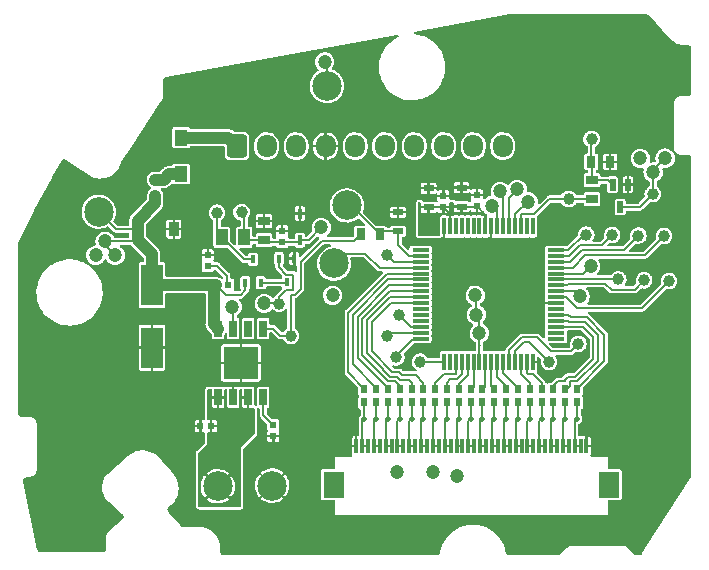
<source format=gbr>
%TF.GenerationSoftware,KiCad,Pcbnew,(6.0.6)*%
%TF.CreationDate,2023-05-08T04:55:46+09:00*%
%TF.ProjectId,128KB_64pin_Touch_L,3132384b-425f-4363-9470-696e5f546f75,rev?*%
%TF.SameCoordinates,Original*%
%TF.FileFunction,Copper,L4,Bot*%
%TF.FilePolarity,Positive*%
%FSLAX46Y46*%
G04 Gerber Fmt 4.6, Leading zero omitted, Abs format (unit mm)*
G04 Created by KiCad (PCBNEW (6.0.6)) date 2023-05-08 04:55:46*
%MOMM*%
%LPD*%
G01*
G04 APERTURE LIST*
G04 Aperture macros list*
%AMRoundRect*
0 Rectangle with rounded corners*
0 $1 Rounding radius*
0 $2 $3 $4 $5 $6 $7 $8 $9 X,Y pos of 4 corners*
0 Add a 4 corners polygon primitive as box body*
4,1,4,$2,$3,$4,$5,$6,$7,$8,$9,$2,$3,0*
0 Add four circle primitives for the rounded corners*
1,1,$1+$1,$2,$3*
1,1,$1+$1,$4,$5*
1,1,$1+$1,$6,$7*
1,1,$1+$1,$8,$9*
0 Add four rect primitives between the rounded corners*
20,1,$1+$1,$2,$3,$4,$5,0*
20,1,$1+$1,$4,$5,$6,$7,0*
20,1,$1+$1,$6,$7,$8,$9,0*
20,1,$1+$1,$8,$9,$2,$3,0*%
G04 Aperture macros list end*
%TA.AperFunction,SMDPad,CuDef*%
%ADD10R,0.800000X1.000000*%
%TD*%
%TA.AperFunction,SMDPad,CuDef*%
%ADD11R,0.600000X0.750000*%
%TD*%
%TA.AperFunction,SMDPad,CuDef*%
%ADD12C,1.000000*%
%TD*%
%TA.AperFunction,SMDPad,CuDef*%
%ADD13C,0.500000*%
%TD*%
%TA.AperFunction,SMDPad,CuDef*%
%ADD14R,0.940000X0.540000*%
%TD*%
%TA.AperFunction,ComponentPad*%
%ADD15RoundRect,0.250000X-0.600000X-0.725000X0.600000X-0.725000X0.600000X0.725000X-0.600000X0.725000X0*%
%TD*%
%TA.AperFunction,ComponentPad*%
%ADD16O,1.700000X1.950000*%
%TD*%
%TA.AperFunction,SMDPad,CuDef*%
%ADD17R,1.000000X0.800000*%
%TD*%
%TA.AperFunction,SMDPad,CuDef*%
%ADD18R,1.140000X1.340000*%
%TD*%
%TA.AperFunction,SMDPad,CuDef*%
%ADD19R,0.620000X0.600000*%
%TD*%
%TA.AperFunction,SMDPad,CuDef*%
%ADD20C,2.500000*%
%TD*%
%TA.AperFunction,SMDPad,CuDef*%
%ADD21R,0.600000X0.620000*%
%TD*%
%TA.AperFunction,SMDPad,CuDef*%
%ADD22R,0.850000X1.200000*%
%TD*%
%TA.AperFunction,SMDPad,CuDef*%
%ADD23R,0.500000X1.000000*%
%TD*%
%TA.AperFunction,SMDPad,CuDef*%
%ADD24R,0.650000X1.425000*%
%TD*%
%TA.AperFunction,SMDPad,CuDef*%
%ADD25R,2.950000X2.750000*%
%TD*%
%TA.AperFunction,SMDPad,CuDef*%
%ADD26R,0.420000X0.870000*%
%TD*%
%TA.AperFunction,SMDPad,CuDef*%
%ADD27R,0.300000X1.300000*%
%TD*%
%TA.AperFunction,SMDPad,CuDef*%
%ADD28R,1.800000X2.200000*%
%TD*%
%TA.AperFunction,SMDPad,CuDef*%
%ADD29R,0.450000X0.700000*%
%TD*%
%TA.AperFunction,SMDPad,CuDef*%
%ADD30R,1.850000X3.500000*%
%TD*%
%TA.AperFunction,SMDPad,CuDef*%
%ADD31R,1.475000X0.300000*%
%TD*%
%TA.AperFunction,SMDPad,CuDef*%
%ADD32R,0.300000X1.475000*%
%TD*%
%TA.AperFunction,SMDPad,CuDef*%
%ADD33R,1.000000X1.400000*%
%TD*%
%TA.AperFunction,SMDPad,CuDef*%
%ADD34R,0.700000X0.650000*%
%TD*%
%TA.AperFunction,ViaPad*%
%ADD35C,1.200000*%
%TD*%
%TA.AperFunction,Conductor*%
%ADD36C,0.200000*%
%TD*%
%TA.AperFunction,Conductor*%
%ADD37C,1.000000*%
%TD*%
G04 APERTURE END LIST*
D10*
%TO.P,R8,1*%
%TO.N,Net-(C7-Pad2)*%
X148540000Y-92400000D03*
%TO.P,R8,2*%
%TO.N,Net-(IC1-Pad4)*%
X146940000Y-92400000D03*
%TD*%
%TO.P,R10,1*%
%TO.N,Net-(Q3-Pad1)*%
X166450000Y-86260000D03*
%TO.P,R10,2*%
%TO.N,GND*%
X168050000Y-86260000D03*
%TD*%
D11*
%TO.P,R39,1*%
%TO.N,Net-(IC2-Pad13)*%
X164230000Y-105535000D03*
%TO.P,R39,2*%
%TO.N,Net-(J2-Pad4)*%
X164230000Y-106635000D03*
%TD*%
D12*
%TO.P,TP14,1,1*%
%TO.N,Net-(IC2-Pad6)*%
X168720000Y-96210000D03*
%TD*%
D11*
%TO.P,R35,1*%
%TO.N,Net-(IC2-Pad22)*%
X160230000Y-105535000D03*
%TO.P,R35,2*%
%TO.N,Net-(J2-Pad12)*%
X160230000Y-106635000D03*
%TD*%
D13*
%TO.P,TP62,1,1*%
%TO.N,Net-(J2-Pad36)*%
X148230000Y-108035000D03*
%TD*%
D11*
%TO.P,R30,1*%
%TO.N,Net-(IC2-Pad28)*%
X155230000Y-105535000D03*
%TO.P,R30,2*%
%TO.N,Net-(J2-Pad22)*%
X155230000Y-106635000D03*
%TD*%
D14*
%TO.P,C14,1*%
%TO.N,+5V*%
X155460000Y-90050000D03*
%TO.P,C14,2*%
%TO.N,GND*%
X155460000Y-88450000D03*
%TD*%
D12*
%TO.P,TP31,1,1*%
%TO.N,Net-(IC2-Pad21)*%
X165350000Y-101670000D03*
%TD*%
D11*
%TO.P,R28,1*%
%TO.N,Net-(IC2-Pad30)*%
X153230000Y-105535000D03*
%TO.P,R28,2*%
%TO.N,Net-(J2-Pad26)*%
X153230000Y-106635000D03*
%TD*%
%TO.P,R29,1*%
%TO.N,Net-(IC2-Pad29)*%
X154230000Y-105535000D03*
%TO.P,R29,2*%
%TO.N,Net-(J2-Pad24)*%
X154230000Y-106635000D03*
%TD*%
%TO.P,R31,1*%
%TO.N,Net-(IC2-Pad27)*%
X156230000Y-105535000D03*
%TO.P,R31,2*%
%TO.N,Net-(J2-Pad20)*%
X156230000Y-106635000D03*
%TD*%
D13*
%TO.P,TP69,1,1*%
%TO.N,Net-(J2-Pad22)*%
X155230000Y-108035000D03*
%TD*%
%TO.P,TP71,1,1*%
%TO.N,Net-(J2-Pad18)*%
X157230000Y-108035000D03*
%TD*%
D12*
%TO.P,TP19,1,1*%
%TO.N,Net-(IC2-Pad2)*%
X168210000Y-92450000D03*
%TD*%
D15*
%TO.P,J1,1,Pin_1*%
%TO.N,Net-(D1-Pad2)*%
X136451000Y-84940000D03*
D16*
%TO.P,J1,2,Pin_2*%
%TO.N,unconnected-(J1-Pad2)*%
X138951000Y-84940000D03*
%TO.P,J1,3,Pin_3*%
%TO.N,unconnected-(J1-Pad3)*%
X141451000Y-84940000D03*
%TO.P,J1,4,Pin_4*%
%TO.N,GND*%
X143951000Y-84940000D03*
%TO.P,J1,5,Pin_5*%
%TO.N,Net-(J1-Pad5)*%
X146451000Y-84940000D03*
%TO.P,J1,6,Pin_6*%
%TO.N,Net-(J1-Pad6)*%
X148951000Y-84940000D03*
%TO.P,J1,7,Pin_7*%
%TO.N,Net-(J1-Pad7)*%
X151451000Y-84940000D03*
%TO.P,J1,8,Pin_8*%
%TO.N,unconnected-(J1-Pad8)*%
X153951000Y-84940000D03*
%TO.P,J1,9,Pin_9*%
%TO.N,Net-(D2-Pad2)*%
X156451000Y-84940000D03*
%TO.P,J1,10,Pin_10*%
X158951000Y-84940000D03*
%TD*%
D13*
%TO.P,TP65,1,1*%
%TO.N,Net-(J2-Pad30)*%
X151230000Y-108035000D03*
%TD*%
%TO.P,TP74,1,1*%
%TO.N,Net-(J2-Pad12)*%
X160230000Y-108035000D03*
%TD*%
%TO.P,TP73,1,1*%
%TO.N,Net-(J2-Pad14)*%
X159230000Y-108035000D03*
%TD*%
%TO.P,TP77,1,1*%
%TO.N,Net-(J2-Pad6)*%
X163230000Y-108035000D03*
%TD*%
D12*
%TO.P,TP13,1,1*%
%TO.N,Net-(IC1-Pad4)*%
X141020000Y-100990000D03*
%TD*%
%TO.P,TP11,1,1*%
%TO.N,Net-(Q1-Pad3)*%
X134750000Y-90570000D03*
%TD*%
D17*
%TO.P,R9,1*%
%TO.N,Net-(Q3-Pad1)*%
X166505000Y-87810000D03*
%TO.P,R9,2*%
%TO.N,Net-(IC2-Pad62)*%
X166505000Y-89410000D03*
%TD*%
D12*
%TO.P,TP22,1,1*%
%TO.N,Net-(IC2-Pad9)*%
X173030000Y-96350000D03*
%TD*%
D11*
%TO.P,R22,1*%
%TO.N,Net-(IC2-Pad44)*%
X147230000Y-105535000D03*
%TO.P,R22,2*%
%TO.N,Net-(J2-Pad38)*%
X147230000Y-106635000D03*
%TD*%
%TO.P,R37,1*%
%TO.N,Net-(IC2-Pad18)*%
X162230000Y-105535000D03*
%TO.P,R37,2*%
%TO.N,Net-(J2-Pad8)*%
X162230000Y-106635000D03*
%TD*%
D14*
%TO.P,C7,1*%
%TO.N,GND*%
X150080000Y-90530000D03*
%TO.P,C7,2*%
%TO.N,Net-(C7-Pad2)*%
X150080000Y-92130000D03*
%TD*%
D11*
%TO.P,R32,1*%
%TO.N,Net-(IC2-Pad25)*%
X157230000Y-105535000D03*
%TO.P,R32,2*%
%TO.N,Net-(J2-Pad18)*%
X157230000Y-106635000D03*
%TD*%
D18*
%TO.P,D1,1*%
%TO.N,Net-(D1-Pad1)*%
X131710000Y-87310000D03*
%TO.P,D1,2*%
%TO.N,Net-(D1-Pad2)*%
X131710000Y-84210000D03*
%TD*%
D19*
%TO.P,C4,1*%
%TO.N,Net-(C3-Pad2)*%
X133970000Y-95080000D03*
%TO.P,C4,2*%
%TO.N,GND*%
X133970000Y-94160000D03*
%TD*%
%TO.P,C5,1*%
%TO.N,Net-(C5-Pad1)*%
X140270000Y-93060000D03*
%TO.P,C5,2*%
%TO.N,GND*%
X140270000Y-92140000D03*
%TD*%
D11*
%TO.P,R34,1*%
%TO.N,Net-(IC2-Pad23)*%
X159230000Y-105535000D03*
%TO.P,R34,2*%
%TO.N,Net-(J2-Pad14)*%
X159230000Y-106635000D03*
%TD*%
D12*
%TO.P,TP17,1,1*%
%TO.N,Net-(IC2-Pad1)*%
X166010000Y-92420000D03*
%TD*%
D13*
%TO.P,TP72,1,1*%
%TO.N,Net-(J2-Pad16)*%
X158230000Y-108035000D03*
%TD*%
D11*
%TO.P,R33,1*%
%TO.N,Net-(IC2-Pad24)*%
X158230000Y-105535000D03*
%TO.P,R33,2*%
%TO.N,Net-(J2-Pad16)*%
X158230000Y-106635000D03*
%TD*%
D12*
%TO.P,TP29,1,1*%
%TO.N,Net-(IC2-Pad62)*%
X164530000Y-89410000D03*
%TD*%
D11*
%TO.P,R40,1*%
%TO.N,Net-(IC2-Pad12)*%
X165230000Y-105535000D03*
%TO.P,R40,2*%
%TO.N,Net-(J2-Pad2)*%
X165230000Y-106635000D03*
%TD*%
%TO.P,R36,1*%
%TO.N,Net-(IC2-Pad19)*%
X161230000Y-105535000D03*
%TO.P,R36,2*%
%TO.N,Net-(J2-Pad10)*%
X161230000Y-106635000D03*
%TD*%
D12*
%TO.P,TP48,1,1*%
%TO.N,Net-(IC2-Pad46)*%
X149120000Y-94120000D03*
%TD*%
D13*
%TO.P,TP64,1,1*%
%TO.N,Net-(J2-Pad32)*%
X150230000Y-108035000D03*
%TD*%
%TO.P,TP79,1,1*%
%TO.N,Net-(J2-Pad2)*%
X165230000Y-108035000D03*
%TD*%
D20*
%TO.P,TP8,1,1*%
%TO.N,Net-(D2-Pad1)*%
X144050000Y-79820000D03*
%TD*%
D21*
%TO.P,C3,1*%
%TO.N,+BATT*%
X134800000Y-96660000D03*
%TO.P,C3,2*%
%TO.N,Net-(C3-Pad2)*%
X135720000Y-96660000D03*
%TD*%
D17*
%TO.P,R7,1*%
%TO.N,GND*%
X138740000Y-91290000D03*
%TO.P,R7,2*%
%TO.N,Net-(C5-Pad1)*%
X138740000Y-92890000D03*
%TD*%
D13*
%TO.P,TP75,1,1*%
%TO.N,Net-(J2-Pad10)*%
X161230000Y-108035000D03*
%TD*%
D12*
%TO.P,TP50,1,1*%
%TO.N,Net-(IC2-Pad33)*%
X149940000Y-102820000D03*
%TD*%
%TO.P,TP30,1,1*%
%TO.N,Net-(IC2-Pad20)*%
X162870000Y-103200000D03*
%TD*%
D13*
%TO.P,TP66,1,1*%
%TO.N,Net-(J2-Pad28)*%
X152230000Y-108035000D03*
%TD*%
D19*
%TO.P,C12,1*%
%TO.N,+5V*%
X156740000Y-89990000D03*
%TO.P,C12,2*%
%TO.N,GND*%
X156740000Y-89070000D03*
%TD*%
D11*
%TO.P,R27,1*%
%TO.N,Net-(IC2-Pad39)*%
X152230000Y-105535000D03*
%TO.P,R27,2*%
%TO.N,Net-(J2-Pad28)*%
X152230000Y-106635000D03*
%TD*%
D20*
%TO.P,TP26,1,1*%
%TO.N,+5V*%
X134820000Y-113720000D03*
%TD*%
D11*
%TO.P,R25,1*%
%TO.N,Net-(IC2-Pad41)*%
X150230000Y-105535000D03*
%TO.P,R25,2*%
%TO.N,Net-(J2-Pad32)*%
X150230000Y-106635000D03*
%TD*%
D13*
%TO.P,TP63,1,1*%
%TO.N,Net-(J2-Pad34)*%
X149230000Y-108035000D03*
%TD*%
D22*
%TO.P,Z1,1*%
%TO.N,+BATT*%
X128040000Y-91955000D03*
%TO.P,Z1,2*%
%TO.N,GND*%
X131090000Y-91955000D03*
%TD*%
D12*
%TO.P,TP47,1,1*%
%TO.N,Net-(IC2-Pad35)*%
X150140000Y-99220000D03*
%TD*%
%TO.P,TP43,1,1*%
%TO.N,Net-(Q3-Pad3)*%
X171650000Y-89000000D03*
%TD*%
D20*
%TO.P,TP9,1,1*%
%TO.N,+BATT*%
X124740000Y-90480000D03*
%TD*%
D12*
%TO.P,TP21,1,1*%
%TO.N,Net-(IC2-Pad4)*%
X172600000Y-92530000D03*
%TD*%
D21*
%TO.P,C8,1*%
%TO.N,+5V*%
X134270000Y-108650000D03*
%TO.P,C8,2*%
%TO.N,GND*%
X133350000Y-108650000D03*
%TD*%
D11*
%TO.P,R26,1*%
%TO.N,Net-(IC2-Pad40)*%
X151230000Y-105535000D03*
%TO.P,R26,2*%
%TO.N,Net-(J2-Pad30)*%
X151230000Y-106635000D03*
%TD*%
%TO.P,R38,1*%
%TO.N,Net-(IC2-Pad14)*%
X163230000Y-105535000D03*
%TO.P,R38,2*%
%TO.N,Net-(J2-Pad6)*%
X163230000Y-106635000D03*
%TD*%
D13*
%TO.P,TP76,1,1*%
%TO.N,Net-(J2-Pad8)*%
X162230000Y-108035000D03*
%TD*%
D23*
%TO.P,Q3,1*%
%TO.N,Net-(Q3-Pad1)*%
X168245000Y-88195000D03*
%TO.P,Q3,2*%
%TO.N,GND*%
X169545000Y-88195000D03*
%TO.P,Q3,3*%
%TO.N,Net-(Q3-Pad3)*%
X168895000Y-90095000D03*
%TD*%
D13*
%TO.P,TP61,1,1*%
%TO.N,Net-(J2-Pad38)*%
X147230000Y-108035000D03*
%TD*%
D24*
%TO.P,IC1,1,VDD*%
%TO.N,+BATT*%
X134860000Y-100378000D03*
%TO.P,IC1,2,CE*%
%TO.N,Net-(C2-Pad1)*%
X136130000Y-100378000D03*
%TO.P,IC1,3,NC*%
%TO.N,unconnected-(IC1-Pad3)*%
X137400000Y-100378000D03*
%TO.P,IC1,4,DOUT*%
%TO.N,Net-(IC1-Pad4)*%
X138670000Y-100378000D03*
%TO.P,IC1,5,CD*%
%TO.N,Net-(C6-Pad1)*%
X138670000Y-106202000D03*
%TO.P,IC1,6,SENSE*%
%TO.N,+5V*%
X137400000Y-106202000D03*
%TO.P,IC1,7,GND*%
%TO.N,GND*%
X136130000Y-106202000D03*
%TO.P,IC1,8,VOUT*%
%TO.N,+5V*%
X134860000Y-106202000D03*
D25*
%TO.P,IC1,9,EP*%
%TO.N,GND*%
X136765000Y-103290000D03*
%TD*%
D20*
%TO.P,TP41,1,1*%
%TO.N,Net-(C7-Pad2)*%
X145740000Y-89950000D03*
%TD*%
D12*
%TO.P,TP39,1,1*%
%TO.N,Net-(IC2-Pad32)*%
X151930000Y-103170000D03*
%TD*%
D26*
%TO.P,Z6,1*%
%TO.N,Net-(C5-Pad1)*%
X141770000Y-92890000D03*
%TO.P,Z6,2*%
%TO.N,GND*%
X141770000Y-90640000D03*
%TD*%
D11*
%TO.P,R24,1*%
%TO.N,Net-(IC2-Pad42)*%
X149230000Y-105535000D03*
%TO.P,R24,2*%
%TO.N,Net-(J2-Pad34)*%
X149230000Y-106635000D03*
%TD*%
D13*
%TO.P,TP70,1,1*%
%TO.N,Net-(J2-Pad20)*%
X156230000Y-108035000D03*
%TD*%
D12*
%TO.P,TP49,1,1*%
%TO.N,Net-(IC2-Pad34)*%
X149170000Y-100970000D03*
%TD*%
D27*
%TO.P,J2,1,1*%
%TO.N,GND*%
X166035000Y-110345000D03*
%TO.P,J2,2,2*%
%TO.N,Net-(J2-Pad2)*%
X165535000Y-110345000D03*
%TO.P,J2,3,3*%
X165035000Y-110345000D03*
%TO.P,J2,4,4*%
%TO.N,Net-(J2-Pad4)*%
X164535000Y-110345000D03*
%TO.P,J2,5,5*%
X164035000Y-110345000D03*
%TO.P,J2,6,6*%
%TO.N,Net-(J2-Pad6)*%
X163535000Y-110345000D03*
%TO.P,J2,7,7*%
X163035000Y-110345000D03*
%TO.P,J2,8,8*%
%TO.N,Net-(J2-Pad8)*%
X162535000Y-110345000D03*
%TO.P,J2,9,9*%
X162035000Y-110345000D03*
%TO.P,J2,10,10*%
%TO.N,Net-(J2-Pad10)*%
X161535000Y-110345000D03*
%TO.P,J2,11,11*%
X161035000Y-110345000D03*
%TO.P,J2,12,12*%
%TO.N,Net-(J2-Pad12)*%
X160535000Y-110345000D03*
%TO.P,J2,13,13*%
X160035000Y-110345000D03*
%TO.P,J2,14,14*%
%TO.N,Net-(J2-Pad14)*%
X159535000Y-110345000D03*
%TO.P,J2,15,15*%
X159035000Y-110345000D03*
%TO.P,J2,16,16*%
%TO.N,Net-(J2-Pad16)*%
X158535000Y-110345000D03*
%TO.P,J2,17,17*%
X158035000Y-110345000D03*
%TO.P,J2,18,18*%
%TO.N,Net-(J2-Pad18)*%
X157535000Y-110345000D03*
%TO.P,J2,19,19*%
X157035000Y-110345000D03*
%TO.P,J2,20,20*%
%TO.N,Net-(J2-Pad20)*%
X156535000Y-110345000D03*
%TO.P,J2,21,21*%
X156035000Y-110345000D03*
%TO.P,J2,22,22*%
%TO.N,Net-(J2-Pad22)*%
X155535000Y-110345000D03*
%TO.P,J2,23,23*%
X155035000Y-110345000D03*
%TO.P,J2,24,24*%
%TO.N,Net-(J2-Pad24)*%
X154535000Y-110345000D03*
%TO.P,J2,25,25*%
X154035000Y-110345000D03*
%TO.P,J2,26,26*%
%TO.N,Net-(J2-Pad26)*%
X153535000Y-110345000D03*
%TO.P,J2,27,27*%
X153035000Y-110345000D03*
%TO.P,J2,28,28*%
%TO.N,Net-(J2-Pad28)*%
X152535000Y-110345000D03*
%TO.P,J2,29,29*%
X152035000Y-110345000D03*
%TO.P,J2,30,30*%
%TO.N,Net-(J2-Pad30)*%
X151535000Y-110345000D03*
%TO.P,J2,31,31*%
X151035000Y-110345000D03*
%TO.P,J2,32,32*%
%TO.N,Net-(J2-Pad32)*%
X150535000Y-110345000D03*
%TO.P,J2,33,33*%
X150035000Y-110345000D03*
%TO.P,J2,34,34*%
%TO.N,Net-(J2-Pad34)*%
X149535000Y-110345000D03*
%TO.P,J2,35,35*%
X149035000Y-110345000D03*
%TO.P,J2,36,36*%
%TO.N,Net-(J2-Pad36)*%
X148535000Y-110345000D03*
%TO.P,J2,37,37*%
X148035000Y-110345000D03*
%TO.P,J2,38,38*%
%TO.N,Net-(J2-Pad38)*%
X147535000Y-110345000D03*
%TO.P,J2,39,39*%
X147035000Y-110345000D03*
%TO.P,J2,40,40*%
%TO.N,GND*%
X146535000Y-110345000D03*
D28*
%TO.P,J2,MP1,MP1*%
%TO.N,unconnected-(J2-PadMP1)*%
X167935000Y-113595000D03*
%TO.P,J2,MP2,MP2*%
%TO.N,unconnected-(J2-PadMP2)*%
X144635000Y-113595000D03*
%TD*%
D29*
%TO.P,Q1,1,B*%
%TO.N,Net-(Q1-Pad1)*%
X138450000Y-96510000D03*
%TO.P,Q1,2,E*%
%TO.N,+BATT*%
X137150000Y-96510000D03*
%TO.P,Q1,3,C*%
%TO.N,Net-(Q1-Pad3)*%
X137800000Y-94510000D03*
%TD*%
D12*
%TO.P,TP16,1,1*%
%TO.N,Net-(IC2-Pad7)*%
X170920000Y-96290000D03*
%TD*%
D30*
%TO.P,C1,1*%
%TO.N,+BATT*%
X129250000Y-96690000D03*
%TO.P,C1,2*%
%TO.N,GND*%
X129250000Y-101990000D03*
%TD*%
D12*
%TO.P,TP38,1,1*%
%TO.N,Net-(Q3-Pad1)*%
X166470000Y-84320000D03*
%TD*%
D20*
%TO.P,TP1,1,1*%
%TO.N,GND*%
X139430000Y-113670000D03*
%TD*%
D31*
%TO.P,IC2,1,P1.7*%
%TO.N,Net-(IC2-Pad1)*%
X163463000Y-93725000D03*
%TO.P,IC2,2,P2.0*%
%TO.N,Net-(IC2-Pad2)*%
X163463000Y-94225000D03*
%TO.P,IC2,3,P2.1*%
%TO.N,Net-(IC2-Pad3)*%
X163463000Y-94725000D03*
%TO.P,IC2,4,P2.2*%
%TO.N,Net-(IC2-Pad4)*%
X163463000Y-95225000D03*
%TO.P,IC2,5,P2.3*%
%TO.N,Net-(IC2-Pad5)*%
X163463000Y-95725000D03*
%TO.P,IC2,6,P2.4*%
%TO.N,Net-(IC2-Pad6)*%
X163463000Y-96225000D03*
%TO.P,IC2,7,P2.5*%
%TO.N,Net-(IC2-Pad7)*%
X163463000Y-96725000D03*
%TO.P,IC2,8,P2.6*%
%TO.N,Net-(C5-Pad1)*%
X163463000Y-97225000D03*
%TO.P,IC2,9,P2.7*%
%TO.N,Net-(IC2-Pad9)*%
X163463000Y-97725000D03*
%TO.P,IC2,10,VSSD_1*%
%TO.N,GND*%
X163463000Y-98225000D03*
%TO.P,IC2,11,NC*%
%TO.N,unconnected-(IC2-Pad11)*%
X163463000Y-98725000D03*
%TO.P,IC2,12,P6.0*%
%TO.N,Net-(IC2-Pad12)*%
X163463000Y-99225000D03*
%TO.P,IC2,13,P6.1*%
%TO.N,Net-(IC2-Pad13)*%
X163463000Y-99725000D03*
%TO.P,IC2,14,P6.2*%
%TO.N,Net-(IC2-Pad14)*%
X163463000Y-100225000D03*
%TO.P,IC2,15,P6.4*%
%TO.N,unconnected-(IC2-Pad15)*%
X163463000Y-100725000D03*
%TO.P,IC2,16,P6.5*%
%TO.N,unconnected-(IC2-Pad16)*%
X163463000Y-101225000D03*
D32*
%TO.P,IC2,17,VSSD_2*%
%TO.N,GND*%
X161475000Y-103213000D03*
%TO.P,IC2,18,P3.0*%
%TO.N,Net-(IC2-Pad18)*%
X160975000Y-103213000D03*
%TO.P,IC2,19,P3.1*%
%TO.N,Net-(IC2-Pad19)*%
X160475000Y-103213000D03*
%TO.P,IC2,20,P3.2*%
%TO.N,Net-(IC2-Pad20)*%
X159975000Y-103213000D03*
%TO.P,IC2,21,P3.3*%
%TO.N,Net-(IC2-Pad21)*%
X159475000Y-103213000D03*
%TO.P,IC2,22,P3.4*%
%TO.N,Net-(IC2-Pad22)*%
X158975000Y-103213000D03*
%TO.P,IC2,23,P3.5*%
%TO.N,Net-(IC2-Pad23)*%
X158475000Y-103213000D03*
%TO.P,IC2,24,P3.6*%
%TO.N,Net-(IC2-Pad24)*%
X157975000Y-103213000D03*
%TO.P,IC2,25,P3.7*%
%TO.N,Net-(IC2-Pad25)*%
X157475000Y-103213000D03*
%TO.P,IC2,26,VDDD_1*%
%TO.N,+5V*%
X156975000Y-103213000D03*
%TO.P,IC2,27,P4.0*%
%TO.N,Net-(IC2-Pad27)*%
X156475000Y-103213000D03*
%TO.P,IC2,28,P4.1*%
%TO.N,Net-(IC2-Pad28)*%
X155975000Y-103213000D03*
%TO.P,IC2,29,P4.2*%
%TO.N,Net-(IC2-Pad29)*%
X155475000Y-103213000D03*
%TO.P,IC2,30,P4.3*%
%TO.N,Net-(IC2-Pad30)*%
X154975000Y-103213000D03*
%TO.P,IC2,31,P4.4*%
%TO.N,unconnected-(IC2-Pad31)*%
X154475000Y-103213000D03*
%TO.P,IC2,32,P4.5*%
%TO.N,Net-(IC2-Pad32)*%
X153975000Y-103213000D03*
D31*
%TO.P,IC2,33,P4.6*%
%TO.N,Net-(IC2-Pad33)*%
X151987000Y-101225000D03*
%TO.P,IC2,34,P4.7*%
%TO.N,Net-(IC2-Pad34)*%
X151987000Y-100725000D03*
%TO.P,IC2,35,P5.6*%
%TO.N,Net-(IC2-Pad35)*%
X151987000Y-100225000D03*
%TO.P,IC2,36,P5.7*%
%TO.N,unconnected-(IC2-Pad36)*%
X151987000Y-99725000D03*
%TO.P,IC2,37,P7.0*%
%TO.N,unconnected-(IC2-Pad37)*%
X151987000Y-99225000D03*
%TO.P,IC2,38,P7.1*%
%TO.N,unconnected-(IC2-Pad38)*%
X151987000Y-98725000D03*
%TO.P,IC2,39,P0.0*%
%TO.N,Net-(IC2-Pad39)*%
X151987000Y-98225000D03*
%TO.P,IC2,40,P0.1*%
%TO.N,Net-(IC2-Pad40)*%
X151987000Y-97725000D03*
%TO.P,IC2,41,P0.2*%
%TO.N,Net-(IC2-Pad41)*%
X151987000Y-97225000D03*
%TO.P,IC2,42,P0.3*%
%TO.N,Net-(IC2-Pad42)*%
X151987000Y-96725000D03*
%TO.P,IC2,43,P0.4*%
%TO.N,Net-(IC2-Pad43)*%
X151987000Y-96225000D03*
%TO.P,IC2,44,P0.5*%
%TO.N,Net-(IC2-Pad44)*%
X151987000Y-95725000D03*
%TO.P,IC2,45,P0.6*%
%TO.N,Net-(IC2-Pad45)*%
X151987000Y-95225000D03*
%TO.P,IC2,46,P0.7*%
%TO.N,Net-(IC2-Pad46)*%
X151987000Y-94725000D03*
%TO.P,IC2,47,XRES*%
%TO.N,Net-(C7-Pad2)*%
X151987000Y-94225000D03*
%TO.P,IC2,48,VCCD*%
%TO.N,unconnected-(IC2-Pad48)*%
X151987000Y-93725000D03*
D32*
%TO.P,IC2,49,VSSD_3*%
%TO.N,GND*%
X153975000Y-91737000D03*
%TO.P,IC2,50,VDDD_2*%
%TO.N,+5V*%
X154475000Y-91737000D03*
%TO.P,IC2,51,P5.0*%
%TO.N,unconnected-(IC2-Pad51)*%
X154975000Y-91737000D03*
%TO.P,IC2,52,P5.1*%
%TO.N,unconnected-(IC2-Pad52)*%
X155475000Y-91737000D03*
%TO.P,IC2,53,P5.2*%
%TO.N,unconnected-(IC2-Pad53)*%
X155975000Y-91737000D03*
%TO.P,IC2,54,P5.3*%
%TO.N,unconnected-(IC2-Pad54)*%
X156475000Y-91737000D03*
%TO.P,IC2,55,P5.5*%
%TO.N,unconnected-(IC2-Pad55)*%
X156975000Y-91737000D03*
%TO.P,IC2,56,VDDA*%
%TO.N,+5V*%
X157475000Y-91737000D03*
%TO.P,IC2,57,VSSA*%
%TO.N,GND*%
X157975000Y-91737000D03*
%TO.P,IC2,58,P1.0*%
%TO.N,Net-(IC2-Pad58)*%
X158475000Y-91737000D03*
%TO.P,IC2,59,P1.1*%
%TO.N,Net-(IC2-Pad59)*%
X158975000Y-91737000D03*
%TO.P,IC2,60,P1.2*%
%TO.N,Net-(IC2-Pad60)*%
X159475000Y-91737000D03*
%TO.P,IC2,61,P1.3*%
%TO.N,Net-(IC2-Pad61)*%
X159975000Y-91737000D03*
%TO.P,IC2,62,P1.4*%
%TO.N,Net-(IC2-Pad62)*%
X160475000Y-91737000D03*
%TO.P,IC2,63,P1.5*%
%TO.N,unconnected-(IC2-Pad63)*%
X160975000Y-91737000D03*
%TO.P,IC2,64,P1.6*%
%TO.N,unconnected-(IC2-Pad64)*%
X161475000Y-91737000D03*
%TD*%
D19*
%TO.P,C9,1*%
%TO.N,+5V*%
X153920000Y-90090000D03*
%TO.P,C9,2*%
%TO.N,GND*%
X153920000Y-89170000D03*
%TD*%
D13*
%TO.P,TP67,1,1*%
%TO.N,Net-(J2-Pad26)*%
X153230000Y-108035000D03*
%TD*%
D12*
%TO.P,TP12,1,1*%
%TO.N,Net-(C5-Pad1)*%
X136830000Y-90520000D03*
%TD*%
D20*
%TO.P,TP51,1,1*%
%TO.N,Net-(IC2-Pad45)*%
X144660000Y-94870000D03*
%TD*%
D29*
%TO.P,Q2,1,B*%
%TO.N,Net-(IC2-Pad5)*%
X140000000Y-94460000D03*
%TO.P,Q2,2,E*%
%TO.N,GND*%
X141300000Y-94460000D03*
%TO.P,Q2,3,C*%
%TO.N,Net-(Q1-Pad1)*%
X140650000Y-96460000D03*
%TD*%
D19*
%TO.P,C6,1*%
%TO.N,Net-(C6-Pad1)*%
X139530000Y-108570000D03*
%TO.P,C6,2*%
%TO.N,GND*%
X139530000Y-109490000D03*
%TD*%
D14*
%TO.P,C11,1*%
%TO.N,+5V*%
X152670000Y-90100000D03*
%TO.P,C11,2*%
%TO.N,GND*%
X152670000Y-88500000D03*
%TD*%
D12*
%TO.P,TP20,1,1*%
%TO.N,Net-(IC2-Pad3)*%
X170420000Y-92500000D03*
%TD*%
D11*
%TO.P,R23,1*%
%TO.N,Net-(IC2-Pad43)*%
X148230000Y-105535000D03*
%TO.P,R23,2*%
%TO.N,Net-(J2-Pad36)*%
X148230000Y-106635000D03*
%TD*%
D33*
%TO.P,R6,1*%
%TO.N,Net-(Q1-Pad3)*%
X135150000Y-92660000D03*
%TO.P,R6,2*%
%TO.N,Net-(C5-Pad1)*%
X137050000Y-92660000D03*
%TD*%
D12*
%TO.P,TP15,1,1*%
%TO.N,Net-(IC2-Pad5)*%
X140020000Y-98270000D03*
%TD*%
D13*
%TO.P,TP78,1,1*%
%TO.N,Net-(J2-Pad4)*%
X164230000Y-108035000D03*
%TD*%
D34*
%TO.P,FB1,1,1*%
%TO.N,Net-(D1-Pad1)*%
X129515000Y-87785000D03*
%TO.P,FB1,2,2*%
%TO.N,+BATT*%
X129515000Y-89135000D03*
%TD*%
D13*
%TO.P,TP68,1,1*%
%TO.N,Net-(J2-Pad24)*%
X154230000Y-108035000D03*
%TD*%
D35*
%TO.N,+5V*%
X156960000Y-100760000D03*
X156620000Y-97560000D03*
X135270000Y-109490000D03*
X136690000Y-109410000D03*
X137010000Y-107970000D03*
X135550000Y-107960000D03*
X156710000Y-99200000D03*
X144540000Y-97570000D03*
X152830000Y-91550000D03*
%TO.N,GND*%
X134460000Y-79300000D03*
X165200000Y-117530000D03*
X120680000Y-106620000D03*
X124970000Y-107420000D03*
X174090000Y-89520000D03*
X131540000Y-108180000D03*
X133080000Y-91990000D03*
X164610000Y-77900000D03*
X168540000Y-100640000D03*
X141740000Y-87120000D03*
X140110000Y-88350000D03*
X170650000Y-83370000D03*
X153900000Y-97670000D03*
X143860000Y-103230000D03*
X141610000Y-110020000D03*
X137440000Y-102720000D03*
X128090000Y-109010000D03*
X139660000Y-118240000D03*
X147290000Y-79180000D03*
X172080000Y-108180000D03*
X128010000Y-86270000D03*
X142180000Y-88710000D03*
X168650000Y-107780000D03*
X142290000Y-114420000D03*
X120840000Y-111560000D03*
X171360000Y-110410000D03*
X169020000Y-103960000D03*
X121350000Y-102400000D03*
X127840000Y-105190000D03*
X165050000Y-75860000D03*
X132110000Y-115970000D03*
X153070000Y-112560000D03*
X143380000Y-116310000D03*
X133680000Y-88860000D03*
X122300000Y-88010000D03*
X158240000Y-76700000D03*
X160870000Y-83730000D03*
X120570000Y-92890000D03*
X160190000Y-81980000D03*
X143740000Y-106140000D03*
X138380000Y-87010000D03*
X119120000Y-103060000D03*
X163320000Y-91880000D03*
X162860000Y-74510000D03*
X124110000Y-109410000D03*
X170240000Y-118010000D03*
X166610000Y-74870000D03*
X141270000Y-78340000D03*
X132230000Y-106080000D03*
X155290000Y-86420000D03*
X131700000Y-80450000D03*
X119990000Y-115670000D03*
X118880000Y-100060000D03*
X150030000Y-112500000D03*
X147050000Y-77190000D03*
X138090000Y-79020000D03*
X161320000Y-118260000D03*
X163340000Y-79650000D03*
X161080000Y-86420000D03*
X142500000Y-118270000D03*
X172850000Y-112270000D03*
X173850000Y-77300000D03*
X145930000Y-106210000D03*
X136470000Y-88200000D03*
X159710000Y-93650000D03*
X124270000Y-100620000D03*
X144040000Y-82570000D03*
X161470000Y-99510000D03*
X161390000Y-95660000D03*
X121720000Y-90870000D03*
X123420000Y-102900000D03*
X138070000Y-82780000D03*
X134260000Y-86340000D03*
X173930000Y-79690000D03*
X166760000Y-82170000D03*
X119200000Y-94590000D03*
X131210000Y-102460000D03*
X120420000Y-104760000D03*
X160440000Y-80130000D03*
X156290000Y-75740000D03*
X173400000Y-104120000D03*
X173750000Y-87530000D03*
X141230000Y-82680000D03*
X145500000Y-118240000D03*
X172610000Y-99540000D03*
X123120000Y-105240000D03*
X155450000Y-77660000D03*
X160750000Y-78250000D03*
X133960000Y-104180000D03*
X162940000Y-76540000D03*
X173650000Y-109850000D03*
X158620000Y-96930000D03*
X164720000Y-103310000D03*
X129490000Y-83560000D03*
X163240000Y-84750000D03*
X120710000Y-108930000D03*
X169990000Y-74990000D03*
X154110000Y-116900000D03*
X155070000Y-112890000D03*
X153750000Y-101190000D03*
X127210000Y-88470000D03*
X135630000Y-116760000D03*
X163530000Y-86780000D03*
X171010000Y-115390000D03*
X165890000Y-80210000D03*
X173920000Y-94440000D03*
X138550000Y-116310000D03*
X161360000Y-93860000D03*
X141070000Y-116280000D03*
X137750000Y-112200000D03*
X137190000Y-118400000D03*
X135370000Y-94260000D03*
X131730000Y-89300000D03*
X160150000Y-75390000D03*
X131690000Y-111490000D03*
%TO.N,+BATT*%
X126130000Y-94180000D03*
X124490000Y-94180000D03*
X125280000Y-92990000D03*
%TO.N,Net-(IC2-Pad61)*%
X161092655Y-89646586D03*
%TO.N,Net-(Q3-Pad3)*%
X170600000Y-85980000D03*
X172690000Y-85950000D03*
X171680000Y-87130000D03*
%TO.N,Net-(IC2-Pad60)*%
X160170366Y-88593975D03*
%TO.N,Net-(IC2-Pad59)*%
X158742709Y-88766990D03*
%TO.N,Net-(IC2-Pad58)*%
X157998964Y-89959936D03*
%TO.N,Net-(IC2-Pad5)*%
X138759500Y-98255553D03*
X166390000Y-95090000D03*
%TO.N,Net-(C5-Pad1)*%
X165485261Y-97661675D03*
X143580000Y-91810000D03*
%TO.N,Net-(D2-Pad1)*%
X143870000Y-77810000D03*
%TO.N,Net-(C2-Pad1)*%
X136031498Y-98526943D03*
%TD*%
D36*
%TO.N,+5V*%
X156960000Y-100760000D02*
X156960000Y-99450000D01*
X153920000Y-90090000D02*
X152680000Y-90090000D01*
X156680000Y-90050000D02*
X156740000Y-89990000D01*
X155460000Y-90050000D02*
X156680000Y-90050000D01*
X156975000Y-101765000D02*
X156980000Y-101760000D01*
X156975000Y-103213000D02*
X156975000Y-101765000D01*
X153920000Y-90090000D02*
X155420000Y-90090000D01*
X153920000Y-90090000D02*
X154475000Y-90645000D01*
X156740000Y-89990000D02*
X157475000Y-90725000D01*
X155420000Y-90090000D02*
X155460000Y-90050000D01*
X156960000Y-101740000D02*
X156960000Y-100760000D01*
X156980000Y-101760000D02*
X156960000Y-101740000D01*
X156960000Y-99450000D02*
X156710000Y-99200000D01*
X156710000Y-97650000D02*
X156620000Y-97560000D01*
X156710000Y-99200000D02*
X156710000Y-97650000D01*
X152680000Y-90090000D02*
X152670000Y-90100000D01*
X154475000Y-90645000D02*
X154475000Y-91737000D01*
X157475000Y-90725000D02*
X157475000Y-91737000D01*
%TO.N,GND*%
X161470000Y-99230500D02*
X161470000Y-99510000D01*
%TO.N,Net-(IC2-Pad45)*%
X147320000Y-94030000D02*
X145320000Y-94030000D01*
X151987000Y-95225000D02*
X148515000Y-95225000D01*
X145320000Y-94030000D02*
X144290000Y-95060000D01*
X148515000Y-95225000D02*
X147320000Y-94030000D01*
%TO.N,+BATT*%
X135520000Y-97540000D02*
X136760000Y-97540000D01*
X134800000Y-96820000D02*
X135520000Y-97540000D01*
X125280000Y-92990000D02*
X127930000Y-92990000D01*
X137150000Y-97150000D02*
X137150000Y-96510000D01*
D37*
X129250000Y-94090000D02*
X128040000Y-92880000D01*
D36*
X127930000Y-92990000D02*
X128040000Y-92880000D01*
D37*
X134860000Y-100378000D02*
X134480000Y-99998000D01*
D36*
X126215000Y-91955000D02*
X128040000Y-91955000D01*
D37*
X129250000Y-96690000D02*
X129250000Y-94090000D01*
X128040000Y-91230000D02*
X128040000Y-91955000D01*
X129515000Y-89135000D02*
X129515000Y-89755000D01*
X128040000Y-92880000D02*
X128040000Y-91955000D01*
D36*
X125280000Y-93330000D02*
X126130000Y-94180000D01*
D37*
X129515000Y-89755000D02*
X128040000Y-91230000D01*
X134480000Y-99998000D02*
X134480000Y-96980000D01*
D36*
X124740000Y-90480000D02*
X126215000Y-91955000D01*
X134800000Y-96660000D02*
X134800000Y-96820000D01*
X136760000Y-97540000D02*
X137150000Y-97150000D01*
D37*
X129250000Y-96690000D02*
X134630000Y-96690000D01*
D36*
X125280000Y-92990000D02*
X125280000Y-93330000D01*
%TO.N,Net-(IC2-Pad21)*%
X159475000Y-102225500D02*
X159475000Y-103213000D01*
X160580001Y-101120499D02*
X159475000Y-102225500D01*
X163050500Y-102300000D02*
X161870999Y-101120499D01*
X165350000Y-101670000D02*
X164720000Y-102300000D01*
X161870999Y-101120499D02*
X160580001Y-101120499D01*
X164720000Y-102300000D02*
X163050500Y-102300000D01*
%TO.N,Net-(IC2-Pad20)*%
X160745480Y-101520000D02*
X159975000Y-102290480D01*
X162960000Y-103290000D02*
X161190000Y-101520000D01*
X161190000Y-101520000D02*
X160745480Y-101520000D01*
X159975000Y-102290480D02*
X159975000Y-103213000D01*
%TO.N,Net-(IC2-Pad61)*%
X160569021Y-90090499D02*
X160634001Y-90090499D01*
X159975000Y-90684520D02*
X160569021Y-90090499D01*
X159975000Y-91737000D02*
X159975000Y-90684520D01*
X161077914Y-89646586D02*
X161092655Y-89646586D01*
X160634001Y-90090499D02*
X161077914Y-89646586D01*
%TO.N,Net-(Q3-Pad1)*%
X166450000Y-84340000D02*
X166470000Y-84320000D01*
X166450000Y-86260000D02*
X166450000Y-84340000D01*
X166505000Y-87810000D02*
X167860000Y-87810000D01*
X167860000Y-87810000D02*
X168245000Y-88195000D01*
X166505000Y-87810000D02*
X166505000Y-86315000D01*
X166505000Y-86315000D02*
X166450000Y-86260000D01*
%TO.N,Net-(Q3-Pad3)*%
X171680000Y-87130000D02*
X171680000Y-86960000D01*
X170555000Y-90095000D02*
X171650000Y-89000000D01*
X171680000Y-87130000D02*
X171680000Y-88970000D01*
X171680000Y-86960000D02*
X172690000Y-85950000D01*
X168895000Y-90095000D02*
X170555000Y-90095000D01*
X171680000Y-88970000D02*
X171650000Y-89000000D01*
%TO.N,Net-(IC2-Pad35)*%
X150140000Y-99220000D02*
X151145000Y-100225000D01*
X151145000Y-100225000D02*
X151987000Y-100225000D01*
%TO.N,Net-(IC2-Pad46)*%
X149120000Y-94120000D02*
X149725000Y-94725000D01*
X149725000Y-94725000D02*
X151987000Y-94725000D01*
%TO.N,Net-(IC2-Pad34)*%
X151937000Y-100775000D02*
X151987000Y-100725000D01*
X149250000Y-100600000D02*
X149425000Y-100775000D01*
X149425000Y-100775000D02*
X151937000Y-100775000D01*
%TO.N,Net-(IC2-Pad33)*%
X149800000Y-102660000D02*
X149920000Y-102660000D01*
X151355000Y-101225000D02*
X151987000Y-101225000D01*
X149920000Y-102660000D02*
X151355000Y-101225000D01*
%TO.N,Net-(IC2-Pad32)*%
X151830000Y-103260000D02*
X151920000Y-103170000D01*
X153932000Y-103170000D02*
X153975000Y-103213000D01*
X151920000Y-103170000D02*
X153932000Y-103170000D01*
%TO.N,Net-(IC2-Pad43)*%
X146261996Y-99198084D02*
X146261996Y-103401996D01*
X148230000Y-105370000D02*
X148230000Y-105535000D01*
X146261996Y-103401996D02*
X148230000Y-105370000D01*
X151987000Y-96225000D02*
X149235080Y-96225000D01*
X149235080Y-96225000D02*
X146261996Y-99198084D01*
%TO.N,Net-(IC2-Pad41)*%
X149255686Y-104860000D02*
X147680998Y-103285312D01*
X150230000Y-105260000D02*
X149830000Y-104860000D01*
X149830000Y-104860000D02*
X149255686Y-104860000D01*
X147680998Y-103285312D02*
X147680998Y-103260958D01*
X147060998Y-99529042D02*
X149365040Y-97225000D01*
X147060998Y-102640958D02*
X147060998Y-99529042D01*
X147680998Y-103260958D02*
X147060998Y-102640958D01*
X149365040Y-97225000D02*
X151987000Y-97225000D01*
X150230000Y-105535000D02*
X150230000Y-105260000D01*
%TO.N,Net-(IC2-Pad39)*%
X152230000Y-104960000D02*
X151569042Y-104299042D01*
X149495000Y-98225000D02*
X151987000Y-98225000D01*
X149610998Y-104060998D02*
X147860000Y-102310000D01*
X151569042Y-104299042D02*
X150429042Y-104299042D01*
X147860000Y-102310000D02*
X147860000Y-99860000D01*
X147860000Y-99860000D02*
X149495000Y-98225000D01*
X152230000Y-105535000D02*
X152230000Y-104960000D01*
X150190998Y-104060998D02*
X149610998Y-104060998D01*
X150429042Y-104299042D02*
X150190998Y-104060998D01*
%TO.N,Net-(IC2-Pad29)*%
X154510499Y-104679501D02*
X154230000Y-104960000D01*
X154230000Y-104960000D02*
X154230000Y-105535000D01*
X155475000Y-104249980D02*
X155045479Y-104679501D01*
X155475000Y-103213000D02*
X155475000Y-104249980D01*
X155045479Y-104679501D02*
X154510499Y-104679501D01*
%TO.N,Net-(IC2-Pad27)*%
X156230000Y-105535000D02*
X156475000Y-105290000D01*
X156475000Y-105290000D02*
X156475000Y-103213000D01*
%TO.N,Net-(IC2-Pad24)*%
X158230000Y-105535000D02*
X157975000Y-105280000D01*
X157975000Y-105280000D02*
X157975000Y-103213000D01*
%TO.N,Net-(IC2-Pad22)*%
X160230000Y-105370000D02*
X158975000Y-104115000D01*
X158975000Y-104115000D02*
X158975000Y-103213000D01*
X160230000Y-105535000D02*
X160230000Y-105370000D01*
%TO.N,Net-(IC2-Pad18)*%
X160975000Y-104135520D02*
X161089980Y-104250500D01*
X161089980Y-104250500D02*
X161520500Y-104250500D01*
X162230000Y-104960000D02*
X162230000Y-105535000D01*
X160975000Y-103213000D02*
X160975000Y-104135520D01*
X161520500Y-104250500D02*
X162230000Y-104960000D01*
%TO.N,Net-(IC2-Pad13)*%
X167009501Y-100914521D02*
X167009501Y-103114813D01*
X164439434Y-99725000D02*
X164539933Y-99825499D01*
X164630000Y-104860000D02*
X164630000Y-105259501D01*
X164539933Y-99825499D02*
X165920479Y-99825499D01*
X163463000Y-99725000D02*
X164439434Y-99725000D01*
X167009501Y-103114813D02*
X165264314Y-104860000D01*
X164354501Y-105535000D02*
X164230000Y-105535000D01*
X164630000Y-105259501D02*
X164354501Y-105535000D01*
X165264314Y-104860000D02*
X164630000Y-104860000D01*
X165920479Y-99825499D02*
X167009501Y-100914521D01*
%TO.N,Net-(IC2-Pad12)*%
X163463000Y-99225000D02*
X164504414Y-99225000D01*
X166085958Y-99425998D02*
X167560000Y-100900040D01*
X165230000Y-105460000D02*
X165230000Y-105535000D01*
X164705412Y-99425998D02*
X166085958Y-99425998D01*
X167560000Y-100900040D02*
X167560000Y-103130000D01*
X164504414Y-99225000D02*
X164705412Y-99425998D01*
X167560000Y-103130000D02*
X165230000Y-105460000D01*
%TO.N,Net-(IC2-Pad44)*%
X145862495Y-104092495D02*
X147230000Y-105460000D01*
X149170100Y-95725000D02*
X145862495Y-99032605D01*
X145862495Y-99032605D02*
X145862495Y-104092495D01*
X151987000Y-95725000D02*
X149170100Y-95725000D01*
X147230000Y-105460000D02*
X147230000Y-105535000D01*
%TO.N,Net-(IC2-Pad42)*%
X149300060Y-96725000D02*
X146661497Y-99363563D01*
X149114561Y-105259501D02*
X149230000Y-105374940D01*
X149089501Y-105259501D02*
X149114561Y-105259501D01*
X151987000Y-96725000D02*
X149300060Y-96725000D01*
X146661497Y-102831497D02*
X149089501Y-105259501D01*
X146661497Y-99363563D02*
X146661497Y-102831497D01*
X149230000Y-105374940D02*
X149230000Y-105535000D01*
%TO.N,Net-(IC2-Pad40)*%
X149430020Y-97725000D02*
X151987000Y-97725000D01*
X149995479Y-104460499D02*
X149421165Y-104460499D01*
X149421165Y-104460499D02*
X148811996Y-103851330D01*
X148811996Y-103851330D02*
X148811996Y-103826976D01*
X147460499Y-102475479D02*
X147460499Y-99694521D01*
X150968543Y-104698543D02*
X150233523Y-104698543D01*
X150233523Y-104698543D02*
X149995479Y-104460499D01*
X151230000Y-105535000D02*
X151230000Y-104960000D01*
X151230000Y-104960000D02*
X150968543Y-104698543D01*
X148811996Y-103826976D02*
X147460499Y-102475479D01*
X147460499Y-99694521D02*
X149430020Y-97725000D01*
%TO.N,Net-(IC2-Pad30)*%
X153939500Y-104250500D02*
X154909500Y-104250500D01*
X154909500Y-104250500D02*
X154975000Y-104185000D01*
X153230000Y-105535000D02*
X153230000Y-104960000D01*
X153230000Y-104960000D02*
X153939500Y-104250500D01*
X154975000Y-104185000D02*
X154975000Y-103213000D01*
%TO.N,Net-(IC2-Pad28)*%
X155975000Y-104314960D02*
X155975000Y-103213000D01*
X155230000Y-105535000D02*
X155230000Y-105059960D01*
X155230000Y-105059960D02*
X155975000Y-104314960D01*
%TO.N,Net-(IC2-Pad25)*%
X157230000Y-105535000D02*
X157475000Y-105290000D01*
X157475000Y-105290000D02*
X157475000Y-103213000D01*
%TO.N,Net-(IC2-Pad23)*%
X159230000Y-105260000D02*
X159230000Y-105535000D01*
X158475000Y-104505000D02*
X159230000Y-105260000D01*
X158475000Y-103213000D02*
X158475000Y-104505000D01*
%TO.N,Net-(IC2-Pad19)*%
X160475000Y-104200500D02*
X160475000Y-103213000D01*
X161230000Y-104955500D02*
X160475000Y-104200500D01*
X161230000Y-105535000D02*
X161230000Y-104955500D01*
%TO.N,Net-(IC2-Pad14)*%
X165098835Y-104460499D02*
X166610000Y-102949334D01*
X165755000Y-100225000D02*
X163463000Y-100225000D01*
X164230499Y-104860000D02*
X164230499Y-104694521D01*
X163230000Y-105535000D02*
X163230000Y-105260000D01*
X163630000Y-104860000D02*
X164230499Y-104860000D01*
X163230000Y-105260000D02*
X163630000Y-104860000D01*
X164230499Y-104694521D02*
X164464521Y-104460499D01*
X166610000Y-101080000D02*
X165755000Y-100225000D01*
X166610000Y-102949334D02*
X166610000Y-101080000D01*
X164464521Y-104460499D02*
X165098835Y-104460499D01*
%TO.N,Net-(J2-Pad36)*%
X148230000Y-108035000D02*
X148230000Y-106635000D01*
X148035000Y-110345000D02*
X148535000Y-110345000D01*
X148035000Y-110345000D02*
X148035000Y-108230000D01*
X148035000Y-108230000D02*
X148230000Y-108035000D01*
%TO.N,Net-(J2-Pad32)*%
X150035000Y-108230000D02*
X150230000Y-108035000D01*
X150230000Y-108035000D02*
X150230000Y-106635000D01*
X150035000Y-110345000D02*
X150535000Y-110345000D01*
X150035000Y-110345000D02*
X150035000Y-108230000D01*
%TO.N,Net-(J2-Pad28)*%
X152035000Y-110345000D02*
X152035000Y-108230000D01*
X152230000Y-108035000D02*
X152230000Y-106635000D01*
X152035000Y-108230000D02*
X152230000Y-108035000D01*
X152035000Y-110345000D02*
X152535000Y-110345000D01*
%TO.N,Net-(J2-Pad24)*%
X154035000Y-110345000D02*
X154035000Y-108230000D01*
X154035000Y-110345000D02*
X154535000Y-110345000D01*
X154230000Y-108035000D02*
X154230000Y-106635000D01*
X154035000Y-108230000D02*
X154230000Y-108035000D01*
%TO.N,Net-(J2-Pad16)*%
X158035000Y-110345000D02*
X158535000Y-110345000D01*
X158230000Y-108035000D02*
X158230000Y-106635000D01*
X158035000Y-110345000D02*
X158035000Y-108230000D01*
X158035000Y-108230000D02*
X158230000Y-108035000D01*
%TO.N,Net-(J2-Pad12)*%
X160035000Y-110345000D02*
X160035000Y-108230000D01*
X160035000Y-108230000D02*
X160230000Y-108035000D01*
X160035000Y-110345000D02*
X160535000Y-110345000D01*
X160230000Y-108035000D02*
X160230000Y-106635000D01*
%TO.N,Net-(J2-Pad8)*%
X162035000Y-110345000D02*
X162035000Y-108230000D01*
X162035000Y-110345000D02*
X162535000Y-110345000D01*
X162035000Y-108230000D02*
X162230000Y-108035000D01*
X162230000Y-108035000D02*
X162230000Y-106635000D01*
%TO.N,Net-(J2-Pad4)*%
X164035000Y-110345000D02*
X164535000Y-110345000D01*
X164230000Y-108035000D02*
X164230000Y-106635000D01*
X164035000Y-108230000D02*
X164230000Y-108035000D01*
X164035000Y-110345000D02*
X164035000Y-108230000D01*
%TO.N,Net-(J2-Pad2)*%
X165035000Y-110345000D02*
X165035000Y-108230000D01*
X165035000Y-110345000D02*
X165535000Y-110345000D01*
X165035000Y-108230000D02*
X165230000Y-108035000D01*
X165230000Y-108035000D02*
X165230000Y-106635000D01*
%TO.N,Net-(J2-Pad38)*%
X147035000Y-108230000D02*
X147230000Y-108035000D01*
X147035000Y-110345000D02*
X147535000Y-110345000D01*
X147230000Y-106635000D02*
X147230000Y-108035000D01*
X147035000Y-110345000D02*
X147035000Y-108230000D01*
%TO.N,Net-(J2-Pad34)*%
X149035000Y-110345000D02*
X149535000Y-110345000D01*
X149035000Y-110345000D02*
X149035000Y-108230000D01*
X149035000Y-108230000D02*
X149230000Y-108035000D01*
X149230000Y-108035000D02*
X149230000Y-106635000D01*
%TO.N,Net-(J2-Pad30)*%
X151035000Y-110345000D02*
X151535000Y-110345000D01*
X151230000Y-108035000D02*
X151230000Y-106635000D01*
X151035000Y-110345000D02*
X151035000Y-108230000D01*
X151035000Y-108230000D02*
X151230000Y-108035000D01*
%TO.N,Net-(J2-Pad26)*%
X153230000Y-108035000D02*
X153230000Y-106635000D01*
X153035000Y-108230000D02*
X153230000Y-108035000D01*
X153035000Y-110345000D02*
X153035000Y-108230000D01*
X153035000Y-110345000D02*
X153535000Y-110345000D01*
%TO.N,Net-(J2-Pad22)*%
X155035000Y-110345000D02*
X155535000Y-110345000D01*
X155035000Y-110345000D02*
X155035000Y-108230000D01*
X155230000Y-108035000D02*
X155230000Y-106635000D01*
X155035000Y-108230000D02*
X155230000Y-108035000D01*
%TO.N,Net-(J2-Pad18)*%
X157035000Y-108230000D02*
X157230000Y-108035000D01*
X157035000Y-110345000D02*
X157535000Y-110345000D01*
X157035000Y-110345000D02*
X157035000Y-108230000D01*
X157230000Y-108035000D02*
X157230000Y-106635000D01*
%TO.N,Net-(J2-Pad14)*%
X159035000Y-110345000D02*
X159535000Y-110345000D01*
X159035000Y-108230000D02*
X159230000Y-108035000D01*
X159230000Y-108035000D02*
X159230000Y-106635000D01*
X159035000Y-110345000D02*
X159035000Y-108230000D01*
%TO.N,Net-(J2-Pad10)*%
X161035000Y-110345000D02*
X161535000Y-110345000D01*
X161230000Y-108035000D02*
X161230000Y-106635000D01*
X161035000Y-110345000D02*
X161035000Y-108230000D01*
X161035000Y-108230000D02*
X161230000Y-108035000D01*
%TO.N,Net-(J2-Pad6)*%
X163035000Y-110345000D02*
X163535000Y-110345000D01*
X163230000Y-108035000D02*
X163230000Y-106635000D01*
X163035000Y-108230000D02*
X163230000Y-108035000D01*
X163035000Y-110345000D02*
X163035000Y-108230000D01*
%TO.N,Net-(IC2-Pad60)*%
X159475000Y-91737000D02*
X159475000Y-89289341D01*
X159475000Y-89289341D02*
X160170366Y-88593975D01*
%TO.N,Net-(IC2-Pad59)*%
X158975000Y-91737000D02*
X158975000Y-88999281D01*
X158975000Y-88999281D02*
X158742709Y-88766990D01*
%TO.N,Net-(IC2-Pad58)*%
X158475000Y-91737000D02*
X158475000Y-90435972D01*
X158475000Y-90435972D02*
X157998964Y-89959936D01*
%TO.N,Net-(IC1-Pad4)*%
X141825000Y-94765000D02*
X143640000Y-92950000D01*
X140090000Y-100990000D02*
X139478000Y-100378000D01*
X143640000Y-92950000D02*
X146390000Y-92950000D01*
X141825000Y-97024980D02*
X141825000Y-94765000D01*
X139478000Y-100378000D02*
X138670000Y-100378000D01*
X141340479Y-97509501D02*
X141825000Y-97024980D01*
X141020000Y-100990000D02*
X141020000Y-97509501D01*
X146390000Y-92950000D02*
X146940000Y-92400000D01*
X141020000Y-97509501D02*
X141340479Y-97509501D01*
X141020000Y-100990000D02*
X140090000Y-100990000D01*
%TO.N,Net-(IC2-Pad6)*%
X168720000Y-96210000D02*
X168690499Y-96180499D01*
X168690499Y-96180499D02*
X163507501Y-96180499D01*
X163507501Y-96180499D02*
X163463000Y-96225000D01*
%TO.N,Net-(IC2-Pad5)*%
X140020000Y-98270000D02*
X140020000Y-97710499D01*
X138759500Y-98255553D02*
X140005553Y-98255553D01*
X163463000Y-95725000D02*
X165755000Y-95725000D01*
X140000000Y-95189501D02*
X140000000Y-94460000D01*
X140620499Y-97110000D02*
X141175000Y-97110000D01*
X140620499Y-95810000D02*
X140000000Y-95189501D01*
X165755000Y-95725000D02*
X166390000Y-95090000D01*
X141175000Y-95810000D02*
X140620499Y-95810000D01*
X141175000Y-97110000D02*
X141175000Y-95810000D01*
X140005553Y-98255553D02*
X140020000Y-98270000D01*
X140020000Y-97710499D02*
X140620499Y-97110000D01*
%TO.N,Net-(IC2-Pad7)*%
X164545500Y-96580000D02*
X164400500Y-96725000D01*
X170110000Y-97100000D02*
X168160000Y-97100000D01*
X168160000Y-97100000D02*
X167640000Y-96580000D01*
X170920000Y-96290000D02*
X170110000Y-97100000D01*
X164400500Y-96725000D02*
X163463000Y-96725000D01*
X167640000Y-96580000D02*
X164545500Y-96580000D01*
%TO.N,Net-(IC2-Pad1)*%
X165790000Y-92420000D02*
X164485000Y-93725000D01*
X166010000Y-92420000D02*
X165790000Y-92420000D01*
X164485000Y-93725000D02*
X163463000Y-93725000D01*
%TO.N,Net-(J2-Pad20)*%
X156035000Y-108230000D02*
X156230000Y-108035000D01*
X156035000Y-110345000D02*
X156035000Y-108230000D01*
X156035000Y-110345000D02*
X156535000Y-110345000D01*
X156230000Y-108035000D02*
X156230000Y-106635000D01*
%TO.N,Net-(IC2-Pad2)*%
X167340000Y-93320000D02*
X168210000Y-92450000D01*
X165455686Y-93320000D02*
X167340000Y-93320000D01*
X163463000Y-94225000D02*
X164550686Y-94225000D01*
X164550686Y-94225000D02*
X165455686Y-93320000D01*
%TO.N,Net-(IC2-Pad3)*%
X165621372Y-93720000D02*
X169200000Y-93720000D01*
X164616372Y-94725000D02*
X165621372Y-93720000D01*
X163463000Y-94725000D02*
X164616372Y-94725000D01*
X169200000Y-93720000D02*
X170420000Y-92500000D01*
%TO.N,Net-(IC2-Pad4)*%
X164875000Y-95225000D02*
X163463000Y-95225000D01*
X170960000Y-94170000D02*
X165930000Y-94170000D01*
X172600000Y-92530000D02*
X170960000Y-94170000D01*
X165930000Y-94170000D02*
X164875000Y-95225000D01*
%TO.N,Net-(IC2-Pad9)*%
X170740000Y-98650000D02*
X165201500Y-98650000D01*
X165201500Y-98650000D02*
X164276500Y-97725000D01*
X164276500Y-97725000D02*
X163463000Y-97725000D01*
X173030000Y-96350000D02*
X170740000Y-98640000D01*
X170740000Y-98640000D02*
X170740000Y-98650000D01*
%TO.N,Net-(IC2-Pad62)*%
X161600500Y-90699500D02*
X160525000Y-90699500D01*
X164530000Y-89410000D02*
X162890000Y-89410000D01*
X160475000Y-90749500D02*
X160475000Y-91737000D01*
X160525000Y-90699500D02*
X160475000Y-90749500D01*
X162890000Y-89410000D02*
X161600500Y-90699500D01*
X164530000Y-89410000D02*
X166505000Y-89410000D01*
%TO.N,Net-(Q1-Pad1)*%
X138450000Y-96510000D02*
X140600000Y-96510000D01*
X140600000Y-96510000D02*
X140650000Y-96460000D01*
D37*
%TO.N,Net-(D1-Pad2)*%
X135721000Y-84210000D02*
X131710000Y-84210000D01*
X136451000Y-84940000D02*
X135721000Y-84210000D01*
D36*
%TO.N,Net-(C5-Pad1)*%
X165048586Y-97225000D02*
X165485261Y-97661675D01*
X140270000Y-93060000D02*
X138910000Y-93060000D01*
X137280000Y-92890000D02*
X137050000Y-92660000D01*
X141600000Y-93060000D02*
X141770000Y-92890000D01*
X137050000Y-90740000D02*
X136830000Y-90520000D01*
X138740000Y-92890000D02*
X137280000Y-92890000D01*
X142500000Y-92890000D02*
X143580000Y-91810000D01*
X138910000Y-93060000D02*
X138740000Y-92890000D01*
X140270000Y-93060000D02*
X141600000Y-93060000D01*
X163463000Y-97225000D02*
X165048586Y-97225000D01*
X137050000Y-92660000D02*
X137050000Y-90740000D01*
X141770000Y-92890000D02*
X142500000Y-92890000D01*
D37*
%TO.N,Net-(D1-Pad1)*%
X130225000Y-87785000D02*
X129515000Y-87785000D01*
X130700000Y-87310000D02*
X130225000Y-87785000D01*
X131710000Y-87310000D02*
X130700000Y-87310000D01*
D36*
%TO.N,Net-(D2-Pad1)*%
X143870000Y-77810000D02*
X144050000Y-77990000D01*
X144050000Y-77990000D02*
X144050000Y-79820000D01*
%TO.N,Net-(C7-Pad2)*%
X148810000Y-92130000D02*
X150080000Y-92130000D01*
X150999500Y-94225000D02*
X150080000Y-93305500D01*
X148540000Y-92400000D02*
X148810000Y-92130000D01*
X146090000Y-89950000D02*
X148540000Y-92400000D01*
X145740000Y-89950000D02*
X146090000Y-89950000D01*
X150080000Y-93305500D02*
X150080000Y-92130000D01*
X150999500Y-94225000D02*
X151987000Y-94225000D01*
%TO.N,Net-(C3-Pad2)*%
X133970000Y-95080000D02*
X134760000Y-95080000D01*
X134760000Y-95080000D02*
X135580000Y-95900000D01*
X135580000Y-95900000D02*
X135580000Y-96660000D01*
%TO.N,Net-(C2-Pad1)*%
X136130000Y-98625445D02*
X136031498Y-98526943D01*
X136130000Y-100378000D02*
X136130000Y-98625445D01*
%TO.N,Net-(C6-Pad1)*%
X138670000Y-107710000D02*
X139530000Y-108570000D01*
X138670000Y-106202000D02*
X138670000Y-107710000D01*
%TO.N,Net-(Q1-Pad3)*%
X137800000Y-94510000D02*
X137000000Y-94510000D01*
X134750000Y-90570000D02*
X134750000Y-92260000D01*
X134750000Y-92260000D02*
X135150000Y-92660000D01*
X137000000Y-94510000D02*
X135150000Y-92660000D01*
%TD*%
%TA.AperFunction,Conductor*%
%TO.N,+5V*%
G36*
X134294191Y-105508907D02*
G01*
X134330155Y-105558407D01*
X134335000Y-105589000D01*
X134335000Y-106086320D01*
X134339122Y-106099005D01*
X134343243Y-106102000D01*
X135369320Y-106102000D01*
X135382005Y-106097878D01*
X135385000Y-106093757D01*
X135385000Y-105589000D01*
X135403907Y-105530809D01*
X135453407Y-105494845D01*
X135484000Y-105490000D01*
X135505500Y-105490000D01*
X135563691Y-105508907D01*
X135599655Y-105558407D01*
X135604500Y-105589000D01*
X135604500Y-106934248D01*
X135616133Y-106992731D01*
X135660448Y-107059052D01*
X135726769Y-107103367D01*
X135736332Y-107105269D01*
X135736334Y-107105270D01*
X135759005Y-107109779D01*
X135785252Y-107115000D01*
X136474748Y-107115000D01*
X136500995Y-107109779D01*
X136523666Y-107105270D01*
X136523668Y-107105269D01*
X136533231Y-107103367D01*
X136599552Y-107059052D01*
X136643867Y-106992731D01*
X136655500Y-106934248D01*
X136655500Y-106929340D01*
X136875000Y-106929340D01*
X136875948Y-106938962D01*
X136884702Y-106982974D01*
X136892021Y-107000642D01*
X136925389Y-107050582D01*
X136938918Y-107064111D01*
X136988858Y-107097479D01*
X137006526Y-107104798D01*
X137050538Y-107113552D01*
X137060160Y-107114500D01*
X137284320Y-107114500D01*
X137297005Y-107110378D01*
X137300000Y-107106257D01*
X137300000Y-106317680D01*
X137295878Y-106304995D01*
X137291757Y-106302000D01*
X136890680Y-106302000D01*
X136877995Y-106306122D01*
X136875000Y-106310243D01*
X136875000Y-106929340D01*
X136655500Y-106929340D01*
X136655500Y-105589000D01*
X136674407Y-105530809D01*
X136723907Y-105494845D01*
X136754500Y-105490000D01*
X136776000Y-105490000D01*
X136834191Y-105508907D01*
X136870155Y-105558407D01*
X136875000Y-105589000D01*
X136875000Y-106086320D01*
X136879122Y-106099005D01*
X136883243Y-106102000D01*
X137401000Y-106102000D01*
X137459191Y-106120907D01*
X137495155Y-106170407D01*
X137500000Y-106201000D01*
X137500000Y-107098820D01*
X137504122Y-107111505D01*
X137508243Y-107114500D01*
X137739840Y-107114500D01*
X137749462Y-107113552D01*
X137793476Y-107104798D01*
X137813115Y-107096663D01*
X137874112Y-107091863D01*
X137926281Y-107123832D01*
X137949695Y-107180360D01*
X137950000Y-107188127D01*
X137950000Y-109268992D01*
X137931093Y-109327183D01*
X137921004Y-109338996D01*
X136790000Y-110470000D01*
X136790000Y-115401000D01*
X136771093Y-115459191D01*
X136721593Y-115495155D01*
X136691000Y-115500000D01*
X133249000Y-115500000D01*
X133190809Y-115481093D01*
X133154845Y-115431593D01*
X133150000Y-115401000D01*
X133150000Y-114814710D01*
X133872541Y-114814710D01*
X133872981Y-114817489D01*
X133875281Y-114820365D01*
X133982341Y-114909249D01*
X133988971Y-114913890D01*
X134187825Y-115030090D01*
X134195121Y-115033586D01*
X134410283Y-115115749D01*
X134418053Y-115118007D01*
X134643743Y-115163924D01*
X134651787Y-115164883D01*
X134881949Y-115173322D01*
X134890025Y-115172956D01*
X135118484Y-115143689D01*
X135126393Y-115142007D01*
X135346987Y-115075826D01*
X135354535Y-115072868D01*
X135561356Y-114971548D01*
X135568315Y-114967399D01*
X135755815Y-114833658D01*
X135761997Y-114828434D01*
X135763418Y-114827017D01*
X135769495Y-114815142D01*
X135768710Y-114810132D01*
X134831086Y-113872507D01*
X134819203Y-113866453D01*
X134814172Y-113867249D01*
X133878595Y-114802827D01*
X133872541Y-114814710D01*
X133150000Y-114814710D01*
X133150000Y-113688504D01*
X133365699Y-113688504D01*
X133378958Y-113918444D01*
X133380083Y-113926450D01*
X133430717Y-114151130D01*
X133433140Y-114158864D01*
X133519785Y-114372245D01*
X133523439Y-114379479D01*
X133643774Y-114575847D01*
X133648562Y-114582389D01*
X133716100Y-114660357D01*
X133727524Y-114667248D01*
X133730879Y-114666960D01*
X133733139Y-114665439D01*
X134667493Y-113731086D01*
X134672735Y-113720797D01*
X134966453Y-113720797D01*
X134967249Y-113725828D01*
X135905109Y-114663687D01*
X135916992Y-114669741D01*
X135922048Y-114668941D01*
X135925132Y-114665867D01*
X135930390Y-114659689D01*
X136064781Y-114472664D01*
X136068953Y-114465721D01*
X136170996Y-114259252D01*
X136173976Y-114251728D01*
X136240930Y-114031355D01*
X136242640Y-114023442D01*
X136272887Y-113793694D01*
X136273297Y-113788430D01*
X136274904Y-113722641D01*
X136274753Y-113717371D01*
X136255765Y-113486413D01*
X136254443Y-113478427D01*
X136198336Y-113255059D01*
X136195723Y-113247383D01*
X136103891Y-113036183D01*
X136100058Y-113029036D01*
X135974964Y-112835670D01*
X135970025Y-112829256D01*
X135924428Y-112779145D01*
X135912841Y-112772536D01*
X135908852Y-112772976D01*
X135907536Y-112773886D01*
X134972507Y-113708914D01*
X134966453Y-113720797D01*
X134672735Y-113720797D01*
X134673547Y-113719203D01*
X134672751Y-113714172D01*
X133736357Y-112777779D01*
X133724474Y-112771725D01*
X133719876Y-112772453D01*
X133719498Y-112772734D01*
X133692082Y-112801423D01*
X133686990Y-112807710D01*
X133557202Y-112997972D01*
X133553200Y-113005018D01*
X133456234Y-113213915D01*
X133453436Y-113221520D01*
X133391891Y-113443442D01*
X133390370Y-113451416D01*
X133365897Y-113680413D01*
X133365699Y-113688504D01*
X133150000Y-113688504D01*
X133150000Y-112625159D01*
X133869953Y-112625159D01*
X133869976Y-112626676D01*
X133873090Y-112631668D01*
X134808914Y-113567493D01*
X134820797Y-113573547D01*
X134825828Y-113572751D01*
X135762306Y-112636272D01*
X135768360Y-112624389D01*
X135768021Y-112622249D01*
X135764986Y-112618548D01*
X135628355Y-112510642D01*
X135621612Y-112506162D01*
X135419983Y-112394858D01*
X135412591Y-112391536D01*
X135195502Y-112314660D01*
X135187663Y-112312589D01*
X134960928Y-112272201D01*
X134952860Y-112271438D01*
X134722568Y-112268625D01*
X134714489Y-112269190D01*
X134486834Y-112304026D01*
X134478948Y-112305905D01*
X134260034Y-112377457D01*
X134252577Y-112380592D01*
X134048287Y-112486938D01*
X134041431Y-112491256D01*
X133877623Y-112614246D01*
X133869953Y-112625159D01*
X133150000Y-112625159D01*
X133150000Y-110971008D01*
X133168907Y-110912817D01*
X133178996Y-110901004D01*
X133930000Y-110150000D01*
X133930000Y-109259000D01*
X133948907Y-109200809D01*
X133998407Y-109164845D01*
X134029000Y-109160000D01*
X134154320Y-109160000D01*
X134167005Y-109155878D01*
X134170000Y-109151757D01*
X134170000Y-109144320D01*
X134370000Y-109144320D01*
X134374122Y-109157005D01*
X134378243Y-109160000D01*
X134584840Y-109160000D01*
X134594462Y-109159052D01*
X134638474Y-109150298D01*
X134656142Y-109142979D01*
X134706082Y-109109611D01*
X134719611Y-109096082D01*
X134752979Y-109046142D01*
X134760298Y-109028474D01*
X134769052Y-108984462D01*
X134770000Y-108974840D01*
X134770000Y-108765680D01*
X134765878Y-108752995D01*
X134761757Y-108750000D01*
X134385680Y-108750000D01*
X134372995Y-108754122D01*
X134370000Y-108758243D01*
X134370000Y-109144320D01*
X134170000Y-109144320D01*
X134170000Y-108534320D01*
X134370000Y-108534320D01*
X134374122Y-108547005D01*
X134378243Y-108550000D01*
X134754320Y-108550000D01*
X134767005Y-108545878D01*
X134770000Y-108541757D01*
X134770000Y-108325160D01*
X134769052Y-108315538D01*
X134760298Y-108271526D01*
X134752979Y-108253858D01*
X134719611Y-108203918D01*
X134706082Y-108190389D01*
X134656142Y-108157021D01*
X134638474Y-108149702D01*
X134594462Y-108140948D01*
X134584840Y-108140000D01*
X134385680Y-108140000D01*
X134372995Y-108144122D01*
X134370000Y-108148243D01*
X134370000Y-108534320D01*
X134170000Y-108534320D01*
X134170000Y-108155680D01*
X134165878Y-108142995D01*
X134161757Y-108140000D01*
X134029000Y-108140000D01*
X133970809Y-108121093D01*
X133934845Y-108071593D01*
X133930000Y-108041000D01*
X133930000Y-106929340D01*
X134335000Y-106929340D01*
X134335948Y-106938962D01*
X134344702Y-106982974D01*
X134352021Y-107000642D01*
X134385389Y-107050582D01*
X134398918Y-107064111D01*
X134448858Y-107097479D01*
X134466526Y-107104798D01*
X134510538Y-107113552D01*
X134520160Y-107114500D01*
X134744320Y-107114500D01*
X134757005Y-107110378D01*
X134760000Y-107106257D01*
X134760000Y-107098820D01*
X134960000Y-107098820D01*
X134964122Y-107111505D01*
X134968243Y-107114500D01*
X135199840Y-107114500D01*
X135209462Y-107113552D01*
X135253474Y-107104798D01*
X135271142Y-107097479D01*
X135321082Y-107064111D01*
X135334611Y-107050582D01*
X135367979Y-107000642D01*
X135375298Y-106982974D01*
X135384052Y-106938962D01*
X135385000Y-106929340D01*
X135385000Y-106317680D01*
X135380878Y-106304995D01*
X135376757Y-106302000D01*
X134975680Y-106302000D01*
X134962995Y-106306122D01*
X134960000Y-106310243D01*
X134960000Y-107098820D01*
X134760000Y-107098820D01*
X134760000Y-106317680D01*
X134755878Y-106304995D01*
X134751757Y-106302000D01*
X134350680Y-106302000D01*
X134337995Y-106306122D01*
X134335000Y-106310243D01*
X134335000Y-106929340D01*
X133930000Y-106929340D01*
X133930000Y-105589000D01*
X133948907Y-105530809D01*
X133998407Y-105494845D01*
X134029000Y-105490000D01*
X134236000Y-105490000D01*
X134294191Y-105508907D01*
G37*
%TD.AperFunction*%
%TD*%
%TA.AperFunction,Conductor*%
%TO.N,GND*%
G36*
X171141159Y-73783023D02*
G01*
X171152600Y-73785656D01*
X171163476Y-73783197D01*
X171164868Y-73783200D01*
X171178758Y-73784207D01*
X171223203Y-73790594D01*
X171250193Y-73798509D01*
X171301836Y-73822056D01*
X171325510Y-73837241D01*
X171359557Y-73866675D01*
X171369651Y-73876760D01*
X171369805Y-73876938D01*
X171375048Y-73886782D01*
X171385425Y-73894393D01*
X171401355Y-73909004D01*
X172958966Y-75687907D01*
X172963876Y-75693515D01*
X172976855Y-75712349D01*
X172981979Y-75722010D01*
X172982449Y-75722552D01*
X172986952Y-75725843D01*
X172991066Y-75729628D01*
X172990953Y-75729751D01*
X172995774Y-75733918D01*
X173146769Y-75887594D01*
X173328981Y-76032481D01*
X173527522Y-76154032D01*
X173530275Y-76155284D01*
X173530278Y-76155286D01*
X173572363Y-76174431D01*
X173739421Y-76250428D01*
X173742312Y-76251337D01*
X173742313Y-76251337D01*
X173958609Y-76319317D01*
X173958612Y-76319318D01*
X173961505Y-76320227D01*
X174066876Y-76339629D01*
X174187472Y-76361835D01*
X174187480Y-76361836D01*
X174190451Y-76362383D01*
X174404548Y-76375174D01*
X174411064Y-76376113D01*
X174411086Y-76375923D01*
X174416651Y-76376555D01*
X174422116Y-76377813D01*
X174422834Y-76377813D01*
X174434334Y-76375171D01*
X174456501Y-76372657D01*
X174586496Y-76372657D01*
X174608685Y-76375176D01*
X174620151Y-76377813D01*
X174630738Y-76375418D01*
X174645211Y-76376570D01*
X174697582Y-76384866D01*
X174727036Y-76394436D01*
X174782594Y-76422744D01*
X174807650Y-76440948D01*
X174828123Y-76461420D01*
X174851743Y-76485039D01*
X174869946Y-76510089D01*
X174898260Y-76565652D01*
X174907831Y-76595104D01*
X174916135Y-76647509D01*
X174917227Y-76661524D01*
X174914861Y-76671816D01*
X174917574Y-76683799D01*
X174920017Y-76705658D01*
X174920017Y-80338153D01*
X174917501Y-80360331D01*
X174914861Y-80371816D01*
X174917258Y-80382403D01*
X174916107Y-80396876D01*
X174907817Y-80449244D01*
X174898248Y-80478704D01*
X174869943Y-80534265D01*
X174851738Y-80559325D01*
X174807654Y-80603415D01*
X174782594Y-80621624D01*
X174727039Y-80649933D01*
X174697584Y-80659505D01*
X174645382Y-80667776D01*
X174631215Y-80668879D01*
X174620869Y-80666501D01*
X174609995Y-80668962D01*
X174609994Y-80668962D01*
X174608877Y-80669215D01*
X174587024Y-80671657D01*
X174154802Y-80671657D01*
X174132445Y-80669099D01*
X174121242Y-80666502D01*
X174120524Y-80666501D01*
X174115077Y-80667743D01*
X174115072Y-80667744D01*
X174112522Y-80668326D01*
X174100210Y-80670328D01*
X174055961Y-80674685D01*
X173983209Y-80681847D01*
X173978556Y-80683258D01*
X173978552Y-80683259D01*
X173855831Y-80720480D01*
X173855828Y-80720481D01*
X173851170Y-80721894D01*
X173846874Y-80724190D01*
X173799164Y-80749689D01*
X173729481Y-80786931D01*
X173622817Y-80874457D01*
X173619730Y-80878218D01*
X173619729Y-80878219D01*
X173600519Y-80901624D01*
X173535278Y-80981111D01*
X173532987Y-80985397D01*
X173532984Y-80985401D01*
X173472518Y-81098506D01*
X173470227Y-81102792D01*
X173468816Y-81107441D01*
X173468816Y-81107442D01*
X173448279Y-81175125D01*
X173430164Y-81234827D01*
X173429687Y-81239670D01*
X173429686Y-81239673D01*
X173418688Y-81351245D01*
X173416606Y-81363900D01*
X173414862Y-81371421D01*
X173414861Y-81372139D01*
X173417540Y-81383887D01*
X173420017Y-81405896D01*
X173420017Y-84937862D01*
X173417458Y-84960226D01*
X173416799Y-84963070D01*
X173414862Y-84971421D01*
X173414861Y-84972139D01*
X173416627Y-84979887D01*
X173418627Y-84992187D01*
X173430168Y-85109465D01*
X173431578Y-85114113D01*
X173431578Y-85114115D01*
X173434851Y-85124907D01*
X173470216Y-85241514D01*
X173535257Y-85363212D01*
X173622793Y-85469881D01*
X173729458Y-85557422D01*
X173733749Y-85559715D01*
X173733748Y-85559715D01*
X173846869Y-85620181D01*
X173846872Y-85620182D01*
X173851152Y-85622470D01*
X173983200Y-85662524D01*
X174039174Y-85668035D01*
X174099637Y-85673989D01*
X174112289Y-85676070D01*
X174113741Y-85676406D01*
X174119806Y-85677812D01*
X174120524Y-85677813D01*
X174128164Y-85676070D01*
X174132255Y-85675137D01*
X174154274Y-85672657D01*
X174586496Y-85672657D01*
X174608685Y-85675176D01*
X174620151Y-85677813D01*
X174630738Y-85675418D01*
X174645211Y-85676570D01*
X174697582Y-85684866D01*
X174727036Y-85694436D01*
X174743412Y-85702780D01*
X174782594Y-85722744D01*
X174807650Y-85740948D01*
X174817072Y-85750369D01*
X174851743Y-85785039D01*
X174869946Y-85810089D01*
X174898260Y-85865652D01*
X174907831Y-85895103D01*
X174915263Y-85942003D01*
X174916135Y-85947509D01*
X174917227Y-85961524D01*
X174914861Y-85971816D01*
X174917574Y-85983799D01*
X174920017Y-86005658D01*
X174920017Y-112758186D01*
X174917505Y-112780342D01*
X174914861Y-112791857D01*
X174917325Y-112802732D01*
X174917308Y-112813877D01*
X174916347Y-112813876D01*
X174916978Y-112823774D01*
X174915958Y-112834369D01*
X174915421Y-112839942D01*
X174911785Y-112858618D01*
X174900863Y-112895418D01*
X174893716Y-112913065D01*
X174886458Y-112926968D01*
X174880632Y-112934788D01*
X174881519Y-112935368D01*
X174875415Y-112944703D01*
X174867393Y-112952441D01*
X174862551Y-112965510D01*
X174853251Y-112984248D01*
X171959213Y-117533605D01*
X170771959Y-119399939D01*
X170757696Y-119417509D01*
X170757655Y-119417572D01*
X170749680Y-119425362D01*
X170745872Y-119435839D01*
X170743175Y-119440020D01*
X170735951Y-119449836D01*
X170715467Y-119474347D01*
X170713955Y-119476156D01*
X170695887Y-119492976D01*
X170657695Y-119520511D01*
X170655546Y-119522060D01*
X170633880Y-119533886D01*
X170598469Y-119547810D01*
X170587596Y-119552085D01*
X170563678Y-119558183D01*
X170545465Y-119560465D01*
X170528860Y-119562545D01*
X170516346Y-119563313D01*
X170513214Y-119563306D01*
X170502349Y-119560804D01*
X170490330Y-119563519D01*
X170490295Y-119563527D01*
X170468481Y-119565960D01*
X170290924Y-119565960D01*
X170268740Y-119563442D01*
X170268179Y-119563313D01*
X170257267Y-119560804D01*
X170246391Y-119563265D01*
X170242700Y-119563259D01*
X170229955Y-119562412D01*
X170197286Y-119558112D01*
X170192318Y-119557458D01*
X170167353Y-119550768D01*
X170119209Y-119530825D01*
X170096828Y-119517904D01*
X170066710Y-119494793D01*
X170066397Y-119494552D01*
X170056541Y-119485893D01*
X170054956Y-119484302D01*
X170049040Y-119474852D01*
X170038636Y-119468287D01*
X170021463Y-119454566D01*
X169562370Y-118995473D01*
X169548373Y-118977860D01*
X169545257Y-118972864D01*
X169545254Y-118972861D01*
X169542282Y-118968095D01*
X169541775Y-118967587D01*
X169535266Y-118963497D01*
X169525149Y-118956210D01*
X169433865Y-118881299D01*
X169312172Y-118816256D01*
X169180129Y-118776202D01*
X169063690Y-118764733D01*
X169051042Y-118762653D01*
X169043528Y-118760911D01*
X169042810Y-118760910D01*
X169037361Y-118762153D01*
X169037360Y-118762153D01*
X169031074Y-118763587D01*
X169009057Y-118766066D01*
X164891091Y-118766066D01*
X164868734Y-118763508D01*
X164862998Y-118762178D01*
X164862989Y-118762177D01*
X164857528Y-118760911D01*
X164856810Y-118760910D01*
X164849155Y-118762656D01*
X164836862Y-118764657D01*
X164719492Y-118776214D01*
X164714836Y-118777626D01*
X164714832Y-118777627D01*
X164592107Y-118814851D01*
X164592105Y-118814852D01*
X164587449Y-118816264D01*
X164583156Y-118818558D01*
X164583157Y-118818558D01*
X164470057Y-118879006D01*
X164465757Y-118881304D01*
X164462000Y-118884387D01*
X164461997Y-118884389D01*
X164375314Y-118955521D01*
X164364900Y-118962993D01*
X164358350Y-118967077D01*
X164357842Y-118967584D01*
X164354877Y-118972300D01*
X164354876Y-118972302D01*
X164351434Y-118977778D01*
X164337622Y-118995095D01*
X163878523Y-119454194D01*
X163861064Y-119468095D01*
X163851079Y-119474347D01*
X163845131Y-119483774D01*
X163842520Y-119486377D01*
X163832908Y-119494793D01*
X163802793Y-119517904D01*
X163802786Y-119517909D01*
X163780401Y-119530833D01*
X163732257Y-119550776D01*
X163707294Y-119557466D01*
X163669366Y-119562460D01*
X163656268Y-119563307D01*
X163653926Y-119563303D01*
X163643060Y-119560804D01*
X163631060Y-119563519D01*
X163609213Y-119565960D01*
X159533428Y-119565960D01*
X159517216Y-119564624D01*
X159507409Y-119562996D01*
X159496415Y-119561171D01*
X159485717Y-119564294D01*
X159484212Y-119564384D01*
X159470352Y-119564242D01*
X159425300Y-119560614D01*
X159397987Y-119554441D01*
X159360590Y-119540187D01*
X159344573Y-119534082D01*
X159320089Y-119520514D01*
X159274506Y-119486010D01*
X159254798Y-119466126D01*
X159220704Y-119420246D01*
X159207350Y-119395638D01*
X159194781Y-119361765D01*
X159192243Y-119349279D01*
X159191942Y-119349363D01*
X159189567Y-119340839D01*
X159189677Y-119339213D01*
X159189563Y-119338504D01*
X159187933Y-119334472D01*
X159187542Y-119332691D01*
X159187600Y-119328057D01*
X159186457Y-119325604D01*
X159186548Y-119323468D01*
X159185563Y-119323684D01*
X159173910Y-119270647D01*
X159120945Y-119029583D01*
X159120047Y-119026951D01*
X159019651Y-118732775D01*
X159019649Y-118732770D01*
X159018749Y-118730133D01*
X158945932Y-118576056D01*
X158884740Y-118446579D01*
X158883551Y-118444063D01*
X158717063Y-118174998D01*
X158597183Y-118022655D01*
X158523116Y-117928532D01*
X158521395Y-117926345D01*
X158507700Y-117912482D01*
X158300989Y-117703244D01*
X158299024Y-117701255D01*
X158296844Y-117699496D01*
X158054941Y-117504330D01*
X158054937Y-117504327D01*
X158052769Y-117502578D01*
X157785747Y-117332832D01*
X157783254Y-117331617D01*
X157783246Y-117331612D01*
X157503852Y-117195389D01*
X157503848Y-117195387D01*
X157501343Y-117194166D01*
X157498716Y-117193234D01*
X157498712Y-117193232D01*
X157300458Y-117122870D01*
X157203157Y-117088337D01*
X157200445Y-117087707D01*
X157200440Y-117087705D01*
X156897680Y-117017315D01*
X156897675Y-117017314D01*
X156894969Y-117016685D01*
X156580680Y-116980119D01*
X156577890Y-116980110D01*
X156577889Y-116980110D01*
X156267075Y-116979111D01*
X156264273Y-116979102D01*
X155949756Y-117013646D01*
X155641113Y-117083313D01*
X155342253Y-117187222D01*
X155056962Y-117324056D01*
X154788855Y-117492081D01*
X154541326Y-117689170D01*
X154498123Y-117732343D01*
X154320050Y-117910291D01*
X154317513Y-117912826D01*
X154315779Y-117915001D01*
X154315776Y-117915004D01*
X154121985Y-118158037D01*
X154121979Y-118158045D01*
X154120249Y-118160215D01*
X153952034Y-118428204D01*
X153814999Y-118713398D01*
X153710879Y-119012184D01*
X153710263Y-119014905D01*
X153642270Y-119315143D01*
X153642136Y-119315664D01*
X153640419Y-119319782D01*
X153640424Y-119319870D01*
X153640391Y-119319949D01*
X153640271Y-119320657D01*
X153640575Y-119325910D01*
X153636087Y-119350292D01*
X153629569Y-119370704D01*
X153624217Y-119387462D01*
X153612206Y-119412372D01*
X153581188Y-119458759D01*
X153562750Y-119479380D01*
X153520109Y-119515374D01*
X153496693Y-119530086D01*
X153451149Y-119550468D01*
X153445762Y-119552879D01*
X153419187Y-119560539D01*
X153375734Y-119566685D01*
X153361729Y-119567661D01*
X153361329Y-119567660D01*
X153350462Y-119565165D01*
X153339586Y-119567630D01*
X153338517Y-119567872D01*
X153316635Y-119570321D01*
X135343200Y-119570321D01*
X135321009Y-119567802D01*
X135320409Y-119567664D01*
X135309544Y-119565165D01*
X135298956Y-119567560D01*
X135284480Y-119566407D01*
X135259264Y-119562412D01*
X135232121Y-119558112D01*
X135202666Y-119548540D01*
X135147114Y-119520233D01*
X135122057Y-119502029D01*
X135077968Y-119457940D01*
X135059763Y-119432882D01*
X135049472Y-119412684D01*
X135046261Y-119406383D01*
X135031460Y-119377335D01*
X135021889Y-119347881D01*
X135013556Y-119295285D01*
X135012476Y-119281414D01*
X135014831Y-119271171D01*
X135012117Y-119259178D01*
X135009675Y-119237326D01*
X135009675Y-118905105D01*
X135012233Y-118882748D01*
X135013563Y-118877012D01*
X135013564Y-118877003D01*
X135014830Y-118871542D01*
X135014831Y-118870824D01*
X135013691Y-118865828D01*
X135013572Y-118864524D01*
X135011746Y-118838976D01*
X134996673Y-118628197D01*
X134944970Y-118390510D01*
X134859966Y-118162600D01*
X134743391Y-117949107D01*
X134597619Y-117754378D01*
X134425618Y-117582378D01*
X134230889Y-117436607D01*
X134017396Y-117320033D01*
X134014083Y-117318797D01*
X134014080Y-117318796D01*
X133943303Y-117292398D01*
X133789486Y-117235029D01*
X133551798Y-117183326D01*
X133352460Y-117169072D01*
X133317173Y-117166549D01*
X133314971Y-117166344D01*
X133309890Y-117165166D01*
X133309172Y-117165165D01*
X133297433Y-117167843D01*
X133275423Y-117170321D01*
X131916926Y-117170321D01*
X131894916Y-117167843D01*
X131883177Y-117165165D01*
X131872306Y-117167645D01*
X131870816Y-117167645D01*
X131856979Y-117166673D01*
X131811604Y-117160268D01*
X131784702Y-117152469D01*
X131732041Y-117128692D01*
X131708399Y-117113670D01*
X131673533Y-117083823D01*
X131663428Y-117073829D01*
X131663183Y-117073549D01*
X131657890Y-117063740D01*
X131648558Y-117056973D01*
X131631972Y-117041792D01*
X130689418Y-115957952D01*
X130683838Y-115950915D01*
X130671518Y-115933841D01*
X130671517Y-115933840D01*
X130664993Y-115924798D01*
X130655454Y-115919621D01*
X130645334Y-115909219D01*
X130611042Y-115868004D01*
X130595201Y-115841389D01*
X130571869Y-115782944D01*
X130565026Y-115752735D01*
X130560896Y-115689932D01*
X130563723Y-115659094D01*
X130579202Y-115598084D01*
X130591420Y-115569630D01*
X130599320Y-115557104D01*
X130619975Y-115524351D01*
X130628441Y-115513028D01*
X130637029Y-115506831D01*
X130641176Y-115499189D01*
X130644608Y-115495772D01*
X130714247Y-115435069D01*
X130753331Y-115401000D01*
X132944500Y-115401000D01*
X132947030Y-115433144D01*
X132951875Y-115463737D01*
X132954107Y-115469126D01*
X132954108Y-115469129D01*
X132986358Y-115546990D01*
X132988592Y-115552383D01*
X133024556Y-115601883D01*
X133048797Y-115629628D01*
X133127307Y-115676536D01*
X133132590Y-115678252D01*
X133132591Y-115678253D01*
X133181795Y-115694240D01*
X133185498Y-115695443D01*
X133189342Y-115696052D01*
X133189347Y-115696053D01*
X133245152Y-115704891D01*
X133245157Y-115704891D01*
X133249000Y-115705500D01*
X136691000Y-115705500D01*
X136723144Y-115702970D01*
X136753737Y-115698125D01*
X136759126Y-115695893D01*
X136759129Y-115695892D01*
X136836990Y-115663642D01*
X136836992Y-115663641D01*
X136842383Y-115661408D01*
X136891883Y-115625444D01*
X136919628Y-115601203D01*
X136966536Y-115522693D01*
X136970084Y-115511775D01*
X136984240Y-115468205D01*
X136984240Y-115468203D01*
X136985443Y-115464502D01*
X136986478Y-115457970D01*
X136994891Y-115404848D01*
X136994891Y-115404843D01*
X136995500Y-115401000D01*
X136995500Y-114764710D01*
X138482541Y-114764710D01*
X138482981Y-114767489D01*
X138485281Y-114770365D01*
X138592341Y-114859249D01*
X138598971Y-114863890D01*
X138797825Y-114980090D01*
X138805121Y-114983586D01*
X139020283Y-115065749D01*
X139028053Y-115068007D01*
X139253743Y-115113924D01*
X139261787Y-115114883D01*
X139491949Y-115123322D01*
X139500025Y-115122956D01*
X139728484Y-115093689D01*
X139736393Y-115092007D01*
X139956987Y-115025826D01*
X139964535Y-115022868D01*
X140171356Y-114921548D01*
X140178315Y-114917399D01*
X140365815Y-114783658D01*
X140371997Y-114778434D01*
X140373418Y-114777017D01*
X140379495Y-114765142D01*
X140378710Y-114760132D01*
X139441086Y-113822507D01*
X139429203Y-113816453D01*
X139424172Y-113817249D01*
X138488595Y-114752827D01*
X138482541Y-114764710D01*
X136995500Y-114764710D01*
X136995500Y-113638504D01*
X137975699Y-113638504D01*
X137988958Y-113868444D01*
X137990083Y-113876450D01*
X138040717Y-114101130D01*
X138043140Y-114108864D01*
X138129785Y-114322245D01*
X138133439Y-114329479D01*
X138253774Y-114525847D01*
X138258562Y-114532389D01*
X138326100Y-114610357D01*
X138337524Y-114617248D01*
X138340879Y-114616960D01*
X138343139Y-114615439D01*
X139277493Y-113681086D01*
X139282735Y-113670797D01*
X139576453Y-113670797D01*
X139577249Y-113675828D01*
X140515109Y-114613687D01*
X140526992Y-114619741D01*
X140532048Y-114618941D01*
X140535132Y-114615867D01*
X140540390Y-114609689D01*
X140674781Y-114422664D01*
X140678953Y-114415721D01*
X140780996Y-114209252D01*
X140783976Y-114201728D01*
X140850930Y-113981355D01*
X140852640Y-113973442D01*
X140882887Y-113743694D01*
X140883297Y-113738430D01*
X140884904Y-113672641D01*
X140884753Y-113667371D01*
X140865765Y-113436413D01*
X140864443Y-113428427D01*
X140808336Y-113205059D01*
X140805723Y-113197383D01*
X140713891Y-112986183D01*
X140710058Y-112979036D01*
X140584964Y-112785670D01*
X140580025Y-112779256D01*
X140534428Y-112729145D01*
X140522841Y-112722536D01*
X140518852Y-112722976D01*
X140517536Y-112723886D01*
X139582507Y-113658914D01*
X139576453Y-113670797D01*
X139282735Y-113670797D01*
X139283547Y-113669203D01*
X139282751Y-113664172D01*
X138346357Y-112727779D01*
X138334474Y-112721725D01*
X138329876Y-112722453D01*
X138329498Y-112722734D01*
X138302082Y-112751423D01*
X138296990Y-112757710D01*
X138167202Y-112947972D01*
X138163200Y-112955018D01*
X138066234Y-113163915D01*
X138063436Y-113171520D01*
X138001891Y-113393442D01*
X138000370Y-113401416D01*
X137975897Y-113630413D01*
X137975699Y-113638504D01*
X136995500Y-113638504D01*
X136995500Y-112575159D01*
X138479953Y-112575159D01*
X138479976Y-112576676D01*
X138483090Y-112581668D01*
X139418914Y-113517493D01*
X139430797Y-113523547D01*
X139435828Y-113522751D01*
X140372306Y-112586272D01*
X140378360Y-112574389D01*
X140378021Y-112572249D01*
X140374986Y-112568548D01*
X140238355Y-112460642D01*
X140231612Y-112456162D01*
X140029983Y-112344858D01*
X140022591Y-112341536D01*
X139805502Y-112264660D01*
X139797663Y-112262589D01*
X139570928Y-112222201D01*
X139562860Y-112221438D01*
X139332568Y-112218625D01*
X139324489Y-112219190D01*
X139096834Y-112254026D01*
X139088948Y-112255905D01*
X138870034Y-112327457D01*
X138862577Y-112330592D01*
X138658287Y-112436938D01*
X138651431Y-112441256D01*
X138487623Y-112564246D01*
X138479953Y-112575159D01*
X136995500Y-112575159D01*
X136995500Y-110596128D01*
X137014407Y-110537937D01*
X137024496Y-110526124D01*
X137321300Y-110229320D01*
X146185000Y-110229320D01*
X146189122Y-110242005D01*
X146193243Y-110245000D01*
X146419320Y-110245000D01*
X146432005Y-110240878D01*
X146435000Y-110236757D01*
X146435000Y-109510680D01*
X146430878Y-109497995D01*
X146426757Y-109495000D01*
X146370160Y-109495000D01*
X146360538Y-109495948D01*
X146316526Y-109504702D01*
X146298858Y-109512021D01*
X146248918Y-109545389D01*
X146235389Y-109558918D01*
X146202021Y-109608858D01*
X146194702Y-109626526D01*
X146185948Y-109670538D01*
X146185000Y-109680160D01*
X146185000Y-110229320D01*
X137321300Y-110229320D01*
X137745780Y-109804840D01*
X139020000Y-109804840D01*
X139020948Y-109814462D01*
X139029702Y-109858474D01*
X139037021Y-109876142D01*
X139070389Y-109926082D01*
X139083918Y-109939611D01*
X139133858Y-109972979D01*
X139151526Y-109980298D01*
X139195538Y-109989052D01*
X139205160Y-109990000D01*
X139414320Y-109990000D01*
X139427005Y-109985878D01*
X139430000Y-109981757D01*
X139430000Y-109974320D01*
X139630000Y-109974320D01*
X139634122Y-109987005D01*
X139638243Y-109990000D01*
X139854840Y-109990000D01*
X139864462Y-109989052D01*
X139908474Y-109980298D01*
X139926142Y-109972979D01*
X139976082Y-109939611D01*
X139989611Y-109926082D01*
X140022979Y-109876142D01*
X140030298Y-109858474D01*
X140039052Y-109814462D01*
X140040000Y-109804840D01*
X140040000Y-109605680D01*
X140035878Y-109592995D01*
X140031757Y-109590000D01*
X139645680Y-109590000D01*
X139632995Y-109594122D01*
X139630000Y-109598243D01*
X139630000Y-109974320D01*
X139430000Y-109974320D01*
X139430000Y-109605680D01*
X139425878Y-109592995D01*
X139421757Y-109590000D01*
X139035680Y-109590000D01*
X139022995Y-109594122D01*
X139020000Y-109598243D01*
X139020000Y-109804840D01*
X137745780Y-109804840D01*
X138066314Y-109484306D01*
X138077269Y-109472456D01*
X138087358Y-109460643D01*
X138106707Y-109426093D01*
X138124158Y-109394932D01*
X138124159Y-109394929D01*
X138126536Y-109390685D01*
X138145443Y-109332494D01*
X138155500Y-109268992D01*
X138155500Y-107201866D01*
X138174407Y-107143675D01*
X138223907Y-107107711D01*
X138273816Y-107104769D01*
X138289816Y-107107952D01*
X138343200Y-107137849D01*
X138368814Y-107193415D01*
X138369500Y-107205049D01*
X138369500Y-107656492D01*
X138369197Y-107660617D01*
X138367575Y-107665342D01*
X138367918Y-107674476D01*
X138369430Y-107714761D01*
X138369500Y-107718474D01*
X138369500Y-107737948D01*
X138370325Y-107742378D01*
X138370661Y-107747571D01*
X138371774Y-107777208D01*
X138375380Y-107785602D01*
X138375381Y-107785605D01*
X138376317Y-107787783D01*
X138382683Y-107808734D01*
X138384791Y-107820053D01*
X138394035Y-107835049D01*
X138398768Y-107842728D01*
X138405451Y-107855595D01*
X138415964Y-107880063D01*
X138419978Y-107884949D01*
X138424342Y-107889313D01*
X138438613Y-107907368D01*
X138443532Y-107915348D01*
X138466769Y-107933018D01*
X138476839Y-107941810D01*
X138990504Y-108455475D01*
X139018281Y-108509992D01*
X139019500Y-108525479D01*
X139019500Y-108889748D01*
X139031133Y-108948231D01*
X139036552Y-108956341D01*
X139049318Y-108975446D01*
X139065928Y-109034334D01*
X139049320Y-109085450D01*
X139037021Y-109103857D01*
X139029702Y-109121526D01*
X139020948Y-109165538D01*
X139020000Y-109175160D01*
X139020000Y-109374320D01*
X139024122Y-109387005D01*
X139028243Y-109390000D01*
X140024320Y-109390000D01*
X140037005Y-109385878D01*
X140040000Y-109381757D01*
X140040000Y-109175160D01*
X140039052Y-109165538D01*
X140030298Y-109121526D01*
X140022979Y-109103857D01*
X140010680Y-109085450D01*
X139994072Y-109026562D01*
X140010682Y-108975446D01*
X140023448Y-108956341D01*
X140028867Y-108948231D01*
X140040500Y-108889748D01*
X140040500Y-108250252D01*
X140031732Y-108206173D01*
X140030770Y-108201334D01*
X140030769Y-108201332D01*
X140028867Y-108191769D01*
X139984552Y-108125448D01*
X139918231Y-108081133D01*
X139908668Y-108079231D01*
X139908666Y-108079230D01*
X139885995Y-108074721D01*
X139859748Y-108069500D01*
X139495479Y-108069500D01*
X139437288Y-108050593D01*
X139425476Y-108040504D01*
X138999497Y-107614526D01*
X138971719Y-107560009D01*
X138970500Y-107544522D01*
X138970500Y-107205049D01*
X138989407Y-107146858D01*
X139038907Y-107110894D01*
X139050186Y-107107951D01*
X139063666Y-107105270D01*
X139063668Y-107105269D01*
X139073231Y-107103367D01*
X139139552Y-107059052D01*
X139183867Y-106992731D01*
X139195500Y-106934248D01*
X139195500Y-105469752D01*
X139183867Y-105411269D01*
X139139552Y-105344948D01*
X139073231Y-105300633D01*
X139063668Y-105298731D01*
X139063666Y-105298730D01*
X139037984Y-105293622D01*
X139014748Y-105289000D01*
X138325252Y-105289000D01*
X138302016Y-105293622D01*
X138276334Y-105298730D01*
X138276332Y-105298731D01*
X138266769Y-105300633D01*
X138200448Y-105344948D01*
X138156133Y-105411269D01*
X138144500Y-105469752D01*
X138144500Y-106839763D01*
X138125593Y-106897954D01*
X138076093Y-106933918D01*
X138014907Y-106933918D01*
X137993773Y-106924175D01*
X137983376Y-106917804D01*
X137981485Y-106916645D01*
X137979492Y-106915658D01*
X137977553Y-106914586D01*
X137978029Y-106913725D01*
X137936791Y-106873386D01*
X137925500Y-106827472D01*
X137925500Y-105469752D01*
X137913867Y-105411269D01*
X137869552Y-105344948D01*
X137803231Y-105300633D01*
X137793668Y-105298731D01*
X137793666Y-105298730D01*
X137767984Y-105293622D01*
X137744748Y-105289000D01*
X137055252Y-105289000D01*
X137032016Y-105293622D01*
X137006334Y-105298730D01*
X137006332Y-105298731D01*
X136996769Y-105300633D01*
X136988660Y-105306051D01*
X136979654Y-105309782D01*
X136978959Y-105308105D01*
X136931535Y-105321476D01*
X136897697Y-105313453D01*
X136897693Y-105313464D01*
X136897558Y-105313420D01*
X136897556Y-105313420D01*
X136892411Y-105311748D01*
X136892407Y-105311746D01*
X136843205Y-105295760D01*
X136843203Y-105295760D01*
X136839502Y-105294557D01*
X136835658Y-105293948D01*
X136835653Y-105293947D01*
X136779848Y-105285109D01*
X136779843Y-105285109D01*
X136776000Y-105284500D01*
X136754500Y-105284500D01*
X136722356Y-105287030D01*
X136691763Y-105291875D01*
X136677596Y-105297743D01*
X136634137Y-105315743D01*
X136573140Y-105320542D01*
X136541252Y-105306594D01*
X136541145Y-105306522D01*
X136523471Y-105299201D01*
X136479462Y-105290448D01*
X136469840Y-105289500D01*
X136245680Y-105289500D01*
X136232995Y-105293622D01*
X136230000Y-105297743D01*
X136230000Y-106203000D01*
X136211093Y-106261191D01*
X136161593Y-106297155D01*
X136131000Y-106302000D01*
X136129000Y-106302000D01*
X136070809Y-106283093D01*
X136034845Y-106233593D01*
X136030000Y-106203000D01*
X136030000Y-105305180D01*
X136025878Y-105292495D01*
X136021757Y-105289500D01*
X135790160Y-105289500D01*
X135780538Y-105290448D01*
X135736527Y-105299202D01*
X135709851Y-105310252D01*
X135709137Y-105308528D01*
X135661871Y-105321856D01*
X135627662Y-105313744D01*
X135627193Y-105313464D01*
X135621907Y-105311747D01*
X135621906Y-105311746D01*
X135572705Y-105295760D01*
X135572703Y-105295760D01*
X135569002Y-105294557D01*
X135565158Y-105293948D01*
X135565153Y-105293947D01*
X135509348Y-105285109D01*
X135509343Y-105285109D01*
X135505500Y-105284500D01*
X135484000Y-105284500D01*
X135451856Y-105287030D01*
X135421263Y-105291875D01*
X135415874Y-105294107D01*
X135415871Y-105294108D01*
X135364502Y-105315385D01*
X135303505Y-105320184D01*
X135271621Y-105306239D01*
X135271341Y-105306052D01*
X135263231Y-105300633D01*
X135253668Y-105298731D01*
X135253666Y-105298730D01*
X135227984Y-105293622D01*
X135204748Y-105289000D01*
X134515252Y-105289000D01*
X134492016Y-105293622D01*
X134466334Y-105298730D01*
X134466332Y-105298731D01*
X134456769Y-105300633D01*
X134448660Y-105306051D01*
X134439654Y-105309782D01*
X134438959Y-105308105D01*
X134391535Y-105321476D01*
X134357697Y-105313453D01*
X134357693Y-105313464D01*
X134357558Y-105313420D01*
X134357556Y-105313420D01*
X134352411Y-105311748D01*
X134352407Y-105311746D01*
X134303205Y-105295760D01*
X134303203Y-105295760D01*
X134299502Y-105294557D01*
X134295658Y-105293948D01*
X134295653Y-105293947D01*
X134239848Y-105285109D01*
X134239843Y-105285109D01*
X134236000Y-105284500D01*
X134029000Y-105284500D01*
X133996856Y-105287030D01*
X133966263Y-105291875D01*
X133960874Y-105294107D01*
X133960871Y-105294108D01*
X133883010Y-105326358D01*
X133883008Y-105326359D01*
X133877617Y-105328592D01*
X133828117Y-105364556D01*
X133800372Y-105388797D01*
X133753464Y-105467307D01*
X133734557Y-105525498D01*
X133733948Y-105529342D01*
X133733947Y-105529347D01*
X133725109Y-105585152D01*
X133724500Y-105589000D01*
X133724500Y-108041000D01*
X133705593Y-108099191D01*
X133656093Y-108135155D01*
X133625500Y-108140000D01*
X133465680Y-108140000D01*
X133452995Y-108144122D01*
X133450000Y-108148243D01*
X133450000Y-109144320D01*
X133454122Y-109157005D01*
X133458243Y-109160000D01*
X133625500Y-109160000D01*
X133683691Y-109178907D01*
X133719655Y-109228407D01*
X133724500Y-109259000D01*
X133724500Y-110023872D01*
X133705593Y-110082063D01*
X133695504Y-110093876D01*
X133033686Y-110755694D01*
X133022731Y-110767544D01*
X133012642Y-110779357D01*
X132973464Y-110849315D01*
X132954557Y-110907506D01*
X132944500Y-110971008D01*
X132944500Y-115401000D01*
X130753331Y-115401000D01*
X130814231Y-115347915D01*
X130832982Y-115335038D01*
X130842808Y-115329840D01*
X130843351Y-115329371D01*
X130846287Y-115325361D01*
X130846855Y-115324772D01*
X130937165Y-115234899D01*
X131027913Y-115144589D01*
X131029961Y-115141899D01*
X131029966Y-115141893D01*
X131184021Y-114939521D01*
X131186071Y-114936828D01*
X131314337Y-114709394D01*
X131344939Y-114631959D01*
X131409054Y-114469717D01*
X131409056Y-114469712D01*
X131410302Y-114466558D01*
X131472164Y-114212882D01*
X131498760Y-113953130D01*
X131495785Y-113868444D01*
X131489710Y-113695577D01*
X131489591Y-113692180D01*
X131485274Y-113667371D01*
X131445411Y-113438279D01*
X131445410Y-113438275D01*
X131444829Y-113434936D01*
X131365316Y-113186227D01*
X131361303Y-113177847D01*
X131254011Y-112953790D01*
X131254009Y-112953787D01*
X131252543Y-112950725D01*
X131220697Y-112902513D01*
X131110501Y-112735685D01*
X131110496Y-112735679D01*
X131108631Y-112732855D01*
X131106399Y-112730315D01*
X131106390Y-112730303D01*
X130940021Y-112540962D01*
X130939826Y-112540729D01*
X130937293Y-112536705D01*
X130936784Y-112536199D01*
X130932048Y-112533249D01*
X130927665Y-112529778D01*
X130928230Y-112529064D01*
X130913731Y-112516707D01*
X130881895Y-112480110D01*
X130111202Y-111594182D01*
X129915834Y-111369602D01*
X129903042Y-111350964D01*
X129900371Y-111345922D01*
X129897733Y-111340941D01*
X129897263Y-111340399D01*
X129892768Y-111337111D01*
X129892205Y-111336592D01*
X129888896Y-111333401D01*
X129723501Y-111166323D01*
X129723499Y-111166321D01*
X129721219Y-111164018D01*
X129718661Y-111162034D01*
X129718657Y-111162031D01*
X129526898Y-111013341D01*
X129526895Y-111013339D01*
X129524339Y-111011357D01*
X129309216Y-110885701D01*
X129079533Y-110789198D01*
X128839218Y-110723501D01*
X128715801Y-110706617D01*
X128595605Y-110690173D01*
X128595597Y-110690172D01*
X128592385Y-110689733D01*
X128458476Y-110689055D01*
X128346488Y-110688488D01*
X128346482Y-110688488D01*
X128343255Y-110688472D01*
X128340047Y-110688878D01*
X128340044Y-110688878D01*
X128165168Y-110711001D01*
X128096092Y-110719739D01*
X128092970Y-110720559D01*
X128092963Y-110720560D01*
X127858266Y-110782176D01*
X127858261Y-110782178D01*
X127855125Y-110783001D01*
X127852119Y-110784228D01*
X127852120Y-110784228D01*
X127627478Y-110875947D01*
X127627474Y-110875949D01*
X127624476Y-110877173D01*
X127408093Y-111000646D01*
X127290311Y-111090079D01*
X127220034Y-111143441D01*
X127216089Y-111146286D01*
X127214463Y-111147399D01*
X127209513Y-111150021D01*
X127208970Y-111150491D01*
X127205666Y-111155007D01*
X127201802Y-111160288D01*
X127186851Y-111176550D01*
X125486291Y-112654744D01*
X125479444Y-112660184D01*
X125457617Y-112676005D01*
X125453078Y-112679295D01*
X125452606Y-112679836D01*
X125450265Y-112684210D01*
X125450061Y-112684492D01*
X125307247Y-112874511D01*
X125305549Y-112877606D01*
X125305548Y-112877607D01*
X125196436Y-113076453D01*
X125190397Y-113087458D01*
X125189157Y-113090759D01*
X125189156Y-113090762D01*
X125131974Y-113243037D01*
X125105005Y-113314853D01*
X125104247Y-113318297D01*
X125104246Y-113318301D01*
X125079292Y-113431705D01*
X125052805Y-113552078D01*
X125052544Y-113555603D01*
X125052543Y-113555609D01*
X125046402Y-113638504D01*
X125034859Y-113794315D01*
X125039959Y-113868444D01*
X125047727Y-113981355D01*
X125051530Y-114036642D01*
X125102480Y-114274138D01*
X125186674Y-114501980D01*
X125188360Y-114505091D01*
X125300676Y-114712353D01*
X125302402Y-114715539D01*
X125304510Y-114718375D01*
X125304514Y-114718381D01*
X125388560Y-114831442D01*
X125447313Y-114910478D01*
X125449799Y-114912982D01*
X125449802Y-114912985D01*
X125612744Y-115077075D01*
X125614334Y-115078747D01*
X125617389Y-115082978D01*
X125617929Y-115083451D01*
X125628800Y-115089296D01*
X125646865Y-115101773D01*
X126727588Y-116041200D01*
X126742864Y-116057909D01*
X126742948Y-116058025D01*
X126742950Y-116058027D01*
X126749482Y-116067061D01*
X126759027Y-116072229D01*
X126769161Y-116082624D01*
X126803373Y-116123659D01*
X126819242Y-116150260D01*
X126842563Y-116208512D01*
X126849435Y-116238717D01*
X126853612Y-116301326D01*
X126850814Y-116332173D01*
X126835439Y-116393010D01*
X126823244Y-116421486D01*
X126794484Y-116467183D01*
X126786310Y-116478134D01*
X126777868Y-116484237D01*
X126773811Y-116491730D01*
X126770547Y-116494978D01*
X125628488Y-117488196D01*
X125610868Y-117500439D01*
X125604264Y-117504035D01*
X125604262Y-117504036D01*
X125599352Y-117506710D01*
X125598814Y-117507186D01*
X125595555Y-117511750D01*
X125595553Y-117511752D01*
X125591951Y-117516796D01*
X125583153Y-117527455D01*
X125518870Y-117595099D01*
X125452799Y-117693563D01*
X125451087Y-117697376D01*
X125451084Y-117697381D01*
X125431748Y-117740441D01*
X125404224Y-117801735D01*
X125374528Y-117916533D01*
X125374176Y-117920704D01*
X125366754Y-118008649D01*
X125364553Y-118022655D01*
X125363196Y-118028514D01*
X125363195Y-118028521D01*
X125361933Y-118033973D01*
X125361932Y-118034691D01*
X125363177Y-118040142D01*
X125364603Y-118046386D01*
X125367088Y-118068429D01*
X125367088Y-118987609D01*
X125364570Y-119009795D01*
X125361932Y-119021262D01*
X125364327Y-119031849D01*
X125363174Y-119046322D01*
X125354878Y-119098679D01*
X125345307Y-119128131D01*
X125317000Y-119183678D01*
X125298798Y-119208730D01*
X125254708Y-119252815D01*
X125229653Y-119271016D01*
X125174110Y-119299314D01*
X125144654Y-119308884D01*
X125091797Y-119317255D01*
X125078127Y-119318319D01*
X125067952Y-119315979D01*
X125055951Y-119318694D01*
X125034106Y-119321135D01*
X120706877Y-119321135D01*
X120704037Y-119321094D01*
X119691866Y-119292045D01*
X119634244Y-119271477D01*
X119614463Y-119251066D01*
X119584786Y-119209986D01*
X119572099Y-119186118D01*
X119557353Y-119145921D01*
X119553533Y-119132749D01*
X119553351Y-119131908D01*
X119553478Y-119120763D01*
X119548759Y-119110665D01*
X119548592Y-119109891D01*
X119541773Y-119089292D01*
X118364489Y-113348179D01*
X118362485Y-113326660D01*
X118362514Y-113324936D01*
X118362513Y-113324931D01*
X118362697Y-113313787D01*
X118358028Y-113303661D01*
X118357959Y-113303335D01*
X118356014Y-113288963D01*
X118353069Y-113240886D01*
X118355616Y-113211736D01*
X118369378Y-113154392D01*
X118380336Y-113127261D01*
X118390517Y-113109972D01*
X118410259Y-113076448D01*
X118428668Y-113053709D01*
X118472141Y-113013863D01*
X118496400Y-112997496D01*
X118549620Y-112972102D01*
X118577604Y-112963542D01*
X118625286Y-112956408D01*
X118639517Y-112955360D01*
X118650192Y-112957813D01*
X118661064Y-112955351D01*
X118661065Y-112955351D01*
X118662163Y-112955102D01*
X118684029Y-112952657D01*
X118776240Y-112952657D01*
X118798591Y-112955213D01*
X118809806Y-112957812D01*
X118810524Y-112957813D01*
X118815976Y-112956569D01*
X118815977Y-112956569D01*
X118817599Y-112956199D01*
X118829909Y-112954197D01*
X118943015Y-112943053D01*
X118943018Y-112943052D01*
X118947853Y-112942576D01*
X118952501Y-112941166D01*
X118952505Y-112941165D01*
X119075248Y-112903926D01*
X119075252Y-112903924D01*
X119079904Y-112902513D01*
X119084191Y-112900221D01*
X119084194Y-112900220D01*
X119197310Y-112839750D01*
X119197311Y-112839749D01*
X119201601Y-112837456D01*
X119308267Y-112749908D01*
X119322261Y-112732855D01*
X119392719Y-112646989D01*
X119395803Y-112643231D01*
X119460845Y-112521526D01*
X119500893Y-112389471D01*
X119512352Y-112273020D01*
X119514432Y-112260368D01*
X119514907Y-112258318D01*
X119514907Y-112258314D01*
X119516172Y-112252857D01*
X119516173Y-112252139D01*
X119513498Y-112240417D01*
X119511017Y-112218391D01*
X119511017Y-108974840D01*
X132850000Y-108974840D01*
X132850948Y-108984462D01*
X132859702Y-109028474D01*
X132867021Y-109046142D01*
X132900389Y-109096082D01*
X132913918Y-109109611D01*
X132963858Y-109142979D01*
X132981526Y-109150298D01*
X133025538Y-109159052D01*
X133035160Y-109160000D01*
X133234320Y-109160000D01*
X133247005Y-109155878D01*
X133250000Y-109151757D01*
X133250000Y-108765680D01*
X133245878Y-108752995D01*
X133241757Y-108750000D01*
X132865680Y-108750000D01*
X132852995Y-108754122D01*
X132850000Y-108758243D01*
X132850000Y-108974840D01*
X119511017Y-108974840D01*
X119511017Y-108586425D01*
X119513572Y-108564080D01*
X119514907Y-108558319D01*
X119514908Y-108558315D01*
X119516172Y-108552857D01*
X119516173Y-108552139D01*
X119514499Y-108544801D01*
X119512792Y-108534320D01*
X132850000Y-108534320D01*
X132854122Y-108547005D01*
X132858243Y-108550000D01*
X133234320Y-108550000D01*
X133247005Y-108545878D01*
X133250000Y-108541757D01*
X133250000Y-108155680D01*
X133245878Y-108142995D01*
X133241757Y-108140000D01*
X133035160Y-108140000D01*
X133025538Y-108140948D01*
X132981526Y-108149702D01*
X132963858Y-108157021D01*
X132913918Y-108190389D01*
X132900389Y-108203918D01*
X132867021Y-108253858D01*
X132859702Y-108271526D01*
X132850948Y-108315538D01*
X132850000Y-108325160D01*
X132850000Y-108534320D01*
X119512792Y-108534320D01*
X119512498Y-108532512D01*
X119500897Y-108414820D01*
X119491904Y-108385179D01*
X119462246Y-108287434D01*
X119460834Y-108282780D01*
X119446446Y-108255864D01*
X119419759Y-108205943D01*
X119395783Y-108161092D01*
X119328596Y-108079230D01*
X119311330Y-108058192D01*
X119311329Y-108058191D01*
X119308243Y-108054431D01*
X119201578Y-107966897D01*
X119197288Y-107964604D01*
X119197285Y-107964602D01*
X119084174Y-107904144D01*
X119079886Y-107901852D01*
X118986896Y-107873642D01*
X118952496Y-107863206D01*
X118952494Y-107863206D01*
X118947844Y-107861795D01*
X118943006Y-107861318D01*
X118943004Y-107861318D01*
X118831407Y-107850324D01*
X118818757Y-107848244D01*
X118818574Y-107848202D01*
X118811242Y-107846502D01*
X118810524Y-107846501D01*
X118799945Y-107848914D01*
X118799261Y-107849070D01*
X118776926Y-107851547D01*
X118280616Y-107849935D01*
X118244676Y-107849818D01*
X118222812Y-107847301D01*
X118221722Y-107847050D01*
X118221720Y-107847050D01*
X118210857Y-107844552D01*
X118200269Y-107846947D01*
X118185797Y-107845795D01*
X118133432Y-107837502D01*
X118103974Y-107827930D01*
X118048424Y-107799625D01*
X118023367Y-107781420D01*
X117979281Y-107737335D01*
X117961075Y-107712277D01*
X117952093Y-107694648D01*
X117932771Y-107656727D01*
X117923199Y-107627271D01*
X117914876Y-107574729D01*
X117913793Y-107560820D01*
X117916152Y-107550564D01*
X117913438Y-107538571D01*
X117910996Y-107516720D01*
X117910996Y-104679840D01*
X135090000Y-104679840D01*
X135090948Y-104689462D01*
X135099702Y-104733474D01*
X135107021Y-104751142D01*
X135140389Y-104801082D01*
X135153918Y-104814611D01*
X135203858Y-104847979D01*
X135221526Y-104855298D01*
X135265538Y-104864052D01*
X135275160Y-104865000D01*
X136649320Y-104865000D01*
X136662005Y-104860878D01*
X136665000Y-104856757D01*
X136665000Y-104849320D01*
X136865000Y-104849320D01*
X136869122Y-104862005D01*
X136873243Y-104865000D01*
X138254840Y-104865000D01*
X138264462Y-104864052D01*
X138308474Y-104855298D01*
X138326142Y-104847979D01*
X138376082Y-104814611D01*
X138389611Y-104801082D01*
X138422979Y-104751142D01*
X138430298Y-104733474D01*
X138439052Y-104689462D01*
X138440000Y-104679840D01*
X138440000Y-103405680D01*
X138435878Y-103392995D01*
X138431757Y-103390000D01*
X136880680Y-103390000D01*
X136867995Y-103394122D01*
X136865000Y-103398243D01*
X136865000Y-104849320D01*
X136665000Y-104849320D01*
X136665000Y-103405680D01*
X136660878Y-103392995D01*
X136656757Y-103390000D01*
X135105680Y-103390000D01*
X135092995Y-103394122D01*
X135090000Y-103398243D01*
X135090000Y-104679840D01*
X117910996Y-104679840D01*
X117910996Y-103754840D01*
X128125000Y-103754840D01*
X128125948Y-103764462D01*
X128134702Y-103808474D01*
X128142021Y-103826142D01*
X128175389Y-103876082D01*
X128188918Y-103889611D01*
X128238858Y-103922979D01*
X128256526Y-103930298D01*
X128300538Y-103939052D01*
X128310160Y-103940000D01*
X129134320Y-103940000D01*
X129147005Y-103935878D01*
X129150000Y-103931757D01*
X129150000Y-103924320D01*
X129350000Y-103924320D01*
X129354122Y-103937005D01*
X129358243Y-103940000D01*
X130189840Y-103940000D01*
X130199462Y-103939052D01*
X130243474Y-103930298D01*
X130261142Y-103922979D01*
X130311082Y-103889611D01*
X130324611Y-103876082D01*
X130357979Y-103826142D01*
X130365298Y-103808474D01*
X130374052Y-103764462D01*
X130375000Y-103754840D01*
X130375000Y-103174320D01*
X135090000Y-103174320D01*
X135094122Y-103187005D01*
X135098243Y-103190000D01*
X136649320Y-103190000D01*
X136662005Y-103185878D01*
X136665000Y-103181757D01*
X136665000Y-103174320D01*
X136865000Y-103174320D01*
X136869122Y-103187005D01*
X136873243Y-103190000D01*
X138424320Y-103190000D01*
X138437005Y-103185878D01*
X138440000Y-103181757D01*
X138440000Y-101900160D01*
X138439052Y-101890538D01*
X138430298Y-101846526D01*
X138422979Y-101828858D01*
X138389611Y-101778918D01*
X138376082Y-101765389D01*
X138326142Y-101732021D01*
X138308474Y-101724702D01*
X138264462Y-101715948D01*
X138254840Y-101715000D01*
X136880680Y-101715000D01*
X136867995Y-101719122D01*
X136865000Y-101723243D01*
X136865000Y-103174320D01*
X136665000Y-103174320D01*
X136665000Y-101730680D01*
X136660878Y-101717995D01*
X136656757Y-101715000D01*
X135275160Y-101715000D01*
X135265538Y-101715948D01*
X135221526Y-101724702D01*
X135203858Y-101732021D01*
X135153918Y-101765389D01*
X135140389Y-101778918D01*
X135107021Y-101828858D01*
X135099702Y-101846526D01*
X135090948Y-101890538D01*
X135090000Y-101900160D01*
X135090000Y-103174320D01*
X130375000Y-103174320D01*
X130375000Y-102105680D01*
X130370878Y-102092995D01*
X130366757Y-102090000D01*
X129365680Y-102090000D01*
X129352995Y-102094122D01*
X129350000Y-102098243D01*
X129350000Y-103924320D01*
X129150000Y-103924320D01*
X129150000Y-102105680D01*
X129145878Y-102092995D01*
X129141757Y-102090000D01*
X128140680Y-102090000D01*
X128127995Y-102094122D01*
X128125000Y-102098243D01*
X128125000Y-103754840D01*
X117910996Y-103754840D01*
X117910996Y-101874320D01*
X128125000Y-101874320D01*
X128129122Y-101887005D01*
X128133243Y-101890000D01*
X129134320Y-101890000D01*
X129147005Y-101885878D01*
X129150000Y-101881757D01*
X129150000Y-101874320D01*
X129350000Y-101874320D01*
X129354122Y-101887005D01*
X129358243Y-101890000D01*
X130359320Y-101890000D01*
X130372005Y-101885878D01*
X130375000Y-101881757D01*
X130375000Y-100225160D01*
X130374052Y-100215538D01*
X130365298Y-100171526D01*
X130357979Y-100153858D01*
X130324611Y-100103918D01*
X130311082Y-100090389D01*
X130261142Y-100057021D01*
X130243474Y-100049702D01*
X130199462Y-100040948D01*
X130189840Y-100040000D01*
X129365680Y-100040000D01*
X129352995Y-100044122D01*
X129350000Y-100048243D01*
X129350000Y-101874320D01*
X129150000Y-101874320D01*
X129150000Y-100055680D01*
X129145878Y-100042995D01*
X129141757Y-100040000D01*
X128310160Y-100040000D01*
X128300538Y-100040948D01*
X128256526Y-100049702D01*
X128238858Y-100057021D01*
X128188918Y-100090389D01*
X128175389Y-100103918D01*
X128142021Y-100153858D01*
X128134702Y-100171526D01*
X128125948Y-100215538D01*
X128125000Y-100225160D01*
X128125000Y-101874320D01*
X117910996Y-101874320D01*
X117910996Y-97233520D01*
X119463726Y-97233520D01*
X119465288Y-97293161D01*
X119466033Y-97321635D01*
X119471372Y-97525500D01*
X119472180Y-97556372D01*
X119472582Y-97559199D01*
X119472583Y-97559207D01*
X119516391Y-97867016D01*
X119517686Y-97876112D01*
X119518412Y-97878880D01*
X119518413Y-97878884D01*
X119535254Y-97943077D01*
X119599641Y-98188504D01*
X119655039Y-98330593D01*
X119712356Y-98477603D01*
X119716957Y-98489405D01*
X119718289Y-98491920D01*
X119718290Y-98491923D01*
X119748694Y-98549346D01*
X119868081Y-98774828D01*
X119918399Y-98848041D01*
X120035536Y-99018476D01*
X120051009Y-99040990D01*
X120263316Y-99284363D01*
X120502189Y-99501721D01*
X120504505Y-99503385D01*
X120504506Y-99503386D01*
X120762143Y-99688517D01*
X120762147Y-99688520D01*
X120764462Y-99690183D01*
X121046658Y-99847251D01*
X121238516Y-99926721D01*
X121342404Y-99969753D01*
X121342407Y-99969754D01*
X121345036Y-99970843D01*
X121655643Y-100059322D01*
X121974360Y-100111514D01*
X122296964Y-100126727D01*
X122299809Y-100126533D01*
X122299813Y-100126533D01*
X122616333Y-100104955D01*
X122619179Y-100104761D01*
X122936733Y-100045906D01*
X122939449Y-100045071D01*
X122939455Y-100045069D01*
X123096455Y-99996769D01*
X123245418Y-99950942D01*
X123422420Y-99873243D01*
X123538538Y-99822271D01*
X123538545Y-99822268D01*
X123541143Y-99821127D01*
X123543596Y-99819694D01*
X123543605Y-99819689D01*
X123817518Y-99659627D01*
X123817521Y-99659625D01*
X123819987Y-99658184D01*
X123976920Y-99540356D01*
X124075974Y-99465985D01*
X124075981Y-99465979D01*
X124078256Y-99464271D01*
X124087591Y-99455413D01*
X124250719Y-99300609D01*
X124312524Y-99241958D01*
X124316242Y-99237511D01*
X124517861Y-98996379D01*
X124517866Y-98996372D01*
X124519689Y-98994192D01*
X124697002Y-98724258D01*
X124698276Y-98721725D01*
X124698280Y-98721718D01*
X124840839Y-98438270D01*
X124842115Y-98435733D01*
X124910257Y-98249528D01*
X124952123Y-98135124D01*
X124952124Y-98135121D01*
X124953105Y-98132440D01*
X124960715Y-98100745D01*
X125003850Y-97921073D01*
X125028499Y-97818401D01*
X125028993Y-97814324D01*
X125067033Y-97499969D01*
X125067033Y-97499966D01*
X125067298Y-97497778D01*
X125072834Y-97321635D01*
X125072694Y-97319195D01*
X125057356Y-97053198D01*
X125054243Y-96999208D01*
X125053023Y-96992218D01*
X124999205Y-96683854D01*
X124999203Y-96683846D01*
X124998716Y-96681055D01*
X124906990Y-96371392D01*
X124780280Y-96074324D01*
X124776738Y-96068113D01*
X124621682Y-95796273D01*
X124621681Y-95796271D01*
X124620265Y-95793789D01*
X124611727Y-95782165D01*
X124531483Y-95672927D01*
X124429067Y-95533504D01*
X124427136Y-95531426D01*
X124427131Y-95531420D01*
X124263594Y-95355434D01*
X124209220Y-95296920D01*
X124207056Y-95295072D01*
X124207051Y-95295067D01*
X124091206Y-95196127D01*
X123963637Y-95087173D01*
X123695574Y-94907042D01*
X123408584Y-94758915D01*
X123405920Y-94757908D01*
X123405917Y-94757907D01*
X123267548Y-94705622D01*
X123106471Y-94644756D01*
X123103706Y-94644061D01*
X123103698Y-94644059D01*
X122868969Y-94585100D01*
X122793239Y-94566078D01*
X122605747Y-94541394D01*
X122475867Y-94524295D01*
X122475862Y-94524295D01*
X122473039Y-94523923D01*
X122470193Y-94523878D01*
X122470189Y-94523878D01*
X122345896Y-94521926D01*
X122150116Y-94518850D01*
X121828751Y-94550926D01*
X121825963Y-94551534D01*
X121825956Y-94551535D01*
X121515990Y-94619119D01*
X121515988Y-94619120D01*
X121513202Y-94619727D01*
X121207652Y-94724340D01*
X120916150Y-94863379D01*
X120913744Y-94864888D01*
X120913739Y-94864891D01*
X120762170Y-94959971D01*
X120642562Y-95035001D01*
X120390512Y-95236931D01*
X120163342Y-95466493D01*
X120161581Y-95468739D01*
X120161580Y-95468740D01*
X119974157Y-95707769D01*
X119964062Y-95720643D01*
X119832383Y-95935524D01*
X119799048Y-95989923D01*
X119795315Y-95996014D01*
X119794115Y-95998599D01*
X119794114Y-95998601D01*
X119764568Y-96062252D01*
X119659336Y-96288955D01*
X119658442Y-96291660D01*
X119658439Y-96291666D01*
X119580700Y-96526727D01*
X119557928Y-96595584D01*
X119492436Y-96911836D01*
X119492183Y-96914674D01*
X119492182Y-96914679D01*
X119464880Y-97220593D01*
X119463726Y-97233520D01*
X117910996Y-97233520D01*
X117910996Y-93171081D01*
X117920672Y-93128393D01*
X117926948Y-93115262D01*
X118569646Y-91770446D01*
X118570399Y-91768906D01*
X118572841Y-91764017D01*
X119232011Y-90444440D01*
X123284963Y-90444440D01*
X123298694Y-90682562D01*
X123351131Y-90915245D01*
X123352660Y-90919009D01*
X123352661Y-90919014D01*
X123413912Y-91069857D01*
X123440867Y-91136239D01*
X123565493Y-91339609D01*
X123568152Y-91342679D01*
X123568153Y-91342680D01*
X123622725Y-91405680D01*
X123721660Y-91519894D01*
X123905176Y-91672252D01*
X124111112Y-91792591D01*
X124114904Y-91794039D01*
X124324345Y-91874017D01*
X124333937Y-91877680D01*
X124567666Y-91925233D01*
X124571723Y-91925382D01*
X124571725Y-91925382D01*
X124641148Y-91927927D01*
X124806025Y-91933973D01*
X124810043Y-91933458D01*
X124810048Y-91933458D01*
X125038591Y-91904180D01*
X125038594Y-91904179D01*
X125042609Y-91903665D01*
X125046486Y-91902502D01*
X125046490Y-91902501D01*
X125267185Y-91836290D01*
X125267186Y-91836290D01*
X125271068Y-91835125D01*
X125427250Y-91758612D01*
X125475397Y-91735025D01*
X125535972Y-91726404D01*
X125588955Y-91753926D01*
X125964680Y-92129651D01*
X125967380Y-92132780D01*
X125969575Y-92137269D01*
X125976278Y-92143487D01*
X126005822Y-92170893D01*
X126008498Y-92173469D01*
X126022277Y-92187248D01*
X126025987Y-92189793D01*
X126029900Y-92193229D01*
X126051646Y-92213401D01*
X126060134Y-92216788D01*
X126060135Y-92216788D01*
X126062336Y-92217666D01*
X126081652Y-92227980D01*
X126083607Y-92229321D01*
X126083610Y-92229322D01*
X126091146Y-92234492D01*
X126114357Y-92240000D01*
X126117058Y-92240641D01*
X126130884Y-92245014D01*
X126149132Y-92252294D01*
X126149134Y-92252294D01*
X126155622Y-92254883D01*
X126161915Y-92255500D01*
X126168084Y-92255500D01*
X126190943Y-92258175D01*
X126191173Y-92258230D01*
X126191175Y-92258230D01*
X126200066Y-92260340D01*
X126228988Y-92256404D01*
X126242337Y-92255500D01*
X127240500Y-92255500D01*
X127298691Y-92274407D01*
X127334655Y-92323907D01*
X127339500Y-92354500D01*
X127339500Y-92590500D01*
X127320593Y-92648691D01*
X127271093Y-92684655D01*
X127240500Y-92689500D01*
X126113255Y-92689500D01*
X126055064Y-92670593D01*
X126025138Y-92634672D01*
X126024636Y-92633230D01*
X125932970Y-92486535D01*
X125930021Y-92481815D01*
X125930021Y-92481814D01*
X125927089Y-92477123D01*
X125836932Y-92386334D01*
X125801282Y-92350434D01*
X125801280Y-92350433D01*
X125797382Y-92346507D01*
X125641960Y-92247873D01*
X125610307Y-92236602D01*
X125473760Y-92187980D01*
X125473758Y-92187980D01*
X125468547Y-92186124D01*
X125436043Y-92182248D01*
X125291260Y-92164983D01*
X125291257Y-92164983D01*
X125285764Y-92164328D01*
X125102695Y-92183570D01*
X125015566Y-92213231D01*
X124933679Y-92241107D01*
X124933675Y-92241109D01*
X124928437Y-92242892D01*
X124923727Y-92245790D01*
X124923722Y-92245792D01*
X124824959Y-92306552D01*
X124771653Y-92339346D01*
X124767704Y-92343213D01*
X124767703Y-92343214D01*
X124733438Y-92376769D01*
X124640135Y-92468138D01*
X124540418Y-92622868D01*
X124477460Y-92795845D01*
X124454388Y-92978472D01*
X124458411Y-93019500D01*
X124471811Y-93156169D01*
X124471812Y-93156174D01*
X124472351Y-93161671D01*
X124483525Y-93195262D01*
X124496199Y-93233361D01*
X124496626Y-93294545D01*
X124461008Y-93344295D01*
X124412609Y-93363068D01*
X124318199Y-93372991D01*
X124318195Y-93372992D01*
X124312695Y-93373570D01*
X124249686Y-93395020D01*
X124143679Y-93431107D01*
X124143675Y-93431109D01*
X124138437Y-93432892D01*
X124133727Y-93435790D01*
X124133722Y-93435792D01*
X124002732Y-93516378D01*
X123981653Y-93529346D01*
X123977704Y-93533213D01*
X123977703Y-93533214D01*
X123955199Y-93555252D01*
X123850135Y-93658138D01*
X123750418Y-93812868D01*
X123687460Y-93985845D01*
X123664388Y-94168472D01*
X123667779Y-94203055D01*
X123681811Y-94346169D01*
X123681812Y-94346174D01*
X123682351Y-94351671D01*
X123740455Y-94526338D01*
X123743320Y-94531069D01*
X123743322Y-94531073D01*
X123828122Y-94671093D01*
X123835813Y-94683792D01*
X123839655Y-94687771D01*
X123839657Y-94687773D01*
X123888602Y-94738457D01*
X123963684Y-94816207D01*
X124117714Y-94917001D01*
X124290247Y-94981165D01*
X124295731Y-94981897D01*
X124295732Y-94981897D01*
X124426984Y-94999410D01*
X124472708Y-95005511D01*
X124478213Y-95005010D01*
X124478216Y-95005010D01*
X124554050Y-94998108D01*
X124656028Y-94988827D01*
X124661286Y-94987119D01*
X124661289Y-94987118D01*
X124825832Y-94933655D01*
X124825834Y-94933654D01*
X124831097Y-94931944D01*
X124835853Y-94929109D01*
X124835855Y-94929108D01*
X124939419Y-94867371D01*
X124989213Y-94837688D01*
X125122517Y-94710745D01*
X125137780Y-94687773D01*
X125211515Y-94576791D01*
X125224384Y-94557422D01*
X125224592Y-94556874D01*
X125266741Y-94515020D01*
X125327206Y-94505660D01*
X125381625Y-94533628D01*
X125396057Y-94552099D01*
X125403338Y-94564122D01*
X125472946Y-94679059D01*
X125472949Y-94679063D01*
X125475813Y-94683792D01*
X125479655Y-94687771D01*
X125479657Y-94687773D01*
X125528602Y-94738457D01*
X125603684Y-94816207D01*
X125757714Y-94917001D01*
X125930247Y-94981165D01*
X125935731Y-94981897D01*
X125935732Y-94981897D01*
X126066984Y-94999410D01*
X126112708Y-95005511D01*
X126118213Y-95005010D01*
X126118216Y-95005010D01*
X126194050Y-94998108D01*
X126296028Y-94988827D01*
X126301286Y-94987119D01*
X126301289Y-94987118D01*
X126465832Y-94933655D01*
X126465834Y-94933654D01*
X126471097Y-94931944D01*
X126475853Y-94929109D01*
X126475855Y-94929108D01*
X126579419Y-94867371D01*
X126629213Y-94837688D01*
X126762517Y-94710745D01*
X126777780Y-94687773D01*
X126851515Y-94576791D01*
X126864384Y-94557422D01*
X126929751Y-94385341D01*
X126931719Y-94371344D01*
X126954937Y-94206136D01*
X126955370Y-94203055D01*
X126955692Y-94180000D01*
X126935173Y-93997069D01*
X126874636Y-93823230D01*
X126777089Y-93667123D01*
X126692452Y-93581893D01*
X126651282Y-93540434D01*
X126651280Y-93540433D01*
X126647382Y-93536507D01*
X126547450Y-93473088D01*
X126508449Y-93425944D01*
X126504607Y-93364880D01*
X126537392Y-93313219D01*
X126600497Y-93290500D01*
X127420010Y-93290500D01*
X127478201Y-93309407D01*
X127501598Y-93333426D01*
X127507304Y-93341729D01*
X127507309Y-93341735D01*
X127510688Y-93346651D01*
X127515141Y-93350618D01*
X127515144Y-93350622D01*
X127557226Y-93388115D01*
X127561372Y-93392028D01*
X128520504Y-94351160D01*
X128548281Y-94405677D01*
X128549500Y-94421164D01*
X128549500Y-94640500D01*
X128530593Y-94698691D01*
X128481093Y-94734655D01*
X128450500Y-94739500D01*
X128305252Y-94739500D01*
X128279276Y-94744667D01*
X128256334Y-94749230D01*
X128256332Y-94749231D01*
X128246769Y-94751133D01*
X128180448Y-94795448D01*
X128136133Y-94861769D01*
X128134231Y-94871332D01*
X128134230Y-94871334D01*
X128130217Y-94891513D01*
X128124500Y-94920252D01*
X128124500Y-98459748D01*
X128136133Y-98518231D01*
X128180448Y-98584552D01*
X128246769Y-98628867D01*
X128256332Y-98630769D01*
X128256334Y-98630770D01*
X128279005Y-98635279D01*
X128305252Y-98640500D01*
X130194748Y-98640500D01*
X130220995Y-98635279D01*
X130243666Y-98630770D01*
X130243668Y-98630769D01*
X130253231Y-98628867D01*
X130319552Y-98584552D01*
X130363867Y-98518231D01*
X130375500Y-98459748D01*
X130375500Y-97489500D01*
X130394407Y-97431309D01*
X130443907Y-97395345D01*
X130474500Y-97390500D01*
X133680500Y-97390500D01*
X133738691Y-97409407D01*
X133774655Y-97458907D01*
X133779500Y-97489500D01*
X133779500Y-99970271D01*
X133779271Y-99977005D01*
X133775322Y-100034930D01*
X133776347Y-100040801D01*
X133776347Y-100040806D01*
X133786298Y-100097820D01*
X133787055Y-100102947D01*
X133793216Y-100153858D01*
X133794724Y-100166320D01*
X133796833Y-100171901D01*
X133797978Y-100174932D01*
X133802892Y-100192895D01*
X133804473Y-100201954D01*
X133806873Y-100207421D01*
X133830130Y-100260404D01*
X133832088Y-100265202D01*
X133834061Y-100270423D01*
X133854655Y-100324923D01*
X133858033Y-100329838D01*
X133858037Y-100329846D01*
X133859865Y-100332505D01*
X133868923Y-100348778D01*
X133872621Y-100357202D01*
X133876252Y-100361934D01*
X133876255Y-100361939D01*
X133911487Y-100407854D01*
X133914533Y-100412046D01*
X133944463Y-100455593D01*
X133950688Y-100464651D01*
X133955141Y-100468618D01*
X133955144Y-100468622D01*
X133997225Y-100506115D01*
X134001370Y-100510027D01*
X134305504Y-100814161D01*
X134333281Y-100868678D01*
X134334500Y-100884165D01*
X134334500Y-101110248D01*
X134346133Y-101168731D01*
X134390448Y-101235052D01*
X134456769Y-101279367D01*
X134466332Y-101281269D01*
X134466334Y-101281270D01*
X134483861Y-101284756D01*
X134515252Y-101291000D01*
X135204748Y-101291000D01*
X135236139Y-101284756D01*
X135253666Y-101281270D01*
X135253668Y-101281269D01*
X135263231Y-101279367D01*
X135329552Y-101235052D01*
X135373867Y-101168731D01*
X135385500Y-101110248D01*
X135385500Y-100884341D01*
X135406913Y-100822849D01*
X135408771Y-100820505D01*
X135413010Y-100816310D01*
X135416127Y-100811224D01*
X135416129Y-100811221D01*
X135421089Y-100803127D01*
X135467615Y-100763391D01*
X135528611Y-100758590D01*
X135580780Y-100790560D01*
X135604195Y-100847088D01*
X135604500Y-100854855D01*
X135604500Y-101110248D01*
X135616133Y-101168731D01*
X135660448Y-101235052D01*
X135726769Y-101279367D01*
X135736332Y-101281269D01*
X135736334Y-101281270D01*
X135753861Y-101284756D01*
X135785252Y-101291000D01*
X136474748Y-101291000D01*
X136506139Y-101284756D01*
X136523666Y-101281270D01*
X136523668Y-101281269D01*
X136533231Y-101279367D01*
X136599552Y-101235052D01*
X136643867Y-101168731D01*
X136655500Y-101110248D01*
X136874500Y-101110248D01*
X136886133Y-101168731D01*
X136930448Y-101235052D01*
X136996769Y-101279367D01*
X137006332Y-101281269D01*
X137006334Y-101281270D01*
X137023861Y-101284756D01*
X137055252Y-101291000D01*
X137744748Y-101291000D01*
X137776139Y-101284756D01*
X137793666Y-101281270D01*
X137793668Y-101281269D01*
X137803231Y-101279367D01*
X137869552Y-101235052D01*
X137913867Y-101168731D01*
X137925500Y-101110248D01*
X137925500Y-99645752D01*
X137920279Y-99619505D01*
X137915770Y-99596834D01*
X137915769Y-99596832D01*
X137913867Y-99587269D01*
X137869552Y-99520948D01*
X137803231Y-99476633D01*
X137793668Y-99474731D01*
X137793666Y-99474730D01*
X137770995Y-99470221D01*
X137744748Y-99465000D01*
X137055252Y-99465000D01*
X137029005Y-99470221D01*
X137006334Y-99474730D01*
X137006332Y-99474731D01*
X136996769Y-99476633D01*
X136930448Y-99520948D01*
X136886133Y-99587269D01*
X136884231Y-99596832D01*
X136884230Y-99596834D01*
X136879721Y-99619505D01*
X136874500Y-99645752D01*
X136874500Y-101110248D01*
X136655500Y-101110248D01*
X136655500Y-99645752D01*
X136650279Y-99619505D01*
X136645770Y-99596834D01*
X136645769Y-99596832D01*
X136643867Y-99587269D01*
X136599552Y-99520948D01*
X136533231Y-99476633D01*
X136523668Y-99474731D01*
X136523666Y-99474730D01*
X136510186Y-99472049D01*
X136456802Y-99442152D01*
X136431186Y-99386587D01*
X136430500Y-99374951D01*
X136430500Y-99300609D01*
X136449407Y-99242418D01*
X136478807Y-99215572D01*
X136487978Y-99210105D01*
X136530711Y-99184631D01*
X136664015Y-99057688D01*
X136672769Y-99044513D01*
X136736566Y-98948489D01*
X136765882Y-98904365D01*
X136831249Y-98732284D01*
X136834362Y-98710139D01*
X136856435Y-98553079D01*
X136856868Y-98549998D01*
X136857190Y-98526943D01*
X136836671Y-98344012D01*
X136776134Y-98170173D01*
X136709659Y-98063792D01*
X136681519Y-98018758D01*
X136681519Y-98018757D01*
X136678587Y-98014066D01*
X136674690Y-98010141D01*
X136671248Y-98005799D01*
X136672139Y-98005093D01*
X136647103Y-97955520D01*
X136656891Y-97895122D01*
X136700310Y-97852013D01*
X136741225Y-97841453D01*
X136762888Y-97840640D01*
X136764762Y-97840570D01*
X136768474Y-97840500D01*
X136787948Y-97840500D01*
X136792378Y-97839675D01*
X136797571Y-97839339D01*
X136813602Y-97838737D01*
X136818075Y-97838569D01*
X136827208Y-97838226D01*
X136835602Y-97834620D01*
X136835605Y-97834619D01*
X136837783Y-97833683D01*
X136858734Y-97827317D01*
X136870053Y-97825209D01*
X136892729Y-97811232D01*
X136905596Y-97804548D01*
X136923642Y-97796795D01*
X136923643Y-97796794D01*
X136930063Y-97794036D01*
X136934949Y-97790022D01*
X136939313Y-97785658D01*
X136957368Y-97771387D01*
X136965348Y-97766468D01*
X136983014Y-97743236D01*
X136991815Y-97733156D01*
X137158066Y-97566906D01*
X137324653Y-97400319D01*
X137327781Y-97397619D01*
X137332269Y-97395425D01*
X137360912Y-97364548D01*
X137365882Y-97359190D01*
X137368458Y-97356514D01*
X137382248Y-97342724D01*
X137384793Y-97339013D01*
X137388234Y-97335094D01*
X137402185Y-97320055D01*
X137402185Y-97320054D01*
X137408401Y-97313354D01*
X137411787Y-97304866D01*
X137411789Y-97304863D01*
X137412667Y-97302662D01*
X137422981Y-97283346D01*
X137424322Y-97281391D01*
X137424323Y-97281389D01*
X137429492Y-97273854D01*
X137435641Y-97247941D01*
X137440014Y-97234116D01*
X137447294Y-97215868D01*
X137447294Y-97215866D01*
X137449883Y-97209378D01*
X137450500Y-97203085D01*
X137450500Y-97196916D01*
X137453175Y-97174057D01*
X137453230Y-97173827D01*
X137453230Y-97173825D01*
X137455340Y-97164934D01*
X137451404Y-97136012D01*
X137450500Y-97122663D01*
X137450500Y-97103608D01*
X137469407Y-97045417D01*
X137494498Y-97021293D01*
X137511442Y-97009971D01*
X137519552Y-97004552D01*
X137563867Y-96938231D01*
X137566063Y-96927195D01*
X137571569Y-96899512D01*
X137575500Y-96879748D01*
X137575500Y-96140252D01*
X137569274Y-96108952D01*
X137565770Y-96091334D01*
X137565769Y-96091332D01*
X137563867Y-96081769D01*
X137519552Y-96015448D01*
X137453231Y-95971133D01*
X137443668Y-95969231D01*
X137443666Y-95969230D01*
X137420995Y-95964721D01*
X137394748Y-95959500D01*
X136905252Y-95959500D01*
X136879005Y-95964721D01*
X136856334Y-95969230D01*
X136856332Y-95969231D01*
X136846769Y-95971133D01*
X136780448Y-96015448D01*
X136736133Y-96081769D01*
X136734231Y-96091332D01*
X136734230Y-96091334D01*
X136730726Y-96108952D01*
X136724500Y-96140252D01*
X136724500Y-96879748D01*
X136728431Y-96899512D01*
X136733938Y-96927195D01*
X136736133Y-96938231D01*
X136741552Y-96946341D01*
X136771369Y-96990965D01*
X136787978Y-97049853D01*
X136766801Y-97107257D01*
X136759058Y-97115971D01*
X136664525Y-97210504D01*
X136610008Y-97238281D01*
X136594521Y-97239500D01*
X136266281Y-97239500D01*
X136208090Y-97220593D01*
X136172126Y-97171093D01*
X136172126Y-97109907D01*
X136183965Y-97085499D01*
X136200669Y-97060500D01*
X136208867Y-97048231D01*
X136214226Y-97021293D01*
X136219553Y-96994509D01*
X136220500Y-96989748D01*
X136220500Y-96330252D01*
X136213325Y-96294180D01*
X136210770Y-96281334D01*
X136210769Y-96281332D01*
X136208867Y-96271769D01*
X136164552Y-96205448D01*
X136098231Y-96161133D01*
X136088668Y-96159231D01*
X136088666Y-96159230D01*
X136065995Y-96154721D01*
X136039748Y-96149500D01*
X135979500Y-96149500D01*
X135921309Y-96130593D01*
X135885345Y-96081093D01*
X135880500Y-96050500D01*
X135880500Y-95953508D01*
X135880803Y-95949383D01*
X135882425Y-95944658D01*
X135880570Y-95895239D01*
X135880500Y-95891526D01*
X135880500Y-95872052D01*
X135879675Y-95867622D01*
X135879338Y-95862417D01*
X135879289Y-95861092D01*
X135878226Y-95832792D01*
X135874620Y-95824398D01*
X135874619Y-95824395D01*
X135873683Y-95822217D01*
X135867317Y-95801266D01*
X135865209Y-95789947D01*
X135851232Y-95767271D01*
X135844548Y-95754404D01*
X135836795Y-95736358D01*
X135836794Y-95736357D01*
X135834036Y-95729937D01*
X135830022Y-95725051D01*
X135825658Y-95720687D01*
X135811387Y-95702632D01*
X135811264Y-95702433D01*
X135806468Y-95694652D01*
X135783231Y-95676982D01*
X135773161Y-95668190D01*
X135010320Y-94905349D01*
X135007620Y-94902220D01*
X135005425Y-94897731D01*
X134969178Y-94864107D01*
X134966502Y-94861531D01*
X134952723Y-94847752D01*
X134949013Y-94845207D01*
X134945100Y-94841771D01*
X134930055Y-94827815D01*
X134923354Y-94821599D01*
X134912664Y-94817334D01*
X134893348Y-94807020D01*
X134891393Y-94805679D01*
X134891390Y-94805678D01*
X134883854Y-94800508D01*
X134857941Y-94794359D01*
X134844116Y-94789986D01*
X134825868Y-94782706D01*
X134825866Y-94782706D01*
X134819378Y-94780117D01*
X134813085Y-94779500D01*
X134806916Y-94779500D01*
X134784057Y-94776825D01*
X134783827Y-94776770D01*
X134783825Y-94776770D01*
X134774934Y-94774660D01*
X134746013Y-94778596D01*
X134732663Y-94779500D01*
X134565155Y-94779500D01*
X134506964Y-94760593D01*
X134473691Y-94718386D01*
X134470769Y-94711332D01*
X134468867Y-94701769D01*
X134462520Y-94692269D01*
X134450682Y-94674554D01*
X134434072Y-94615666D01*
X134450680Y-94564550D01*
X134462979Y-94546143D01*
X134470298Y-94528474D01*
X134479052Y-94484462D01*
X134480000Y-94474840D01*
X134480000Y-94275680D01*
X134475878Y-94262995D01*
X134471757Y-94260000D01*
X133475680Y-94260000D01*
X133462995Y-94264122D01*
X133460000Y-94268243D01*
X133460000Y-94474840D01*
X133460948Y-94484462D01*
X133469702Y-94528474D01*
X133477021Y-94546143D01*
X133489320Y-94564550D01*
X133505928Y-94623438D01*
X133489318Y-94674553D01*
X133471133Y-94701769D01*
X133469231Y-94711332D01*
X133469230Y-94711334D01*
X133466827Y-94723415D01*
X133459500Y-94760252D01*
X133459500Y-95399748D01*
X133464721Y-95425995D01*
X133467937Y-95442162D01*
X133471133Y-95458231D01*
X133515448Y-95524552D01*
X133581769Y-95568867D01*
X133591332Y-95570769D01*
X133591334Y-95570770D01*
X133614005Y-95575279D01*
X133640252Y-95580500D01*
X134299748Y-95580500D01*
X134325995Y-95575279D01*
X134348666Y-95570770D01*
X134348668Y-95570769D01*
X134358231Y-95568867D01*
X134424552Y-95524552D01*
X134468867Y-95458231D01*
X134470770Y-95448666D01*
X134473691Y-95441614D01*
X134513428Y-95395088D01*
X134565155Y-95380500D01*
X134594521Y-95380500D01*
X134652712Y-95399407D01*
X134664525Y-95409496D01*
X135244469Y-95989440D01*
X135272246Y-96043957D01*
X135262675Y-96104389D01*
X135219410Y-96147654D01*
X135155151Y-96156542D01*
X135119748Y-96149500D01*
X135110565Y-96149500D01*
X135053639Y-96131497D01*
X135051245Y-96129814D01*
X134963453Y-96068113D01*
X134847943Y-96023077D01*
X134811048Y-96008692D01*
X134811047Y-96008692D01*
X134805487Y-96006524D01*
X134799572Y-96005745D01*
X134799571Y-96005745D01*
X134679387Y-95989923D01*
X134676174Y-95989500D01*
X130474500Y-95989500D01*
X130416309Y-95970593D01*
X130380345Y-95921093D01*
X130375500Y-95890500D01*
X130375500Y-94920252D01*
X130369783Y-94891513D01*
X130365770Y-94871334D01*
X130365769Y-94871332D01*
X130363867Y-94861769D01*
X130319552Y-94795448D01*
X130253231Y-94751133D01*
X130243668Y-94749231D01*
X130243666Y-94749230D01*
X130220724Y-94744667D01*
X130194748Y-94739500D01*
X130049500Y-94739500D01*
X129991309Y-94720593D01*
X129955345Y-94671093D01*
X129950500Y-94640500D01*
X129950500Y-94117724D01*
X129950729Y-94110990D01*
X129954198Y-94060110D01*
X129954678Y-94053070D01*
X129953653Y-94047199D01*
X129953653Y-94047194D01*
X129953151Y-94044320D01*
X133460000Y-94044320D01*
X133464122Y-94057005D01*
X133468243Y-94060000D01*
X133854320Y-94060000D01*
X133867005Y-94055878D01*
X133870000Y-94051757D01*
X133870000Y-94044320D01*
X134070000Y-94044320D01*
X134074122Y-94057005D01*
X134078243Y-94060000D01*
X134464320Y-94060000D01*
X134477005Y-94055878D01*
X134480000Y-94051757D01*
X134480000Y-93845160D01*
X134479052Y-93835538D01*
X134470298Y-93791526D01*
X134462979Y-93773858D01*
X134429611Y-93723918D01*
X134416082Y-93710389D01*
X134366142Y-93677021D01*
X134348474Y-93669702D01*
X134304462Y-93660948D01*
X134294840Y-93660000D01*
X134085680Y-93660000D01*
X134072995Y-93664122D01*
X134070000Y-93668243D01*
X134070000Y-94044320D01*
X133870000Y-94044320D01*
X133870000Y-93675680D01*
X133865878Y-93662995D01*
X133861757Y-93660000D01*
X133645160Y-93660000D01*
X133635538Y-93660948D01*
X133591526Y-93669702D01*
X133573858Y-93677021D01*
X133523918Y-93710389D01*
X133510389Y-93723918D01*
X133477021Y-93773858D01*
X133469702Y-93791526D01*
X133460948Y-93835538D01*
X133460000Y-93845160D01*
X133460000Y-94044320D01*
X129953151Y-94044320D01*
X129943702Y-93990180D01*
X129942945Y-93985053D01*
X129935993Y-93927604D01*
X129935993Y-93927603D01*
X129935276Y-93921680D01*
X129932022Y-93913068D01*
X129927108Y-93895104D01*
X129926553Y-93891924D01*
X129925527Y-93886046D01*
X129899868Y-93827592D01*
X129897910Y-93822794D01*
X129894628Y-93814107D01*
X129875345Y-93763077D01*
X129870136Y-93755498D01*
X129861075Y-93739220D01*
X129857378Y-93730797D01*
X129818518Y-93680153D01*
X129815472Y-93675961D01*
X129782693Y-93628268D01*
X129782692Y-93628267D01*
X129779312Y-93623349D01*
X129774859Y-93619382D01*
X129774856Y-93619378D01*
X129732783Y-93581893D01*
X129728637Y-93577980D01*
X128769496Y-92618839D01*
X128744530Y-92569840D01*
X130465000Y-92569840D01*
X130465948Y-92579462D01*
X130474702Y-92623474D01*
X130482021Y-92641142D01*
X130515389Y-92691082D01*
X130528918Y-92704611D01*
X130578858Y-92737979D01*
X130596526Y-92745298D01*
X130640538Y-92754052D01*
X130650160Y-92755000D01*
X130974320Y-92755000D01*
X130987005Y-92750878D01*
X130990000Y-92746757D01*
X130990000Y-92739320D01*
X131190000Y-92739320D01*
X131194122Y-92752005D01*
X131198243Y-92755000D01*
X131529840Y-92755000D01*
X131539462Y-92754052D01*
X131583474Y-92745298D01*
X131601142Y-92737979D01*
X131651082Y-92704611D01*
X131664611Y-92691082D01*
X131697979Y-92641142D01*
X131705298Y-92623474D01*
X131714052Y-92579462D01*
X131715000Y-92569840D01*
X131715000Y-92070680D01*
X131710878Y-92057995D01*
X131706757Y-92055000D01*
X131205680Y-92055000D01*
X131192995Y-92059122D01*
X131190000Y-92063243D01*
X131190000Y-92739320D01*
X130990000Y-92739320D01*
X130990000Y-92070680D01*
X130985878Y-92057995D01*
X130981757Y-92055000D01*
X130480680Y-92055000D01*
X130467995Y-92059122D01*
X130465000Y-92063243D01*
X130465000Y-92569840D01*
X128744530Y-92569840D01*
X128741719Y-92564322D01*
X128740500Y-92548835D01*
X128740500Y-91839320D01*
X130465000Y-91839320D01*
X130469122Y-91852005D01*
X130473243Y-91855000D01*
X130974320Y-91855000D01*
X130987005Y-91850878D01*
X130990000Y-91846757D01*
X130990000Y-91839320D01*
X131190000Y-91839320D01*
X131194122Y-91852005D01*
X131198243Y-91855000D01*
X131699320Y-91855000D01*
X131712005Y-91850878D01*
X131715000Y-91846757D01*
X131715000Y-91340160D01*
X131714052Y-91330538D01*
X131705298Y-91286526D01*
X131697979Y-91268858D01*
X131664611Y-91218918D01*
X131651082Y-91205389D01*
X131601142Y-91172021D01*
X131583474Y-91164702D01*
X131539462Y-91155948D01*
X131529840Y-91155000D01*
X131205680Y-91155000D01*
X131192995Y-91159122D01*
X131190000Y-91163243D01*
X131190000Y-91839320D01*
X130990000Y-91839320D01*
X130990000Y-91170680D01*
X130985878Y-91157995D01*
X130981757Y-91155000D01*
X130650160Y-91155000D01*
X130640538Y-91155948D01*
X130596526Y-91164702D01*
X130578858Y-91172021D01*
X130528918Y-91205389D01*
X130515389Y-91218918D01*
X130482021Y-91268858D01*
X130474702Y-91286526D01*
X130465948Y-91330538D01*
X130465000Y-91340160D01*
X130465000Y-91839320D01*
X128740500Y-91839320D01*
X128740500Y-91561164D01*
X128759407Y-91502973D01*
X128769496Y-91491160D01*
X129368991Y-90891666D01*
X129698046Y-90562611D01*
X134044394Y-90562611D01*
X134045049Y-90568544D01*
X134045049Y-90568548D01*
X134059529Y-90699702D01*
X134062999Y-90731135D01*
X134121266Y-90890356D01*
X134124591Y-90895305D01*
X134124592Y-90895306D01*
X134151992Y-90936082D01*
X134215830Y-91031083D01*
X134259559Y-91070873D01*
X134335155Y-91139660D01*
X134341233Y-91145191D01*
X134346479Y-91148039D01*
X134346480Y-91148040D01*
X134397738Y-91175871D01*
X134439856Y-91220253D01*
X134449500Y-91262874D01*
X134449500Y-92206492D01*
X134449197Y-92210617D01*
X134447575Y-92215342D01*
X134448939Y-92251680D01*
X134449430Y-92264761D01*
X134449500Y-92268474D01*
X134449500Y-93379748D01*
X134452538Y-93395020D01*
X134458402Y-93424500D01*
X134461133Y-93438231D01*
X134505448Y-93504552D01*
X134571769Y-93548867D01*
X134581332Y-93550769D01*
X134581334Y-93550770D01*
X134603869Y-93555252D01*
X134630252Y-93560500D01*
X135584521Y-93560500D01*
X135642712Y-93579407D01*
X135654525Y-93589496D01*
X136749680Y-94684651D01*
X136752380Y-94687780D01*
X136754575Y-94692269D01*
X136761278Y-94698487D01*
X136790822Y-94725893D01*
X136793498Y-94728469D01*
X136807277Y-94742248D01*
X136810987Y-94744793D01*
X136814900Y-94748229D01*
X136836646Y-94768401D01*
X136845134Y-94771788D01*
X136845135Y-94771788D01*
X136847336Y-94772666D01*
X136866652Y-94782980D01*
X136868607Y-94784321D01*
X136868610Y-94784322D01*
X136876146Y-94789492D01*
X136902058Y-94795641D01*
X136915884Y-94800014D01*
X136934132Y-94807294D01*
X136934134Y-94807294D01*
X136940622Y-94809883D01*
X136946915Y-94810500D01*
X136953084Y-94810500D01*
X136975943Y-94813175D01*
X136976173Y-94813230D01*
X136976175Y-94813230D01*
X136985066Y-94815340D01*
X137013988Y-94811404D01*
X137027337Y-94810500D01*
X137279478Y-94810500D01*
X137337669Y-94829407D01*
X137373633Y-94878907D01*
X137376576Y-94890186D01*
X137383402Y-94924500D01*
X137386133Y-94938231D01*
X137430448Y-95004552D01*
X137496769Y-95048867D01*
X137506332Y-95050769D01*
X137506334Y-95050770D01*
X137528869Y-95055252D01*
X137555252Y-95060500D01*
X138044748Y-95060500D01*
X138071131Y-95055252D01*
X138093666Y-95050770D01*
X138093668Y-95050769D01*
X138103231Y-95048867D01*
X138169552Y-95004552D01*
X138213867Y-94938231D01*
X138216599Y-94924500D01*
X138222006Y-94897312D01*
X138225500Y-94879748D01*
X138225500Y-94140252D01*
X138213867Y-94081769D01*
X138169552Y-94015448D01*
X138103231Y-93971133D01*
X138093668Y-93969231D01*
X138093666Y-93969230D01*
X138070995Y-93964721D01*
X138044748Y-93959500D01*
X137555252Y-93959500D01*
X137529005Y-93964721D01*
X137506334Y-93969230D01*
X137506332Y-93969231D01*
X137496769Y-93971133D01*
X137430448Y-94015448D01*
X137386133Y-94081769D01*
X137384231Y-94091332D01*
X137384230Y-94091334D01*
X137376576Y-94129814D01*
X137346679Y-94183198D01*
X137291114Y-94208814D01*
X137279478Y-94209500D01*
X137165479Y-94209500D01*
X137107288Y-94190593D01*
X137095475Y-94180504D01*
X136644475Y-93729504D01*
X136616698Y-93674987D01*
X136626269Y-93614555D01*
X136669534Y-93571290D01*
X136714479Y-93560500D01*
X137569748Y-93560500D01*
X137596131Y-93555252D01*
X137618666Y-93550770D01*
X137618668Y-93550769D01*
X137628231Y-93548867D01*
X137694552Y-93504552D01*
X137738867Y-93438231D01*
X137741599Y-93424500D01*
X137747462Y-93395020D01*
X137750500Y-93379748D01*
X137750500Y-93289500D01*
X137769407Y-93231309D01*
X137818907Y-93195345D01*
X137849500Y-93190500D01*
X137940500Y-93190500D01*
X137998691Y-93209407D01*
X138034655Y-93258907D01*
X138039500Y-93289500D01*
X138039500Y-93309748D01*
X138044210Y-93333426D01*
X138048368Y-93354328D01*
X138051133Y-93368231D01*
X138095448Y-93434552D01*
X138161769Y-93478867D01*
X138171332Y-93480769D01*
X138171334Y-93480770D01*
X138194005Y-93485279D01*
X138220252Y-93490500D01*
X139259748Y-93490500D01*
X139285995Y-93485279D01*
X139308666Y-93480770D01*
X139308668Y-93480769D01*
X139318231Y-93478867D01*
X139384552Y-93434552D01*
X139404635Y-93404496D01*
X139452685Y-93366619D01*
X139486949Y-93360500D01*
X139674845Y-93360500D01*
X139733036Y-93379407D01*
X139766309Y-93421614D01*
X139769230Y-93428666D01*
X139771133Y-93438231D01*
X139815448Y-93504552D01*
X139881769Y-93548867D01*
X139891332Y-93550769D01*
X139891334Y-93550770D01*
X139913869Y-93555252D01*
X139940252Y-93560500D01*
X140599748Y-93560500D01*
X140626131Y-93555252D01*
X140648666Y-93550770D01*
X140648668Y-93550769D01*
X140658231Y-93548867D01*
X140724552Y-93504552D01*
X140768867Y-93438231D01*
X140770770Y-93428666D01*
X140773691Y-93421614D01*
X140813428Y-93375088D01*
X140865155Y-93360500D01*
X141289665Y-93360500D01*
X141347856Y-93379407D01*
X141371979Y-93404497D01*
X141415448Y-93469552D01*
X141481769Y-93513867D01*
X141491332Y-93515769D01*
X141491334Y-93515770D01*
X141514005Y-93520279D01*
X141540252Y-93525500D01*
X141999748Y-93525500D01*
X142025995Y-93520279D01*
X142048666Y-93515770D01*
X142048668Y-93515769D01*
X142058231Y-93513867D01*
X142124552Y-93469552D01*
X142168867Y-93403231D01*
X142171048Y-93392270D01*
X142177429Y-93360187D01*
X142180500Y-93344748D01*
X142180500Y-93289500D01*
X142199407Y-93231309D01*
X142248907Y-93195345D01*
X142279500Y-93190500D01*
X142446492Y-93190500D01*
X142450617Y-93190803D01*
X142455342Y-93192425D01*
X142504761Y-93190570D01*
X142508474Y-93190500D01*
X142527948Y-93190500D01*
X142532378Y-93189675D01*
X142537571Y-93189339D01*
X142553602Y-93188737D01*
X142558075Y-93188569D01*
X142567208Y-93188226D01*
X142575602Y-93184620D01*
X142575605Y-93184619D01*
X142577783Y-93183683D01*
X142598734Y-93177317D01*
X142610053Y-93175209D01*
X142632729Y-93161232D01*
X142645596Y-93154548D01*
X142663642Y-93146795D01*
X142663643Y-93146794D01*
X142670063Y-93144036D01*
X142674949Y-93140022D01*
X142679313Y-93135658D01*
X142697368Y-93121387D01*
X142705348Y-93116468D01*
X142723018Y-93093231D01*
X142731810Y-93083161D01*
X143206695Y-92608276D01*
X143261212Y-92580499D01*
X143311206Y-92585489D01*
X143362263Y-92604477D01*
X143410212Y-92642482D01*
X143426666Y-92701413D01*
X143405338Y-92758761D01*
X143397757Y-92767271D01*
X142536761Y-93628268D01*
X141894004Y-94271025D01*
X141839487Y-94298802D01*
X141779055Y-94289231D01*
X141735790Y-94245966D01*
X141725000Y-94201021D01*
X141725000Y-94095160D01*
X141724052Y-94085538D01*
X141715298Y-94041526D01*
X141707979Y-94023858D01*
X141674611Y-93973918D01*
X141661082Y-93960389D01*
X141611142Y-93927021D01*
X141593474Y-93919702D01*
X141549462Y-93910948D01*
X141539840Y-93910000D01*
X141415680Y-93910000D01*
X141402995Y-93914122D01*
X141400000Y-93918243D01*
X141400000Y-94994320D01*
X141404122Y-95007005D01*
X141408243Y-95010000D01*
X141425500Y-95010000D01*
X141483691Y-95028907D01*
X141519655Y-95078407D01*
X141524500Y-95109000D01*
X141524500Y-95497402D01*
X141505593Y-95555593D01*
X141456093Y-95591557D01*
X141394907Y-95591557D01*
X141358172Y-95569982D01*
X141345059Y-95557818D01*
X141345056Y-95557816D01*
X141338354Y-95551599D01*
X141329860Y-95548210D01*
X141324889Y-95545068D01*
X141319638Y-95542427D01*
X141312359Y-95536892D01*
X141277350Y-95526754D01*
X141268231Y-95523624D01*
X141234378Y-95510117D01*
X141228085Y-95509500D01*
X141227129Y-95509500D01*
X141222748Y-95508771D01*
X141222707Y-95509188D01*
X141213609Y-95508296D01*
X141204832Y-95505754D01*
X141195731Y-95506542D01*
X141195729Y-95506542D01*
X141169996Y-95508771D01*
X141166637Y-95509062D01*
X141165840Y-95509131D01*
X141157298Y-95509500D01*
X140785978Y-95509500D01*
X140727787Y-95490593D01*
X140715974Y-95480504D01*
X140347231Y-95111761D01*
X140319454Y-95057244D01*
X140329025Y-94996812D01*
X140355127Y-94967440D01*
X140354550Y-94966863D01*
X140361442Y-94959971D01*
X140369552Y-94954552D01*
X140413867Y-94888231D01*
X140416969Y-94872640D01*
X140423357Y-94840520D01*
X140425500Y-94829748D01*
X140425500Y-94824840D01*
X140875000Y-94824840D01*
X140875948Y-94834462D01*
X140884702Y-94878474D01*
X140892021Y-94896142D01*
X140925389Y-94946082D01*
X140938918Y-94959611D01*
X140988858Y-94992979D01*
X141006526Y-95000298D01*
X141050538Y-95009052D01*
X141060160Y-95010000D01*
X141184320Y-95010000D01*
X141197005Y-95005878D01*
X141200000Y-95001757D01*
X141200000Y-94575680D01*
X141195878Y-94562995D01*
X141191757Y-94560000D01*
X140890680Y-94560000D01*
X140877995Y-94564122D01*
X140875000Y-94568243D01*
X140875000Y-94824840D01*
X140425500Y-94824840D01*
X140425500Y-94344320D01*
X140875000Y-94344320D01*
X140879122Y-94357005D01*
X140883243Y-94360000D01*
X141184320Y-94360000D01*
X141197005Y-94355878D01*
X141200000Y-94351757D01*
X141200000Y-93925680D01*
X141195878Y-93912995D01*
X141191757Y-93910000D01*
X141060160Y-93910000D01*
X141050538Y-93910948D01*
X141006526Y-93919702D01*
X140988858Y-93927021D01*
X140938918Y-93960389D01*
X140925389Y-93973918D01*
X140892021Y-94023858D01*
X140884702Y-94041526D01*
X140875948Y-94085538D01*
X140875000Y-94095160D01*
X140875000Y-94344320D01*
X140425500Y-94344320D01*
X140425500Y-94090252D01*
X140419504Y-94060110D01*
X140415770Y-94041334D01*
X140415769Y-94041332D01*
X140413867Y-94031769D01*
X140369552Y-93965448D01*
X140303231Y-93921133D01*
X140293668Y-93919231D01*
X140293666Y-93919230D01*
X140267984Y-93914122D01*
X140244748Y-93909500D01*
X139755252Y-93909500D01*
X139732016Y-93914122D01*
X139706334Y-93919230D01*
X139706332Y-93919231D01*
X139696769Y-93921133D01*
X139630448Y-93965448D01*
X139586133Y-94031769D01*
X139584231Y-94041332D01*
X139584230Y-94041334D01*
X139580496Y-94060110D01*
X139574500Y-94090252D01*
X139574500Y-94829748D01*
X139576643Y-94840520D01*
X139583032Y-94872640D01*
X139586133Y-94888231D01*
X139630448Y-94954552D01*
X139638558Y-94959971D01*
X139655502Y-94971293D01*
X139693381Y-95019344D01*
X139699500Y-95053608D01*
X139699500Y-95135993D01*
X139699197Y-95140118D01*
X139697575Y-95144843D01*
X139697918Y-95153977D01*
X139699430Y-95194262D01*
X139699500Y-95197975D01*
X139699500Y-95217449D01*
X139700325Y-95221879D01*
X139700661Y-95227072D01*
X139701774Y-95256709D01*
X139705380Y-95265103D01*
X139705381Y-95265106D01*
X139706317Y-95267284D01*
X139712683Y-95288235D01*
X139714791Y-95299554D01*
X139719588Y-95307336D01*
X139728768Y-95322229D01*
X139735451Y-95335096D01*
X139745964Y-95359564D01*
X139749978Y-95364450D01*
X139754342Y-95368814D01*
X139768613Y-95386869D01*
X139773532Y-95394849D01*
X139796769Y-95412519D01*
X139806839Y-95421311D01*
X140251247Y-95865719D01*
X140279024Y-95920236D01*
X140269453Y-95980668D01*
X140263558Y-95990725D01*
X140241552Y-96023659D01*
X140236133Y-96031769D01*
X140234231Y-96041332D01*
X140234230Y-96041334D01*
X140232407Y-96050500D01*
X140224500Y-96090252D01*
X140224500Y-96110500D01*
X140205593Y-96168691D01*
X140156093Y-96204655D01*
X140125500Y-96209500D01*
X138970522Y-96209500D01*
X138912331Y-96190593D01*
X138876367Y-96141093D01*
X138873424Y-96129814D01*
X138865770Y-96091334D01*
X138865769Y-96091332D01*
X138863867Y-96081769D01*
X138819552Y-96015448D01*
X138753231Y-95971133D01*
X138743668Y-95969231D01*
X138743666Y-95969230D01*
X138720995Y-95964721D01*
X138694748Y-95959500D01*
X138205252Y-95959500D01*
X138179005Y-95964721D01*
X138156334Y-95969230D01*
X138156332Y-95969231D01*
X138146769Y-95971133D01*
X138080448Y-96015448D01*
X138036133Y-96081769D01*
X138034231Y-96091332D01*
X138034230Y-96091334D01*
X138030726Y-96108952D01*
X138024500Y-96140252D01*
X138024500Y-96879748D01*
X138028431Y-96899512D01*
X138033938Y-96927195D01*
X138036133Y-96938231D01*
X138080448Y-97004552D01*
X138146769Y-97048867D01*
X138156332Y-97050769D01*
X138156334Y-97050770D01*
X138173987Y-97054281D01*
X138205252Y-97060500D01*
X138694748Y-97060500D01*
X138726013Y-97054281D01*
X138743666Y-97050770D01*
X138743668Y-97050769D01*
X138753231Y-97048867D01*
X138819552Y-97004552D01*
X138863867Y-96938231D01*
X138866063Y-96927195D01*
X138873424Y-96890186D01*
X138903321Y-96836802D01*
X138958886Y-96811186D01*
X138970522Y-96810500D01*
X140139845Y-96810500D01*
X140198036Y-96829407D01*
X140231309Y-96871614D01*
X140234231Y-96878667D01*
X140236133Y-96888231D01*
X140241551Y-96896339D01*
X140263558Y-96929275D01*
X140280167Y-96988163D01*
X140258990Y-97045567D01*
X140251247Y-97054281D01*
X139845349Y-97460179D01*
X139842220Y-97462879D01*
X139837731Y-97465074D01*
X139831513Y-97471777D01*
X139804107Y-97501321D01*
X139801531Y-97503997D01*
X139787752Y-97517776D01*
X139785207Y-97521486D01*
X139781771Y-97525399D01*
X139761599Y-97547145D01*
X139758212Y-97555633D01*
X139758212Y-97555634D01*
X139757334Y-97557835D01*
X139747020Y-97577151D01*
X139745679Y-97579106D01*
X139745678Y-97579109D01*
X139740508Y-97586645D01*
X139738398Y-97595538D01*
X139734695Y-97603894D01*
X139731140Y-97602319D01*
X139708583Y-97639374D01*
X139689476Y-97652255D01*
X139623369Y-97686375D01*
X139553909Y-97746969D01*
X139546561Y-97753379D01*
X139490282Y-97777384D01*
X139430640Y-97763724D01*
X139406613Y-97742653D01*
X139406589Y-97742676D01*
X139406249Y-97742334D01*
X139402699Y-97738759D01*
X139402696Y-97738755D01*
X139280782Y-97615987D01*
X139280780Y-97615986D01*
X139276882Y-97612060D01*
X139121460Y-97513426D01*
X139077515Y-97497778D01*
X138953260Y-97453533D01*
X138953258Y-97453533D01*
X138948047Y-97451677D01*
X138919870Y-97448317D01*
X138770760Y-97430536D01*
X138770757Y-97430536D01*
X138765264Y-97429881D01*
X138582195Y-97449123D01*
X138495066Y-97478784D01*
X138413179Y-97506660D01*
X138413175Y-97506662D01*
X138407937Y-97508445D01*
X138403227Y-97511343D01*
X138403222Y-97511345D01*
X138275473Y-97589937D01*
X138251153Y-97604899D01*
X138247204Y-97608766D01*
X138247203Y-97608767D01*
X138222832Y-97632633D01*
X138119635Y-97733691D01*
X138019918Y-97888421D01*
X137956960Y-98061398D01*
X137933888Y-98244025D01*
X137939271Y-98298928D01*
X137951311Y-98421722D01*
X137951312Y-98421727D01*
X137951851Y-98427224D01*
X138009955Y-98601891D01*
X138012820Y-98606622D01*
X138012822Y-98606626D01*
X138075712Y-98710468D01*
X138105313Y-98759345D01*
X138109155Y-98763324D01*
X138109157Y-98763326D01*
X138137335Y-98792505D01*
X138233184Y-98891760D01*
X138387214Y-98992554D01*
X138559747Y-99056718D01*
X138565231Y-99057450D01*
X138565232Y-99057450D01*
X138719297Y-99078007D01*
X138742208Y-99081064D01*
X138747713Y-99080563D01*
X138747716Y-99080563D01*
X138821987Y-99073803D01*
X138925528Y-99064380D01*
X138930786Y-99062672D01*
X138930789Y-99062671D01*
X139095332Y-99009208D01*
X139095334Y-99009207D01*
X139100597Y-99007497D01*
X139105353Y-99004662D01*
X139105355Y-99004661D01*
X139214900Y-98939359D01*
X139258713Y-98913241D01*
X139340216Y-98835627D01*
X139388009Y-98790115D01*
X139388010Y-98790114D01*
X139392017Y-98786298D01*
X139393229Y-98784474D01*
X139444094Y-98752690D01*
X139505130Y-98756958D01*
X139534669Y-98775523D01*
X139611233Y-98845191D01*
X139760235Y-98926092D01*
X139804406Y-98937680D01*
X139918464Y-98967603D01*
X139918468Y-98967604D01*
X139924233Y-98969116D01*
X139930194Y-98969210D01*
X139930197Y-98969210D01*
X140008965Y-98970447D01*
X140093760Y-98971779D01*
X140099575Y-98970447D01*
X140099577Y-98970447D01*
X140253206Y-98935262D01*
X140253209Y-98935261D01*
X140259029Y-98933928D01*
X140274610Y-98926092D01*
X140350786Y-98887779D01*
X140410498Y-98857747D01*
X140415035Y-98853872D01*
X140415038Y-98853870D01*
X140534888Y-98751508D01*
X140534891Y-98751505D01*
X140539423Y-98747634D01*
X140542903Y-98742791D01*
X140546945Y-98738395D01*
X140548921Y-98740212D01*
X140589401Y-98710468D01*
X140650586Y-98710139D01*
X140700278Y-98745836D01*
X140719500Y-98804457D01*
X140719500Y-100296447D01*
X140700593Y-100354638D01*
X140665906Y-100384420D01*
X140628675Y-100403636D01*
X140628673Y-100403638D01*
X140623369Y-100406375D01*
X140495604Y-100517831D01*
X140492173Y-100522713D01*
X140492172Y-100522714D01*
X140404524Y-100647425D01*
X140355595Y-100684162D01*
X140323527Y-100689500D01*
X140255479Y-100689500D01*
X140197288Y-100670593D01*
X140185476Y-100660504D01*
X139728324Y-100203353D01*
X139725619Y-100200220D01*
X139723425Y-100195731D01*
X139701004Y-100174932D01*
X139687178Y-100162107D01*
X139684502Y-100159531D01*
X139670723Y-100145752D01*
X139667013Y-100143207D01*
X139663100Y-100139771D01*
X139648055Y-100125815D01*
X139641354Y-100119599D01*
X139630664Y-100115334D01*
X139611348Y-100105020D01*
X139609393Y-100103679D01*
X139609390Y-100103678D01*
X139601854Y-100098508D01*
X139575941Y-100092359D01*
X139562116Y-100087986D01*
X139543868Y-100080706D01*
X139543866Y-100080706D01*
X139537378Y-100078117D01*
X139531085Y-100077500D01*
X139524916Y-100077500D01*
X139502057Y-100074825D01*
X139501827Y-100074770D01*
X139501825Y-100074770D01*
X139492934Y-100072660D01*
X139464013Y-100076596D01*
X139450663Y-100077500D01*
X139294500Y-100077500D01*
X139236309Y-100058593D01*
X139200345Y-100009093D01*
X139195500Y-99978500D01*
X139195500Y-99645752D01*
X139190279Y-99619505D01*
X139185770Y-99596834D01*
X139185769Y-99596832D01*
X139183867Y-99587269D01*
X139139552Y-99520948D01*
X139073231Y-99476633D01*
X139063668Y-99474731D01*
X139063666Y-99474730D01*
X139040995Y-99470221D01*
X139014748Y-99465000D01*
X138325252Y-99465000D01*
X138299005Y-99470221D01*
X138276334Y-99474730D01*
X138276332Y-99474731D01*
X138266769Y-99476633D01*
X138200448Y-99520948D01*
X138156133Y-99587269D01*
X138154231Y-99596832D01*
X138154230Y-99596834D01*
X138149721Y-99619505D01*
X138144500Y-99645752D01*
X138144500Y-101110248D01*
X138156133Y-101168731D01*
X138200448Y-101235052D01*
X138266769Y-101279367D01*
X138276332Y-101281269D01*
X138276334Y-101281270D01*
X138293861Y-101284756D01*
X138325252Y-101291000D01*
X139014748Y-101291000D01*
X139046139Y-101284756D01*
X139063666Y-101281270D01*
X139063668Y-101281269D01*
X139073231Y-101279367D01*
X139139552Y-101235052D01*
X139183867Y-101168731D01*
X139195500Y-101110248D01*
X139195500Y-100777500D01*
X139214407Y-100719309D01*
X139263907Y-100683345D01*
X139294500Y-100678500D01*
X139312521Y-100678500D01*
X139370712Y-100697407D01*
X139382525Y-100707496D01*
X139839680Y-101164651D01*
X139842380Y-101167780D01*
X139844575Y-101172269D01*
X139851278Y-101178487D01*
X139880822Y-101205893D01*
X139883498Y-101208469D01*
X139897277Y-101222248D01*
X139900987Y-101224793D01*
X139904900Y-101228229D01*
X139926646Y-101248401D01*
X139935132Y-101251787D01*
X139935134Y-101251788D01*
X139937337Y-101252667D01*
X139956648Y-101262978D01*
X139958607Y-101264322D01*
X139958610Y-101264323D01*
X139966146Y-101269493D01*
X139975038Y-101271603D01*
X139975040Y-101271604D01*
X139992066Y-101275644D01*
X140005885Y-101280014D01*
X140030622Y-101289883D01*
X140036915Y-101290500D01*
X140043085Y-101290500D01*
X140065941Y-101293175D01*
X140075066Y-101295340D01*
X140103988Y-101291404D01*
X140117337Y-101290500D01*
X140325173Y-101290500D01*
X140383364Y-101309407D01*
X140407344Y-101334283D01*
X140409947Y-101338157D01*
X140485830Y-101451083D01*
X140565633Y-101523698D01*
X140603823Y-101558448D01*
X140611233Y-101565191D01*
X140760235Y-101646092D01*
X140819680Y-101661687D01*
X140918464Y-101687603D01*
X140918468Y-101687604D01*
X140924233Y-101689116D01*
X140930194Y-101689210D01*
X140930197Y-101689210D01*
X141008996Y-101690447D01*
X141093760Y-101691779D01*
X141099575Y-101690447D01*
X141099577Y-101690447D01*
X141253206Y-101655262D01*
X141253209Y-101655261D01*
X141259029Y-101653928D01*
X141274610Y-101646092D01*
X141334764Y-101615837D01*
X141410498Y-101577747D01*
X141415035Y-101573872D01*
X141415038Y-101573870D01*
X141534888Y-101471508D01*
X141534891Y-101471505D01*
X141539423Y-101467634D01*
X141551316Y-101451083D01*
X141634877Y-101334796D01*
X141634878Y-101334794D01*
X141638361Y-101329947D01*
X141653122Y-101293230D01*
X141699377Y-101178167D01*
X141699378Y-101178165D01*
X141701601Y-101172634D01*
X141703660Y-101158169D01*
X141725034Y-101007985D01*
X141725034Y-101007979D01*
X141725490Y-101004778D01*
X141725645Y-100990000D01*
X141711181Y-100870477D01*
X141705993Y-100827602D01*
X141705992Y-100827599D01*
X141705276Y-100821680D01*
X141645345Y-100663077D01*
X141630934Y-100642108D01*
X141552692Y-100528267D01*
X141549312Y-100523349D01*
X141422721Y-100410560D01*
X141416506Y-100407269D01*
X141373175Y-100384327D01*
X141330595Y-100340388D01*
X141320500Y-100296834D01*
X141320500Y-97904832D01*
X141339407Y-97846641D01*
X141388907Y-97810677D01*
X141397737Y-97808254D01*
X141398554Y-97808070D01*
X141407687Y-97807727D01*
X141416081Y-97804121D01*
X141416084Y-97804120D01*
X141418262Y-97803184D01*
X141439213Y-97796818D01*
X141450532Y-97794710D01*
X141473208Y-97780733D01*
X141486075Y-97774049D01*
X141504121Y-97766296D01*
X141504122Y-97766295D01*
X141510542Y-97763537D01*
X141515428Y-97759523D01*
X141519792Y-97755159D01*
X141537847Y-97740888D01*
X141545827Y-97735969D01*
X141563497Y-97712732D01*
X141572289Y-97702662D01*
X141716479Y-97558472D01*
X143714388Y-97558472D01*
X143720385Y-97619632D01*
X143731811Y-97736169D01*
X143731812Y-97736174D01*
X143732351Y-97741671D01*
X143790455Y-97916338D01*
X143793320Y-97921069D01*
X143793322Y-97921073D01*
X143871730Y-98050538D01*
X143885813Y-98073792D01*
X143889655Y-98077771D01*
X143889657Y-98077773D01*
X143935264Y-98125000D01*
X144013684Y-98206207D01*
X144167714Y-98307001D01*
X144340247Y-98371165D01*
X144345731Y-98371897D01*
X144345732Y-98371897D01*
X144480581Y-98389890D01*
X144522708Y-98395511D01*
X144528213Y-98395010D01*
X144528216Y-98395010D01*
X144602487Y-98388250D01*
X144706028Y-98378827D01*
X144711286Y-98377119D01*
X144711289Y-98377118D01*
X144875832Y-98323655D01*
X144875834Y-98323654D01*
X144881097Y-98321944D01*
X144885853Y-98319109D01*
X144885855Y-98319108D01*
X145034462Y-98230520D01*
X145039213Y-98227688D01*
X145172517Y-98100745D01*
X145180572Y-98088622D01*
X145270118Y-97953843D01*
X145274384Y-97947422D01*
X145339751Y-97775341D01*
X145341023Y-97766296D01*
X145364937Y-97596136D01*
X145365370Y-97593055D01*
X145365692Y-97570000D01*
X145345173Y-97387069D01*
X145284636Y-97213230D01*
X145187089Y-97057123D01*
X145084612Y-96953928D01*
X145061282Y-96930434D01*
X145061280Y-96930433D01*
X145057382Y-96926507D01*
X144901960Y-96827873D01*
X144882209Y-96820840D01*
X144733760Y-96767980D01*
X144733758Y-96767980D01*
X144728547Y-96766124D01*
X144700588Y-96762790D01*
X144551260Y-96744983D01*
X144551257Y-96744983D01*
X144545764Y-96744328D01*
X144362695Y-96763570D01*
X144275566Y-96793231D01*
X144193679Y-96821107D01*
X144193675Y-96821109D01*
X144188437Y-96822892D01*
X144183727Y-96825790D01*
X144183722Y-96825792D01*
X144039421Y-96914567D01*
X144031653Y-96919346D01*
X144027704Y-96923213D01*
X144027703Y-96923214D01*
X143983540Y-96966462D01*
X143900135Y-97048138D01*
X143800418Y-97202868D01*
X143737460Y-97375845D01*
X143714388Y-97558472D01*
X141716479Y-97558472D01*
X141999651Y-97275300D01*
X142002780Y-97272600D01*
X142007269Y-97270405D01*
X142028107Y-97247942D01*
X142040893Y-97234158D01*
X142043469Y-97231482D01*
X142057248Y-97217703D01*
X142059793Y-97213993D01*
X142063229Y-97210080D01*
X142077185Y-97195035D01*
X142083401Y-97188334D01*
X142087666Y-97177644D01*
X142097980Y-97158328D01*
X142099321Y-97156373D01*
X142099322Y-97156370D01*
X142104492Y-97148834D01*
X142110641Y-97122921D01*
X142115014Y-97109096D01*
X142122294Y-97090848D01*
X142122294Y-97090846D01*
X142124883Y-97084358D01*
X142125500Y-97078065D01*
X142125500Y-97071896D01*
X142128175Y-97049037D01*
X142128230Y-97048807D01*
X142128230Y-97048805D01*
X142130340Y-97039914D01*
X142126404Y-97010992D01*
X142125500Y-96997643D01*
X142125500Y-94930479D01*
X142144407Y-94872288D01*
X142154496Y-94860475D01*
X143735475Y-93279496D01*
X143789992Y-93251719D01*
X143805479Y-93250500D01*
X144352108Y-93250500D01*
X144410299Y-93269407D01*
X144446263Y-93318907D01*
X144446263Y-93380093D01*
X144410299Y-93429593D01*
X144367083Y-93447361D01*
X144322698Y-93454153D01*
X144214394Y-93489552D01*
X144099839Y-93526994D01*
X144099835Y-93526996D01*
X144095982Y-93528255D01*
X144092382Y-93530129D01*
X143888019Y-93636513D01*
X143888016Y-93636515D01*
X143884414Y-93638390D01*
X143693675Y-93781602D01*
X143528887Y-93954042D01*
X143526600Y-93957394D01*
X143526598Y-93957397D01*
X143398549Y-94145110D01*
X143394475Y-94151082D01*
X143392767Y-94154762D01*
X143392764Y-94154767D01*
X143347580Y-94252109D01*
X143294051Y-94367428D01*
X143292965Y-94371344D01*
X143232012Y-94591133D01*
X143230309Y-94597272D01*
X143229876Y-94601320D01*
X143229876Y-94601322D01*
X143226567Y-94632284D01*
X143204963Y-94834440D01*
X143218694Y-95072562D01*
X143271131Y-95305245D01*
X143272660Y-95309009D01*
X143272661Y-95309014D01*
X143349158Y-95497402D01*
X143360867Y-95526239D01*
X143485493Y-95729609D01*
X143488152Y-95732679D01*
X143488153Y-95732680D01*
X143632667Y-95899512D01*
X143641660Y-95909894D01*
X143825176Y-96062252D01*
X144031112Y-96182591D01*
X144052067Y-96190593D01*
X144243410Y-96263660D01*
X144253937Y-96267680D01*
X144487666Y-96315233D01*
X144491723Y-96315382D01*
X144491725Y-96315382D01*
X144561148Y-96317927D01*
X144726025Y-96323973D01*
X144730043Y-96323458D01*
X144730048Y-96323458D01*
X144958591Y-96294180D01*
X144958594Y-96294179D01*
X144962609Y-96293665D01*
X144966486Y-96292502D01*
X144966490Y-96292501D01*
X145187185Y-96226290D01*
X145187186Y-96226290D01*
X145191068Y-96225125D01*
X145291142Y-96176099D01*
X145401617Y-96121978D01*
X145401620Y-96121976D01*
X145405264Y-96120191D01*
X145579354Y-95996014D01*
X145596138Y-95984042D01*
X145596139Y-95984041D01*
X145599445Y-95981683D01*
X145768397Y-95813320D01*
X145907582Y-95619623D01*
X145961959Y-95509601D01*
X146011462Y-95409440D01*
X146011464Y-95409435D01*
X146013263Y-95405795D01*
X146082600Y-95177577D01*
X146113733Y-94941099D01*
X146114160Y-94923653D01*
X146114565Y-94907069D01*
X146115471Y-94870000D01*
X146112881Y-94838492D01*
X146096260Y-94636331D01*
X146096259Y-94636328D01*
X146095927Y-94632284D01*
X146091753Y-94615666D01*
X146051050Y-94453617D01*
X146055211Y-94392574D01*
X146094459Y-94345635D01*
X146147067Y-94330500D01*
X147154521Y-94330500D01*
X147212712Y-94349407D01*
X147224525Y-94359496D01*
X147744776Y-94879748D01*
X148264684Y-95399656D01*
X148267381Y-95402781D01*
X148269575Y-95407269D01*
X148276277Y-95413486D01*
X148305808Y-95440880D01*
X148308484Y-95443456D01*
X148322276Y-95457248D01*
X148325987Y-95459793D01*
X148329906Y-95463234D01*
X148335842Y-95468740D01*
X148351646Y-95483401D01*
X148360134Y-95486787D01*
X148360137Y-95486789D01*
X148362338Y-95487667D01*
X148381654Y-95497981D01*
X148383609Y-95499322D01*
X148383611Y-95499323D01*
X148391146Y-95504492D01*
X148400034Y-95506601D01*
X148400036Y-95506602D01*
X148417058Y-95510641D01*
X148430884Y-95515014D01*
X148449132Y-95522294D01*
X148449134Y-95522294D01*
X148455622Y-95524883D01*
X148461915Y-95525500D01*
X148468084Y-95525500D01*
X148490943Y-95528175D01*
X148491173Y-95528230D01*
X148491175Y-95528230D01*
X148500066Y-95530340D01*
X148528988Y-95526404D01*
X148542337Y-95525500D01*
X148705621Y-95525500D01*
X148763812Y-95544407D01*
X148799776Y-95593907D01*
X148799776Y-95655093D01*
X148775625Y-95694504D01*
X145687844Y-98782285D01*
X145684715Y-98784985D01*
X145680226Y-98787180D01*
X145674008Y-98793883D01*
X145646602Y-98823427D01*
X145644026Y-98826103D01*
X145630247Y-98839882D01*
X145627702Y-98843592D01*
X145624266Y-98847505D01*
X145604094Y-98869251D01*
X145600707Y-98877739D01*
X145600707Y-98877740D01*
X145599829Y-98879941D01*
X145589515Y-98899257D01*
X145588174Y-98901212D01*
X145588173Y-98901215D01*
X145583003Y-98908751D01*
X145579627Y-98922978D01*
X145576854Y-98934663D01*
X145572481Y-98948489D01*
X145565256Y-98966599D01*
X145562612Y-98973227D01*
X145561995Y-98979520D01*
X145561995Y-98985689D01*
X145559320Y-99008548D01*
X145557155Y-99017671D01*
X145560620Y-99043133D01*
X145561091Y-99046592D01*
X145561995Y-99059942D01*
X145561995Y-104038987D01*
X145561692Y-104043112D01*
X145560070Y-104047837D01*
X145561607Y-104088775D01*
X145561925Y-104097256D01*
X145561995Y-104100969D01*
X145561995Y-104120443D01*
X145562820Y-104124873D01*
X145563156Y-104130066D01*
X145563542Y-104140344D01*
X145563914Y-104150235D01*
X145564269Y-104159703D01*
X145567875Y-104168097D01*
X145567876Y-104168100D01*
X145568812Y-104170278D01*
X145575178Y-104191229D01*
X145577286Y-104202548D01*
X145587678Y-104219407D01*
X145591263Y-104225223D01*
X145597947Y-104238091D01*
X145603064Y-104250000D01*
X145608459Y-104262558D01*
X145612473Y-104267444D01*
X145616837Y-104271808D01*
X145631108Y-104289863D01*
X145636027Y-104297843D01*
X145659264Y-104315513D01*
X145669334Y-104324305D01*
X146700504Y-105355475D01*
X146728281Y-105409992D01*
X146729500Y-105425479D01*
X146729500Y-105929748D01*
X146741133Y-105988231D01*
X146746552Y-105996341D01*
X146769041Y-106029998D01*
X146785650Y-106088886D01*
X146769041Y-106140002D01*
X146741133Y-106181769D01*
X146729500Y-106240252D01*
X146729500Y-107029748D01*
X146741133Y-107088231D01*
X146785448Y-107154552D01*
X146851769Y-107198867D01*
X146861333Y-107200769D01*
X146868386Y-107203691D01*
X146914912Y-107243428D01*
X146929500Y-107295155D01*
X146929500Y-107657189D01*
X146910593Y-107715380D01*
X146904704Y-107722724D01*
X146849596Y-107785122D01*
X146794754Y-107901932D01*
X146774901Y-108029440D01*
X146775816Y-108036438D01*
X146775730Y-108043487D01*
X146773272Y-108043457D01*
X146764106Y-108092683D01*
X146761208Y-108097413D01*
X146760677Y-108098610D01*
X146755508Y-108106146D01*
X146750928Y-108125448D01*
X146749359Y-108132058D01*
X146744986Y-108145884D01*
X146744045Y-108148243D01*
X146735117Y-108170622D01*
X146734500Y-108176915D01*
X146734500Y-108183084D01*
X146731825Y-108205943D01*
X146729660Y-108215066D01*
X146732321Y-108234616D01*
X146733596Y-108243987D01*
X146734500Y-108257337D01*
X146734500Y-109396000D01*
X146715593Y-109454191D01*
X146666093Y-109490155D01*
X146665116Y-109490310D01*
X146637995Y-109499122D01*
X146635000Y-109503243D01*
X146635000Y-110346000D01*
X146616093Y-110404191D01*
X146566593Y-110440155D01*
X146536000Y-110445000D01*
X146200680Y-110445000D01*
X146187995Y-110449122D01*
X146185000Y-110453243D01*
X146185000Y-111009840D01*
X146185948Y-111019462D01*
X146194702Y-111063476D01*
X146202837Y-111083115D01*
X146207637Y-111144112D01*
X146175668Y-111196281D01*
X146119140Y-111219695D01*
X146111373Y-111220000D01*
X144760000Y-111220000D01*
X144760000Y-112195500D01*
X144741093Y-112253691D01*
X144691593Y-112289655D01*
X144661000Y-112294500D01*
X143715252Y-112294500D01*
X143689005Y-112299721D01*
X143666334Y-112304230D01*
X143666332Y-112304231D01*
X143656769Y-112306133D01*
X143590448Y-112350448D01*
X143546133Y-112416769D01*
X143534500Y-112475252D01*
X143534500Y-114714748D01*
X143546133Y-114773231D01*
X143590448Y-114839552D01*
X143656769Y-114883867D01*
X143666332Y-114885769D01*
X143666334Y-114885770D01*
X143689005Y-114890279D01*
X143715252Y-114895500D01*
X144661000Y-114895500D01*
X144719191Y-114914407D01*
X144755155Y-114963907D01*
X144760000Y-114994500D01*
X144760000Y-116200000D01*
X167840000Y-116200000D01*
X167840000Y-114994500D01*
X167858907Y-114936309D01*
X167908407Y-114900345D01*
X167939000Y-114895500D01*
X168854748Y-114895500D01*
X168880995Y-114890279D01*
X168903666Y-114885770D01*
X168903668Y-114885769D01*
X168913231Y-114883867D01*
X168979552Y-114839552D01*
X169023867Y-114773231D01*
X169035500Y-114714748D01*
X169035500Y-112475252D01*
X169023867Y-112416769D01*
X168979552Y-112350448D01*
X168913231Y-112306133D01*
X168903668Y-112304231D01*
X168903666Y-112304230D01*
X168880995Y-112299721D01*
X168854748Y-112294500D01*
X167939000Y-112294500D01*
X167880809Y-112275593D01*
X167844845Y-112226093D01*
X167840000Y-112195500D01*
X167840000Y-111220000D01*
X166458627Y-111220000D01*
X166400436Y-111201093D01*
X166364472Y-111151593D01*
X166364472Y-111090407D01*
X166367163Y-111083115D01*
X166375298Y-111063476D01*
X166384052Y-111019462D01*
X166385000Y-111009840D01*
X166385000Y-110460680D01*
X166380878Y-110447995D01*
X166376757Y-110445000D01*
X166034000Y-110445000D01*
X165975809Y-110426093D01*
X165939845Y-110376593D01*
X165935000Y-110346000D01*
X165935000Y-110229320D01*
X166135000Y-110229320D01*
X166139122Y-110242005D01*
X166143243Y-110245000D01*
X166369320Y-110245000D01*
X166382005Y-110240878D01*
X166385000Y-110236757D01*
X166385000Y-109680160D01*
X166384052Y-109670538D01*
X166375298Y-109626526D01*
X166367979Y-109608858D01*
X166334611Y-109558918D01*
X166321082Y-109545389D01*
X166271142Y-109512021D01*
X166253474Y-109504702D01*
X166209462Y-109495948D01*
X166199840Y-109495000D01*
X166150680Y-109495000D01*
X166137995Y-109499122D01*
X166135000Y-109503243D01*
X166135000Y-110229320D01*
X165935000Y-110229320D01*
X165935000Y-109510680D01*
X165930878Y-109497995D01*
X165926757Y-109495000D01*
X165870160Y-109495000D01*
X165860538Y-109495948D01*
X165806964Y-109506604D01*
X165806277Y-109503151D01*
X165763779Y-109506499D01*
X165763231Y-109506133D01*
X165704748Y-109494500D01*
X165434500Y-109494500D01*
X165376309Y-109475593D01*
X165340345Y-109426093D01*
X165335500Y-109395500D01*
X165335500Y-108548840D01*
X165354407Y-108490649D01*
X165398659Y-108460089D01*
X165397477Y-108457357D01*
X165403953Y-108454554D01*
X165410755Y-108452700D01*
X165520724Y-108385179D01*
X165607322Y-108289507D01*
X165663588Y-108173375D01*
X165675304Y-108103737D01*
X165684363Y-108049891D01*
X165684363Y-108049886D01*
X165684997Y-108046120D01*
X165685133Y-108035000D01*
X165666839Y-107907259D01*
X165639578Y-107847301D01*
X165616349Y-107796212D01*
X165616348Y-107796210D01*
X165613428Y-107789788D01*
X165554501Y-107721399D01*
X165530840Y-107664975D01*
X165530500Y-107656777D01*
X165530500Y-107295155D01*
X165549407Y-107236964D01*
X165591614Y-107203691D01*
X165598667Y-107200769D01*
X165608231Y-107198867D01*
X165674552Y-107154552D01*
X165718867Y-107088231D01*
X165730500Y-107029748D01*
X165730500Y-106240252D01*
X165718867Y-106181769D01*
X165690959Y-106140002D01*
X165674350Y-106081114D01*
X165690959Y-106029998D01*
X165713448Y-105996341D01*
X165718867Y-105988231D01*
X165730500Y-105929748D01*
X165730500Y-105425479D01*
X165749407Y-105367288D01*
X165759496Y-105355475D01*
X167734651Y-103380320D01*
X167737780Y-103377620D01*
X167742269Y-103375425D01*
X167775893Y-103339178D01*
X167778469Y-103336502D01*
X167792248Y-103322723D01*
X167794793Y-103319013D01*
X167798229Y-103315100D01*
X167812187Y-103300053D01*
X167818401Y-103293354D01*
X167821788Y-103284866D01*
X167822667Y-103282663D01*
X167832978Y-103263352D01*
X167834322Y-103261393D01*
X167834323Y-103261390D01*
X167839493Y-103253854D01*
X167845644Y-103227934D01*
X167850014Y-103214115D01*
X167859883Y-103189378D01*
X167860500Y-103183085D01*
X167860500Y-103176915D01*
X167863175Y-103154056D01*
X167863230Y-103153826D01*
X167865340Y-103144934D01*
X167861404Y-103116012D01*
X167860500Y-103102663D01*
X167860500Y-100953548D01*
X167860803Y-100949423D01*
X167862425Y-100944698D01*
X167860570Y-100895278D01*
X167860500Y-100891565D01*
X167860500Y-100872092D01*
X167859675Y-100867662D01*
X167859338Y-100862457D01*
X167859198Y-100858711D01*
X167858226Y-100832831D01*
X167853681Y-100822252D01*
X167847317Y-100801303D01*
X167846884Y-100798976D01*
X167846882Y-100798971D01*
X167845209Y-100789987D01*
X167831232Y-100767311D01*
X167824548Y-100754444D01*
X167816795Y-100736398D01*
X167816794Y-100736397D01*
X167814036Y-100729977D01*
X167810022Y-100725091D01*
X167805658Y-100720727D01*
X167791387Y-100702672D01*
X167791264Y-100702473D01*
X167786468Y-100694692D01*
X167763231Y-100677022D01*
X167753161Y-100668230D01*
X166336278Y-99251347D01*
X166333578Y-99248218D01*
X166331383Y-99243729D01*
X166295136Y-99210105D01*
X166292460Y-99207529D01*
X166278681Y-99193750D01*
X166274971Y-99191205D01*
X166271058Y-99187769D01*
X166256013Y-99173813D01*
X166249312Y-99167597D01*
X166238622Y-99163332D01*
X166219306Y-99153018D01*
X166217351Y-99151677D01*
X166217348Y-99151676D01*
X166209812Y-99146506D01*
X166200919Y-99144396D01*
X166192563Y-99140693D01*
X166193829Y-99137836D01*
X166154690Y-99113994D01*
X166131126Y-99057529D01*
X166145252Y-98997996D01*
X166191672Y-98958136D01*
X166229800Y-98950500D01*
X170684273Y-98950500D01*
X170693935Y-98950973D01*
X170701391Y-98951704D01*
X170710168Y-98954246D01*
X170719269Y-98953458D01*
X170719271Y-98953458D01*
X170746898Y-98951065D01*
X170749161Y-98950869D01*
X170757702Y-98950500D01*
X170767948Y-98950500D01*
X170772441Y-98949663D01*
X170772443Y-98949663D01*
X170775817Y-98949035D01*
X170785395Y-98947731D01*
X170812590Y-98945376D01*
X170812592Y-98945375D01*
X170821696Y-98944587D01*
X170829909Y-98940573D01*
X170835583Y-98938999D01*
X170841068Y-98936883D01*
X170850053Y-98935209D01*
X170857830Y-98930415D01*
X170857833Y-98930414D01*
X170881075Y-98916087D01*
X170889537Y-98911425D01*
X170922269Y-98895425D01*
X170928483Y-98888726D01*
X170933202Y-98885222D01*
X170937565Y-98881266D01*
X170945348Y-98876468D01*
X170952415Y-98867175D01*
X170967398Y-98847472D01*
X170973620Y-98840070D01*
X170992183Y-98820058D01*
X170992185Y-98820055D01*
X170998401Y-98813354D01*
X171000997Y-98806848D01*
X171012466Y-98792505D01*
X172752753Y-97052218D01*
X172807270Y-97024441D01*
X172847878Y-97026462D01*
X172920133Y-97045417D01*
X172934233Y-97049116D01*
X172940194Y-97049210D01*
X172940197Y-97049210D01*
X173018996Y-97050447D01*
X173103760Y-97051779D01*
X173109575Y-97050447D01*
X173109577Y-97050447D01*
X173263206Y-97015262D01*
X173263209Y-97015261D01*
X173269029Y-97013928D01*
X173293376Y-97001683D01*
X173346429Y-96975000D01*
X173420498Y-96937747D01*
X173425035Y-96933872D01*
X173425038Y-96933870D01*
X173544888Y-96831508D01*
X173544891Y-96831505D01*
X173549423Y-96827634D01*
X173556437Y-96817873D01*
X173644877Y-96694796D01*
X173644878Y-96694794D01*
X173648361Y-96689947D01*
X173650811Y-96683854D01*
X173709377Y-96538167D01*
X173709378Y-96538165D01*
X173711601Y-96532634D01*
X173716515Y-96498108D01*
X173735034Y-96367985D01*
X173735034Y-96367979D01*
X173735490Y-96364778D01*
X173735645Y-96350000D01*
X173720880Y-96227985D01*
X173715993Y-96187602D01*
X173715992Y-96187599D01*
X173715276Y-96181680D01*
X173655345Y-96023077D01*
X173646378Y-96010029D01*
X173564227Y-95890500D01*
X173559312Y-95883349D01*
X173432721Y-95770560D01*
X173282881Y-95691224D01*
X173177716Y-95664808D01*
X173124231Y-95651373D01*
X173124228Y-95651373D01*
X173118441Y-95649919D01*
X173032841Y-95649471D01*
X172954861Y-95649062D01*
X172954859Y-95649062D01*
X172948895Y-95649031D01*
X172943099Y-95650423D01*
X172943095Y-95650423D01*
X172849363Y-95672927D01*
X172784032Y-95688612D01*
X172726315Y-95718402D01*
X172638675Y-95763636D01*
X172638673Y-95763638D01*
X172633369Y-95766375D01*
X172505604Y-95877831D01*
X172502173Y-95882713D01*
X172502172Y-95882714D01*
X172412694Y-96010029D01*
X172408113Y-96016547D01*
X172346524Y-96174513D01*
X172345745Y-96180428D01*
X172345745Y-96180429D01*
X172345270Y-96184039D01*
X172324394Y-96342611D01*
X172325049Y-96348544D01*
X172325049Y-96348548D01*
X172342344Y-96505204D01*
X172342999Y-96511135D01*
X172345050Y-96516739D01*
X172345050Y-96516740D01*
X172348312Y-96525653D01*
X172350556Y-96586797D01*
X172325347Y-96629682D01*
X170634525Y-98320504D01*
X170580008Y-98348281D01*
X170564521Y-98349500D01*
X166197473Y-98349500D01*
X166139282Y-98330593D01*
X166103318Y-98281093D01*
X166103318Y-98219907D01*
X166118346Y-98192797D01*
X166117778Y-98192420D01*
X166216582Y-98043707D01*
X166219645Y-98039097D01*
X166285012Y-97867016D01*
X166286504Y-97856406D01*
X166310198Y-97687811D01*
X166310631Y-97684730D01*
X166310953Y-97661675D01*
X166290434Y-97478744D01*
X166229897Y-97304905D01*
X166157055Y-97188334D01*
X166135282Y-97153490D01*
X166135282Y-97153489D01*
X166132350Y-97148798D01*
X166069492Y-97085499D01*
X166033504Y-97049259D01*
X166005917Y-96994645D01*
X166015700Y-96934247D01*
X166059115Y-96891134D01*
X166103752Y-96880500D01*
X167474521Y-96880500D01*
X167532712Y-96899407D01*
X167544525Y-96909496D01*
X167909680Y-97274651D01*
X167912380Y-97277780D01*
X167914575Y-97282269D01*
X167921278Y-97288487D01*
X167950822Y-97315893D01*
X167953498Y-97318469D01*
X167967277Y-97332248D01*
X167970987Y-97334793D01*
X167974900Y-97338229D01*
X167996646Y-97358401D01*
X168005134Y-97361788D01*
X168005135Y-97361788D01*
X168007336Y-97362666D01*
X168026652Y-97372980D01*
X168028607Y-97374321D01*
X168028610Y-97374322D01*
X168036146Y-97379492D01*
X168062058Y-97385641D01*
X168075884Y-97390014D01*
X168094132Y-97397294D01*
X168094134Y-97397294D01*
X168100622Y-97399883D01*
X168106915Y-97400500D01*
X168113084Y-97400500D01*
X168135943Y-97403175D01*
X168136173Y-97403230D01*
X168136175Y-97403230D01*
X168145066Y-97405340D01*
X168173988Y-97401404D01*
X168187337Y-97400500D01*
X170056492Y-97400500D01*
X170060617Y-97400803D01*
X170065342Y-97402425D01*
X170114761Y-97400570D01*
X170118474Y-97400500D01*
X170137948Y-97400500D01*
X170142378Y-97399675D01*
X170147571Y-97399339D01*
X170163602Y-97398737D01*
X170168075Y-97398569D01*
X170177208Y-97398226D01*
X170185602Y-97394620D01*
X170185605Y-97394619D01*
X170187783Y-97393683D01*
X170208734Y-97387317D01*
X170220053Y-97385209D01*
X170242729Y-97371232D01*
X170255596Y-97364548D01*
X170273642Y-97356795D01*
X170273643Y-97356794D01*
X170280063Y-97354036D01*
X170284949Y-97350022D01*
X170289313Y-97345658D01*
X170307368Y-97331387D01*
X170315348Y-97326468D01*
X170333018Y-97303231D01*
X170341810Y-97293161D01*
X170642753Y-96992218D01*
X170697270Y-96964441D01*
X170737878Y-96966462D01*
X170800165Y-96982802D01*
X170824233Y-96989116D01*
X170830194Y-96989210D01*
X170830197Y-96989210D01*
X170908996Y-96990447D01*
X170993760Y-96991779D01*
X170999575Y-96990447D01*
X170999577Y-96990447D01*
X171153206Y-96955262D01*
X171153209Y-96955261D01*
X171159029Y-96953928D01*
X171167816Y-96949509D01*
X171283881Y-96891134D01*
X171310498Y-96877747D01*
X171315035Y-96873872D01*
X171315038Y-96873870D01*
X171434888Y-96771508D01*
X171434891Y-96771505D01*
X171439423Y-96767634D01*
X171447694Y-96756124D01*
X171534877Y-96634796D01*
X171534878Y-96634794D01*
X171538361Y-96629947D01*
X171555708Y-96586797D01*
X171599377Y-96478167D01*
X171599378Y-96478165D01*
X171601601Y-96472634D01*
X171604269Y-96453887D01*
X171625034Y-96307985D01*
X171625034Y-96307979D01*
X171625490Y-96304778D01*
X171625645Y-96290000D01*
X171613615Y-96190593D01*
X171605993Y-96127602D01*
X171605992Y-96127599D01*
X171605276Y-96121680D01*
X171545345Y-95963077D01*
X171538769Y-95953508D01*
X171452692Y-95828267D01*
X171449312Y-95823349D01*
X171322721Y-95710560D01*
X171302677Y-95699947D01*
X171251644Y-95672927D01*
X171172881Y-95631224D01*
X171067095Y-95604652D01*
X171014231Y-95591373D01*
X171014228Y-95591373D01*
X171008441Y-95589919D01*
X170922841Y-95589471D01*
X170844861Y-95589062D01*
X170844859Y-95589062D01*
X170838895Y-95589031D01*
X170833099Y-95590423D01*
X170833095Y-95590423D01*
X170726647Y-95615980D01*
X170674032Y-95628612D01*
X170622726Y-95655093D01*
X170528675Y-95703636D01*
X170528673Y-95703638D01*
X170523369Y-95706375D01*
X170395604Y-95817831D01*
X170392173Y-95822713D01*
X170392172Y-95822714D01*
X170341546Y-95894748D01*
X170298113Y-95956547D01*
X170283675Y-95993579D01*
X170253159Y-96071848D01*
X170236524Y-96114513D01*
X170214394Y-96282611D01*
X170215049Y-96288544D01*
X170215049Y-96288548D01*
X170226774Y-96394748D01*
X170232999Y-96451135D01*
X170235050Y-96456739D01*
X170235050Y-96456740D01*
X170238312Y-96465653D01*
X170240556Y-96526797D01*
X170215347Y-96569682D01*
X170014525Y-96770504D01*
X169960008Y-96798281D01*
X169944521Y-96799500D01*
X169352086Y-96799500D01*
X169293895Y-96780593D01*
X169257931Y-96731093D01*
X169257931Y-96669907D01*
X169271690Y-96642729D01*
X169281066Y-96629682D01*
X169338361Y-96549947D01*
X169347668Y-96526797D01*
X169399377Y-96398167D01*
X169399378Y-96398165D01*
X169401601Y-96392634D01*
X169405109Y-96367985D01*
X169425034Y-96227985D01*
X169425034Y-96227979D01*
X169425490Y-96224778D01*
X169425645Y-96210000D01*
X169411154Y-96090252D01*
X169405993Y-96047602D01*
X169405992Y-96047599D01*
X169405276Y-96041680D01*
X169345345Y-95883077D01*
X169339044Y-95873908D01*
X169252692Y-95748267D01*
X169249312Y-95743349D01*
X169122721Y-95630560D01*
X169111399Y-95624565D01*
X169045963Y-95589919D01*
X168972881Y-95551224D01*
X168870471Y-95525500D01*
X168814231Y-95511373D01*
X168814228Y-95511373D01*
X168808441Y-95509919D01*
X168722841Y-95509471D01*
X168644861Y-95509062D01*
X168644859Y-95509062D01*
X168638895Y-95509031D01*
X168633099Y-95510423D01*
X168633095Y-95510423D01*
X168545640Y-95531420D01*
X168474032Y-95548612D01*
X168431102Y-95570770D01*
X168328675Y-95623636D01*
X168328673Y-95623638D01*
X168323369Y-95626375D01*
X168195604Y-95737831D01*
X168128865Y-95832792D01*
X168125258Y-95837924D01*
X168076329Y-95874661D01*
X168044261Y-95879999D01*
X166997790Y-95879999D01*
X166939599Y-95861092D01*
X166903635Y-95811592D01*
X166903635Y-95750406D01*
X166929518Y-95709306D01*
X166935472Y-95703636D01*
X167022517Y-95620745D01*
X167056985Y-95568867D01*
X167082827Y-95529971D01*
X167124384Y-95467422D01*
X167189751Y-95295341D01*
X167193695Y-95267284D01*
X167214937Y-95116136D01*
X167215370Y-95113055D01*
X167215692Y-95090000D01*
X167195173Y-94907069D01*
X167134636Y-94733230D01*
X167111139Y-94695627D01*
X167065108Y-94621962D01*
X167050306Y-94562594D01*
X167073227Y-94505864D01*
X167125115Y-94473441D01*
X167149065Y-94470500D01*
X170906492Y-94470500D01*
X170910617Y-94470803D01*
X170915342Y-94472425D01*
X170964761Y-94470570D01*
X170968474Y-94470500D01*
X170987948Y-94470500D01*
X170992378Y-94469675D01*
X170997571Y-94469339D01*
X171013602Y-94468737D01*
X171018075Y-94468569D01*
X171027208Y-94468226D01*
X171035602Y-94464620D01*
X171035605Y-94464619D01*
X171037783Y-94463683D01*
X171058734Y-94457317D01*
X171070053Y-94455209D01*
X171092729Y-94441232D01*
X171105596Y-94434548D01*
X171123642Y-94426795D01*
X171123643Y-94426794D01*
X171130063Y-94424036D01*
X171134949Y-94420022D01*
X171139313Y-94415658D01*
X171157368Y-94401387D01*
X171165348Y-94396468D01*
X171183018Y-94373231D01*
X171191810Y-94363161D01*
X172322755Y-93232217D01*
X172377272Y-93204440D01*
X172417877Y-93206461D01*
X172504233Y-93229116D01*
X172510202Y-93229210D01*
X172510204Y-93229210D01*
X172572341Y-93230186D01*
X172673760Y-93231779D01*
X172679575Y-93230447D01*
X172679577Y-93230447D01*
X172833206Y-93195262D01*
X172833209Y-93195261D01*
X172839029Y-93193928D01*
X172847462Y-93189687D01*
X172931138Y-93147602D01*
X172990498Y-93117747D01*
X172995035Y-93113872D01*
X172995038Y-93113870D01*
X173114888Y-93011508D01*
X173114891Y-93011505D01*
X173119423Y-93007634D01*
X173122904Y-93002790D01*
X173214877Y-92874796D01*
X173214878Y-92874794D01*
X173218361Y-92869947D01*
X173221263Y-92862730D01*
X173279377Y-92718167D01*
X173279378Y-92718165D01*
X173281601Y-92712634D01*
X173283198Y-92701413D01*
X173305034Y-92547985D01*
X173305034Y-92547979D01*
X173305490Y-92544778D01*
X173305645Y-92530000D01*
X173291439Y-92412611D01*
X173285993Y-92367602D01*
X173285992Y-92367599D01*
X173285276Y-92361680D01*
X173225345Y-92203077D01*
X173216595Y-92190345D01*
X173132692Y-92068267D01*
X173129312Y-92063349D01*
X173002721Y-91950560D01*
X172852881Y-91871224D01*
X172755475Y-91846757D01*
X172694231Y-91831373D01*
X172694228Y-91831373D01*
X172688441Y-91829919D01*
X172602841Y-91829471D01*
X172524861Y-91829062D01*
X172524859Y-91829062D01*
X172518895Y-91829031D01*
X172513099Y-91830423D01*
X172513095Y-91830423D01*
X172410729Y-91855000D01*
X172354032Y-91868612D01*
X172312594Y-91890000D01*
X172208675Y-91943636D01*
X172208673Y-91943638D01*
X172203369Y-91946375D01*
X172075604Y-92057831D01*
X172072173Y-92062713D01*
X172072172Y-92062714D01*
X171987233Y-92183570D01*
X171978113Y-92196547D01*
X171954308Y-92257602D01*
X171920403Y-92344565D01*
X171916524Y-92354513D01*
X171915745Y-92360428D01*
X171915745Y-92360429D01*
X171913594Y-92376769D01*
X171894394Y-92522611D01*
X171895049Y-92528544D01*
X171895049Y-92528548D01*
X171912344Y-92685204D01*
X171912999Y-92691135D01*
X171915050Y-92696739D01*
X171915050Y-92696740D01*
X171918312Y-92705653D01*
X171920556Y-92766797D01*
X171895347Y-92809682D01*
X170864525Y-93840504D01*
X170810008Y-93868281D01*
X170794521Y-93869500D01*
X169714479Y-93869500D01*
X169656288Y-93850593D01*
X169620324Y-93801093D01*
X169620324Y-93739907D01*
X169644475Y-93700496D01*
X170142753Y-93202218D01*
X170197270Y-93174441D01*
X170237878Y-93176462D01*
X170311052Y-93195658D01*
X170324233Y-93199116D01*
X170330194Y-93199210D01*
X170330197Y-93199210D01*
X170408965Y-93200447D01*
X170493760Y-93201779D01*
X170499575Y-93200447D01*
X170499577Y-93200447D01*
X170653206Y-93165262D01*
X170653209Y-93165261D01*
X170659029Y-93163928D01*
X170664390Y-93161232D01*
X170753393Y-93116468D01*
X170810498Y-93087747D01*
X170815035Y-93083872D01*
X170815038Y-93083870D01*
X170934888Y-92981508D01*
X170934891Y-92981505D01*
X170939423Y-92977634D01*
X170958495Y-92951093D01*
X171034877Y-92844796D01*
X171034878Y-92844794D01*
X171038361Y-92839947D01*
X171053882Y-92801339D01*
X171099377Y-92688167D01*
X171099378Y-92688165D01*
X171101601Y-92682634D01*
X171102595Y-92675653D01*
X171125034Y-92517985D01*
X171125034Y-92517979D01*
X171125490Y-92514778D01*
X171125645Y-92500000D01*
X171111890Y-92386334D01*
X171105993Y-92337602D01*
X171105992Y-92337599D01*
X171105276Y-92331680D01*
X171045345Y-92173077D01*
X171039783Y-92164983D01*
X170952692Y-92038267D01*
X170949312Y-92033349D01*
X170822721Y-91920560D01*
X170791785Y-91904180D01*
X170787412Y-91901865D01*
X170672881Y-91841224D01*
X170560980Y-91813116D01*
X170514231Y-91801373D01*
X170514228Y-91801373D01*
X170508441Y-91799919D01*
X170422841Y-91799471D01*
X170344861Y-91799062D01*
X170344859Y-91799062D01*
X170338895Y-91799031D01*
X170333099Y-91800423D01*
X170333095Y-91800423D01*
X170236735Y-91823558D01*
X170174032Y-91838612D01*
X170110601Y-91871351D01*
X170028675Y-91913636D01*
X170028673Y-91913638D01*
X170023369Y-91916375D01*
X169895604Y-92027831D01*
X169892173Y-92032713D01*
X169892172Y-92032714D01*
X169832122Y-92118157D01*
X169798113Y-92166547D01*
X169788320Y-92191665D01*
X169744121Y-92305029D01*
X169736524Y-92324513D01*
X169735745Y-92330428D01*
X169735745Y-92330429D01*
X169732366Y-92356099D01*
X169714394Y-92492611D01*
X169715049Y-92498544D01*
X169715049Y-92498548D01*
X169732272Y-92654554D01*
X169732999Y-92661135D01*
X169735050Y-92666739D01*
X169735050Y-92666740D01*
X169738312Y-92675653D01*
X169740556Y-92736797D01*
X169715347Y-92779682D01*
X169104525Y-93390504D01*
X169050008Y-93418281D01*
X169034521Y-93419500D01*
X167904479Y-93419500D01*
X167846288Y-93400593D01*
X167810324Y-93351093D01*
X167810324Y-93289907D01*
X167834475Y-93250496D01*
X167932753Y-93152218D01*
X167987270Y-93124441D01*
X168027878Y-93126462D01*
X168094869Y-93144036D01*
X168114233Y-93149116D01*
X168120194Y-93149210D01*
X168120197Y-93149210D01*
X168198965Y-93150447D01*
X168283760Y-93151779D01*
X168289575Y-93150447D01*
X168289577Y-93150447D01*
X168443206Y-93115262D01*
X168443209Y-93115261D01*
X168449029Y-93113928D01*
X168477613Y-93099552D01*
X168576193Y-93049971D01*
X168600498Y-93037747D01*
X168605035Y-93033872D01*
X168605038Y-93033870D01*
X168724888Y-92931508D01*
X168724891Y-92931505D01*
X168729423Y-92927634D01*
X168735090Y-92919748D01*
X168824877Y-92794796D01*
X168824878Y-92794794D01*
X168828361Y-92789947D01*
X168837668Y-92766797D01*
X168889377Y-92638167D01*
X168889378Y-92638165D01*
X168891601Y-92632634D01*
X168892991Y-92622868D01*
X168915034Y-92467985D01*
X168915034Y-92467979D01*
X168915490Y-92464778D01*
X168915528Y-92461208D01*
X168915611Y-92453231D01*
X168915645Y-92450000D01*
X168902762Y-92343540D01*
X168895993Y-92287602D01*
X168895992Y-92287599D01*
X168895276Y-92281680D01*
X168835345Y-92123077D01*
X168814727Y-92093077D01*
X168742692Y-91988267D01*
X168739312Y-91983349D01*
X168612721Y-91870560D01*
X168462881Y-91791224D01*
X168375320Y-91769230D01*
X168304231Y-91751373D01*
X168304228Y-91751373D01*
X168298441Y-91749919D01*
X168212841Y-91749471D01*
X168134861Y-91749062D01*
X168134859Y-91749062D01*
X168128895Y-91749031D01*
X168123099Y-91750423D01*
X168123095Y-91750423D01*
X168026310Y-91773660D01*
X167964032Y-91788612D01*
X167912038Y-91815448D01*
X167818675Y-91863636D01*
X167818673Y-91863638D01*
X167813369Y-91866375D01*
X167685604Y-91977831D01*
X167682173Y-91982713D01*
X167682172Y-91982714D01*
X167625501Y-92063349D01*
X167588113Y-92116547D01*
X167566424Y-92172175D01*
X167528879Y-92268474D01*
X167526524Y-92274513D01*
X167504394Y-92442611D01*
X167505049Y-92448544D01*
X167505049Y-92448548D01*
X167520965Y-92592712D01*
X167522999Y-92611135D01*
X167525050Y-92616739D01*
X167525050Y-92616740D01*
X167528312Y-92625653D01*
X167530556Y-92686797D01*
X167505347Y-92729682D01*
X167244525Y-92990504D01*
X167190008Y-93018281D01*
X167174521Y-93019500D01*
X166634901Y-93019500D01*
X166576710Y-93000593D01*
X166540746Y-92951093D01*
X166540746Y-92889907D01*
X166554505Y-92862730D01*
X166624874Y-92764800D01*
X166624875Y-92764799D01*
X166628361Y-92759947D01*
X166631517Y-92752098D01*
X166689377Y-92608167D01*
X166689378Y-92608165D01*
X166691601Y-92602634D01*
X166693013Y-92592712D01*
X166715034Y-92437985D01*
X166715034Y-92437979D01*
X166715490Y-92434778D01*
X166715645Y-92420000D01*
X166701732Y-92305029D01*
X166695993Y-92257602D01*
X166695992Y-92257599D01*
X166695276Y-92251680D01*
X166635345Y-92093077D01*
X166627725Y-92081989D01*
X166542692Y-91958267D01*
X166539312Y-91953349D01*
X166412721Y-91840560D01*
X166404657Y-91836290D01*
X166377231Y-91821769D01*
X166262881Y-91761224D01*
X166180661Y-91740571D01*
X166104231Y-91721373D01*
X166104228Y-91721373D01*
X166098441Y-91719919D01*
X166012841Y-91719471D01*
X165934861Y-91719062D01*
X165934859Y-91719062D01*
X165928895Y-91719031D01*
X165923099Y-91720423D01*
X165923095Y-91720423D01*
X165815703Y-91746207D01*
X165764032Y-91758612D01*
X165688700Y-91797494D01*
X165618675Y-91833636D01*
X165618673Y-91833638D01*
X165613369Y-91836375D01*
X165485604Y-91947831D01*
X165482173Y-91952713D01*
X165482172Y-91952714D01*
X165404863Y-92062714D01*
X165388113Y-92086547D01*
X165385945Y-92092108D01*
X165340084Y-92209735D01*
X165326524Y-92244513D01*
X165325745Y-92250428D01*
X165325745Y-92250429D01*
X165322366Y-92276099D01*
X165304394Y-92412611D01*
X165305567Y-92423231D01*
X165305941Y-92426622D01*
X165293531Y-92486535D01*
X165277542Y-92507486D01*
X164408215Y-93376814D01*
X164353698Y-93404591D01*
X164293266Y-93395020D01*
X164288574Y-93392270D01*
X164286841Y-93391552D01*
X164278731Y-93386133D01*
X164269168Y-93384231D01*
X164269166Y-93384230D01*
X164244917Y-93379407D01*
X164220248Y-93374500D01*
X162705752Y-93374500D01*
X162681083Y-93379407D01*
X162656834Y-93384230D01*
X162656832Y-93384231D01*
X162647269Y-93386133D01*
X162580948Y-93430448D01*
X162536633Y-93496769D01*
X162534731Y-93506332D01*
X162534730Y-93506334D01*
X162531107Y-93524552D01*
X162525000Y-93555252D01*
X162525000Y-93894748D01*
X162533793Y-93938952D01*
X162536633Y-93953231D01*
X162533336Y-93953887D01*
X162536703Y-93996664D01*
X162536633Y-93996769D01*
X162525000Y-94055252D01*
X162525000Y-94394748D01*
X162530826Y-94424036D01*
X162536633Y-94453231D01*
X162533336Y-94453887D01*
X162536703Y-94496664D01*
X162536633Y-94496769D01*
X162525000Y-94555252D01*
X162525000Y-94894748D01*
X162532399Y-94931944D01*
X162536633Y-94953231D01*
X162533336Y-94953887D01*
X162536703Y-94996664D01*
X162536633Y-94996769D01*
X162525000Y-95055252D01*
X162525000Y-95394748D01*
X162530918Y-95424500D01*
X162536633Y-95453231D01*
X162533336Y-95453887D01*
X162536703Y-95496664D01*
X162536633Y-95496769D01*
X162525000Y-95555252D01*
X162525000Y-95894748D01*
X162533111Y-95935524D01*
X162536633Y-95953231D01*
X162533336Y-95953887D01*
X162536703Y-95996664D01*
X162536633Y-95996769D01*
X162525000Y-96055252D01*
X162525000Y-96394748D01*
X162525948Y-96399512D01*
X162536633Y-96453231D01*
X162533336Y-96453887D01*
X162536703Y-96496664D01*
X162536633Y-96496769D01*
X162525000Y-96555252D01*
X162525000Y-96894748D01*
X162535656Y-96948317D01*
X162536633Y-96953231D01*
X162533336Y-96953887D01*
X162536703Y-96996664D01*
X162536633Y-96996769D01*
X162525000Y-97055252D01*
X162525000Y-97394748D01*
X162535656Y-97448317D01*
X162536633Y-97453231D01*
X162533336Y-97453887D01*
X162536703Y-97496664D01*
X162536633Y-97496769D01*
X162525000Y-97555252D01*
X162525000Y-97894748D01*
X162534405Y-97942032D01*
X162536633Y-97953231D01*
X162533556Y-97953843D01*
X162536949Y-97996933D01*
X162537104Y-97996964D01*
X162536995Y-97997513D01*
X162537094Y-97998771D01*
X162536193Y-98001544D01*
X162526448Y-98050538D01*
X162525500Y-98060160D01*
X162525500Y-98109320D01*
X162529622Y-98122005D01*
X162533743Y-98125000D01*
X163464000Y-98125000D01*
X163522191Y-98143907D01*
X163558155Y-98193407D01*
X163563000Y-98224000D01*
X163563000Y-98226000D01*
X163544093Y-98284191D01*
X163494593Y-98320155D01*
X163464000Y-98325000D01*
X162541180Y-98325000D01*
X162528495Y-98329122D01*
X162525500Y-98333243D01*
X162525500Y-98389840D01*
X162526448Y-98399462D01*
X162537104Y-98453036D01*
X162533651Y-98453723D01*
X162536999Y-98496221D01*
X162536633Y-98496769D01*
X162525000Y-98555252D01*
X162525000Y-98894748D01*
X162533469Y-98937322D01*
X162536633Y-98953231D01*
X162533336Y-98953887D01*
X162536703Y-98996664D01*
X162536633Y-98996769D01*
X162525000Y-99055252D01*
X162525000Y-99394748D01*
X162534429Y-99442152D01*
X162536633Y-99453231D01*
X162533336Y-99453887D01*
X162536703Y-99496664D01*
X162536633Y-99496769D01*
X162525000Y-99555252D01*
X162525000Y-99894748D01*
X162529546Y-99917603D01*
X162536633Y-99953231D01*
X162533336Y-99953887D01*
X162536703Y-99996664D01*
X162536633Y-99996769D01*
X162525000Y-100055252D01*
X162525000Y-100394748D01*
X162534434Y-100442175D01*
X162536633Y-100453231D01*
X162533336Y-100453887D01*
X162536703Y-100496664D01*
X162536633Y-100496769D01*
X162525000Y-100555252D01*
X162525000Y-100894748D01*
X162532412Y-100932012D01*
X162536633Y-100953231D01*
X162533336Y-100953887D01*
X162536703Y-100996664D01*
X162536633Y-100996769D01*
X162525000Y-101055252D01*
X162525000Y-101110521D01*
X162506093Y-101168712D01*
X162456593Y-101204676D01*
X162395407Y-101204676D01*
X162355996Y-101180525D01*
X162121319Y-100945848D01*
X162118619Y-100942719D01*
X162116424Y-100938230D01*
X162080177Y-100904606D01*
X162077501Y-100902030D01*
X162063722Y-100888251D01*
X162060012Y-100885706D01*
X162056099Y-100882270D01*
X162041054Y-100868314D01*
X162034353Y-100862098D01*
X162023663Y-100857833D01*
X162004347Y-100847519D01*
X162002392Y-100846178D01*
X162002389Y-100846177D01*
X161994853Y-100841007D01*
X161968940Y-100834858D01*
X161955115Y-100830485D01*
X161936867Y-100823205D01*
X161936865Y-100823205D01*
X161930377Y-100820616D01*
X161924084Y-100819999D01*
X161917915Y-100819999D01*
X161895056Y-100817324D01*
X161894826Y-100817269D01*
X161894824Y-100817269D01*
X161885933Y-100815159D01*
X161858173Y-100818937D01*
X161857012Y-100819095D01*
X161843662Y-100819999D01*
X160633509Y-100819999D01*
X160629384Y-100819696D01*
X160624659Y-100818074D01*
X160575239Y-100819929D01*
X160571526Y-100819999D01*
X160552053Y-100819999D01*
X160547623Y-100820824D01*
X160542430Y-100821160D01*
X160523299Y-100821878D01*
X160521927Y-100821930D01*
X160512792Y-100822273D01*
X160504395Y-100825881D01*
X160504394Y-100825881D01*
X160502213Y-100826818D01*
X160481264Y-100833182D01*
X160478937Y-100833615D01*
X160478932Y-100833617D01*
X160469948Y-100835290D01*
X160450808Y-100847088D01*
X160447273Y-100849267D01*
X160434405Y-100855951D01*
X160416359Y-100863704D01*
X160416358Y-100863705D01*
X160409938Y-100866463D01*
X160405052Y-100870477D01*
X160400688Y-100874841D01*
X160382633Y-100889112D01*
X160374653Y-100894031D01*
X160356983Y-100917268D01*
X160348191Y-100927338D01*
X159300349Y-101975180D01*
X159297220Y-101977880D01*
X159292731Y-101980075D01*
X159286513Y-101986778D01*
X159259107Y-102016322D01*
X159256531Y-102018998D01*
X159242752Y-102032777D01*
X159240207Y-102036487D01*
X159236771Y-102040400D01*
X159216599Y-102062146D01*
X159213212Y-102070634D01*
X159213212Y-102070635D01*
X159212334Y-102072836D01*
X159202020Y-102092152D01*
X159200679Y-102094107D01*
X159200678Y-102094110D01*
X159195508Y-102101646D01*
X159191375Y-102119062D01*
X159189359Y-102127558D01*
X159184986Y-102141384D01*
X159183735Y-102144521D01*
X159175117Y-102166122D01*
X159174500Y-102172415D01*
X159174500Y-102176000D01*
X159174433Y-102176207D01*
X159174382Y-102177247D01*
X159174099Y-102177233D01*
X159155593Y-102234191D01*
X159106093Y-102270155D01*
X159075500Y-102275000D01*
X158805252Y-102275000D01*
X158746769Y-102286633D01*
X158746113Y-102283336D01*
X158703336Y-102286703D01*
X158703231Y-102286633D01*
X158644748Y-102275000D01*
X158305252Y-102275000D01*
X158246769Y-102286633D01*
X158246113Y-102283336D01*
X158203336Y-102286703D01*
X158203231Y-102286633D01*
X158144748Y-102275000D01*
X157805252Y-102275000D01*
X157746769Y-102286633D01*
X157746113Y-102283336D01*
X157703336Y-102286703D01*
X157703231Y-102286633D01*
X157644748Y-102275000D01*
X157374500Y-102275000D01*
X157316309Y-102256093D01*
X157280345Y-102206593D01*
X157275500Y-102176000D01*
X157275500Y-101841350D01*
X157278659Y-101822425D01*
X157278122Y-101822346D01*
X157279457Y-101813301D01*
X157282425Y-101804658D01*
X157282082Y-101795523D01*
X157282942Y-101789700D01*
X157283229Y-101783830D01*
X157285340Y-101774934D01*
X157280426Y-101738827D01*
X157279592Y-101729190D01*
X157278569Y-101701926D01*
X157278569Y-101701925D01*
X157278226Y-101692791D01*
X157274617Y-101684391D01*
X157273324Y-101678654D01*
X157271476Y-101673067D01*
X157270244Y-101664011D01*
X157265835Y-101656007D01*
X157265507Y-101655016D01*
X157260500Y-101623931D01*
X157260500Y-101592384D01*
X157279407Y-101534193D01*
X157308807Y-101507348D01*
X157459213Y-101417688D01*
X157592517Y-101290745D01*
X157600077Y-101279367D01*
X157691321Y-101142032D01*
X157694384Y-101137422D01*
X157759751Y-100965341D01*
X157761409Y-100953548D01*
X157784937Y-100786136D01*
X157785370Y-100783055D01*
X157785692Y-100760000D01*
X157765173Y-100577069D01*
X157704636Y-100403230D01*
X157607089Y-100247123D01*
X157534521Y-100174046D01*
X157481282Y-100120434D01*
X157481280Y-100120433D01*
X157477382Y-100116507D01*
X157356827Y-100040000D01*
X157326634Y-100020839D01*
X157326633Y-100020838D01*
X157321960Y-100017873D01*
X157316748Y-100016017D01*
X157316098Y-100015700D01*
X157272086Y-99973195D01*
X157260500Y-99926721D01*
X157260500Y-99851279D01*
X157279407Y-99793088D01*
X157291221Y-99779593D01*
X157342517Y-99730745D01*
X157357780Y-99707773D01*
X157441321Y-99582032D01*
X157444384Y-99577422D01*
X157509751Y-99405341D01*
X157510571Y-99399512D01*
X157534937Y-99226136D01*
X157535370Y-99223055D01*
X157535692Y-99200000D01*
X157515173Y-99017069D01*
X157454636Y-98843230D01*
X157390263Y-98740212D01*
X157360021Y-98691815D01*
X157360021Y-98691814D01*
X157357089Y-98687123D01*
X157255232Y-98584552D01*
X157231282Y-98560434D01*
X157231280Y-98560433D01*
X157227382Y-98556507D01*
X157119048Y-98487756D01*
X157076634Y-98460839D01*
X157076633Y-98460838D01*
X157071960Y-98457873D01*
X157066748Y-98456017D01*
X157066098Y-98455700D01*
X157022086Y-98413195D01*
X157010500Y-98366721D01*
X157010500Y-98338734D01*
X157029407Y-98280543D01*
X157058807Y-98253697D01*
X157075032Y-98244025D01*
X157119213Y-98217688D01*
X157252517Y-98090745D01*
X157263781Y-98073792D01*
X157343474Y-97953843D01*
X157354384Y-97937422D01*
X157419751Y-97765341D01*
X157420616Y-97759192D01*
X157444937Y-97586136D01*
X157445370Y-97583055D01*
X157445426Y-97579106D01*
X157445579Y-97568069D01*
X157445692Y-97560000D01*
X157444353Y-97548058D01*
X157438713Y-97497778D01*
X157425173Y-97377069D01*
X157364636Y-97203230D01*
X157286424Y-97078065D01*
X157270021Y-97051815D01*
X157270021Y-97051814D01*
X157267089Y-97047123D01*
X157186989Y-96966462D01*
X157141282Y-96920434D01*
X157141280Y-96920433D01*
X157137382Y-96916507D01*
X156981960Y-96817873D01*
X156925439Y-96797747D01*
X156813760Y-96757980D01*
X156813758Y-96757980D01*
X156808547Y-96756124D01*
X156782282Y-96752992D01*
X156631260Y-96734983D01*
X156631257Y-96734983D01*
X156625764Y-96734328D01*
X156442695Y-96753570D01*
X156363315Y-96780593D01*
X156273679Y-96811107D01*
X156273675Y-96811109D01*
X156268437Y-96812892D01*
X156263727Y-96815790D01*
X156263722Y-96815792D01*
X156127809Y-96899407D01*
X156111653Y-96909346D01*
X156107704Y-96913213D01*
X156107703Y-96913214D01*
X156096178Y-96924500D01*
X155980135Y-97038138D01*
X155880418Y-97192868D01*
X155817460Y-97365845D01*
X155794388Y-97548472D01*
X155799062Y-97596136D01*
X155811811Y-97726169D01*
X155811812Y-97726174D01*
X155812351Y-97731671D01*
X155870455Y-97906338D01*
X155873320Y-97911069D01*
X155873322Y-97911073D01*
X155935698Y-98014066D01*
X155965813Y-98063792D01*
X155969655Y-98067771D01*
X155969657Y-98067773D01*
X155995530Y-98094565D01*
X156093684Y-98196207D01*
X156247714Y-98297001D01*
X156284401Y-98310644D01*
X156332350Y-98348649D01*
X156348804Y-98407581D01*
X156327477Y-98464929D01*
X156301766Y-98487756D01*
X156256807Y-98515415D01*
X156201653Y-98549346D01*
X156197704Y-98553213D01*
X156197703Y-98553214D01*
X156160168Y-98589971D01*
X156070135Y-98678138D01*
X155970418Y-98832868D01*
X155907460Y-99005845D01*
X155884388Y-99188472D01*
X155889678Y-99242418D01*
X155901811Y-99366169D01*
X155901812Y-99366174D01*
X155902351Y-99371671D01*
X155960455Y-99546338D01*
X155963320Y-99551069D01*
X155963322Y-99551073D01*
X156039060Y-99676130D01*
X156055813Y-99703792D01*
X156183684Y-99836207D01*
X156337714Y-99937001D01*
X156383119Y-99953887D01*
X156401630Y-99960771D01*
X156449580Y-99998776D01*
X156466034Y-100057708D01*
X156444706Y-100115056D01*
X156436391Y-100124292D01*
X156320135Y-100238138D01*
X156220418Y-100392868D01*
X156157460Y-100565845D01*
X156134388Y-100748472D01*
X156141401Y-100819999D01*
X156151811Y-100926169D01*
X156151812Y-100926174D01*
X156152351Y-100931671D01*
X156210455Y-101106338D01*
X156213320Y-101111069D01*
X156213322Y-101111073D01*
X156283496Y-101226942D01*
X156305813Y-101263792D01*
X156309655Y-101267771D01*
X156309657Y-101267773D01*
X156336278Y-101295340D01*
X156433684Y-101396207D01*
X156587714Y-101497001D01*
X156592896Y-101498928D01*
X156595009Y-101499714D01*
X156595988Y-101500490D01*
X156597841Y-101501426D01*
X156597649Y-101501806D01*
X156642959Y-101537719D01*
X156659500Y-101592505D01*
X156659500Y-101686492D01*
X156659197Y-101690617D01*
X156657575Y-101695342D01*
X156659207Y-101738828D01*
X156659430Y-101744761D01*
X156659500Y-101748474D01*
X156659500Y-101767948D01*
X156660325Y-101772378D01*
X156660661Y-101777571D01*
X156661774Y-101807208D01*
X156665380Y-101815602D01*
X156665381Y-101815605D01*
X156666317Y-101817783D01*
X156672689Y-101838769D01*
X156672833Y-101839538D01*
X156674500Y-101857629D01*
X156674500Y-102176000D01*
X156655593Y-102234191D01*
X156606093Y-102270155D01*
X156575500Y-102275000D01*
X156305252Y-102275000D01*
X156246769Y-102286633D01*
X156246113Y-102283336D01*
X156203336Y-102286703D01*
X156203231Y-102286633D01*
X156144748Y-102275000D01*
X155805252Y-102275000D01*
X155746769Y-102286633D01*
X155746113Y-102283336D01*
X155703336Y-102286703D01*
X155703231Y-102286633D01*
X155644748Y-102275000D01*
X155305252Y-102275000D01*
X155246769Y-102286633D01*
X155246113Y-102283336D01*
X155203336Y-102286703D01*
X155203231Y-102286633D01*
X155144748Y-102275000D01*
X154805252Y-102275000D01*
X154746769Y-102286633D01*
X154746113Y-102283336D01*
X154703336Y-102286703D01*
X154703231Y-102286633D01*
X154644748Y-102275000D01*
X154305252Y-102275000D01*
X154246769Y-102286633D01*
X154246113Y-102283336D01*
X154203336Y-102286703D01*
X154203231Y-102286633D01*
X154144748Y-102275000D01*
X153805252Y-102275000D01*
X153779005Y-102280221D01*
X153756334Y-102284730D01*
X153756332Y-102284731D01*
X153746769Y-102286633D01*
X153680448Y-102330948D01*
X153636133Y-102397269D01*
X153634231Y-102406832D01*
X153634230Y-102406834D01*
X153629721Y-102429505D01*
X153624500Y-102455752D01*
X153624500Y-102770500D01*
X153605593Y-102828691D01*
X153556093Y-102864655D01*
X153525500Y-102869500D01*
X152625591Y-102869500D01*
X152567400Y-102850593D01*
X152544003Y-102826575D01*
X152459312Y-102703349D01*
X152332721Y-102590560D01*
X152326593Y-102587315D01*
X152263739Y-102554036D01*
X152182881Y-102511224D01*
X152067608Y-102482269D01*
X152024231Y-102471373D01*
X152024228Y-102471373D01*
X152018441Y-102469919D01*
X151932841Y-102469471D01*
X151854861Y-102469062D01*
X151854859Y-102469062D01*
X151848895Y-102469031D01*
X151843099Y-102470423D01*
X151843095Y-102470423D01*
X151735703Y-102496207D01*
X151684032Y-102508612D01*
X151628125Y-102537468D01*
X151538675Y-102583636D01*
X151538673Y-102583638D01*
X151533369Y-102586375D01*
X151405604Y-102697831D01*
X151402173Y-102702713D01*
X151402172Y-102702714D01*
X151316325Y-102824863D01*
X151308113Y-102836547D01*
X151246524Y-102994513D01*
X151245745Y-103000428D01*
X151245745Y-103000429D01*
X151242366Y-103026099D01*
X151224394Y-103162611D01*
X151225049Y-103168544D01*
X151225049Y-103168548D01*
X151242070Y-103322723D01*
X151242999Y-103331135D01*
X151301266Y-103490356D01*
X151304591Y-103495305D01*
X151304592Y-103495306D01*
X151337848Y-103544796D01*
X151395830Y-103631083D01*
X151521233Y-103745191D01*
X151638411Y-103808813D01*
X151640021Y-103809687D01*
X151682138Y-103854069D01*
X151690124Y-103914731D01*
X151660929Y-103968502D01*
X151605704Y-103994843D01*
X151591279Y-103995435D01*
X151583976Y-103993702D01*
X151555055Y-103997638D01*
X151541705Y-103998542D01*
X150594521Y-103998542D01*
X150536330Y-103979635D01*
X150524517Y-103969546D01*
X150441318Y-103886347D01*
X150438618Y-103883218D01*
X150436423Y-103878729D01*
X150400176Y-103845105D01*
X150397500Y-103842529D01*
X150383721Y-103828750D01*
X150380011Y-103826205D01*
X150376098Y-103822769D01*
X150361053Y-103808813D01*
X150354352Y-103802597D01*
X150343662Y-103798332D01*
X150324346Y-103788018D01*
X150322391Y-103786677D01*
X150322388Y-103786676D01*
X150314852Y-103781506D01*
X150288939Y-103775357D01*
X150275114Y-103770984D01*
X150256866Y-103763704D01*
X150256864Y-103763704D01*
X150250376Y-103761115D01*
X150244083Y-103760498D01*
X150237914Y-103760498D01*
X150215055Y-103757823D01*
X150214825Y-103757768D01*
X150214823Y-103757768D01*
X150205932Y-103755658D01*
X150177011Y-103759594D01*
X150163661Y-103760498D01*
X149776477Y-103760498D01*
X149718286Y-103741591D01*
X149706473Y-103731502D01*
X149628107Y-103653136D01*
X149600330Y-103598619D01*
X149609901Y-103538187D01*
X149653166Y-103494922D01*
X149713598Y-103485351D01*
X149723233Y-103487373D01*
X149838457Y-103517602D01*
X149838467Y-103517603D01*
X149844233Y-103519116D01*
X149850194Y-103519210D01*
X149850197Y-103519210D01*
X149928965Y-103520447D01*
X150013760Y-103521779D01*
X150019575Y-103520447D01*
X150019577Y-103520447D01*
X150173206Y-103485262D01*
X150173209Y-103485261D01*
X150179029Y-103483928D01*
X150194610Y-103476092D01*
X150325165Y-103410429D01*
X150330498Y-103407747D01*
X150335035Y-103403872D01*
X150335038Y-103403870D01*
X150454888Y-103301508D01*
X150454891Y-103301505D01*
X150459423Y-103297634D01*
X150497537Y-103244593D01*
X150554877Y-103164796D01*
X150554878Y-103164794D01*
X150558361Y-103159947D01*
X150560730Y-103154056D01*
X150619377Y-103008167D01*
X150619378Y-103008165D01*
X150621601Y-103002634D01*
X150622757Y-102994513D01*
X150645034Y-102837985D01*
X150645034Y-102837979D01*
X150645490Y-102834778D01*
X150645645Y-102820000D01*
X150634127Y-102724824D01*
X150625993Y-102657602D01*
X150625992Y-102657599D01*
X150625276Y-102651680D01*
X150573282Y-102514082D01*
X150570400Y-102452965D01*
X150595887Y-102409084D01*
X151400475Y-101604496D01*
X151454992Y-101576719D01*
X151470479Y-101575500D01*
X152744248Y-101575500D01*
X152770495Y-101570279D01*
X152793166Y-101565770D01*
X152793168Y-101565769D01*
X152802731Y-101563867D01*
X152869052Y-101519552D01*
X152913367Y-101453231D01*
X152916974Y-101435100D01*
X152924052Y-101399512D01*
X152925000Y-101394748D01*
X152925000Y-101055252D01*
X152913367Y-100996769D01*
X152916664Y-100996113D01*
X152913297Y-100953336D01*
X152913367Y-100953231D01*
X152925000Y-100894748D01*
X152925000Y-100555252D01*
X152913367Y-100496769D01*
X152916664Y-100496113D01*
X152913297Y-100453336D01*
X152913367Y-100453231D01*
X152925000Y-100394748D01*
X152925000Y-100055252D01*
X152913367Y-99996769D01*
X152916664Y-99996113D01*
X152913297Y-99953336D01*
X152913367Y-99953231D01*
X152925000Y-99894748D01*
X152925000Y-99555252D01*
X152913367Y-99496769D01*
X152916664Y-99496113D01*
X152913297Y-99453336D01*
X152913367Y-99453231D01*
X152925000Y-99394748D01*
X152925000Y-99055252D01*
X152913367Y-98996769D01*
X152916664Y-98996113D01*
X152913297Y-98953336D01*
X152913367Y-98953231D01*
X152925000Y-98894748D01*
X152925000Y-98555252D01*
X152913367Y-98496769D01*
X152916664Y-98496113D01*
X152913297Y-98453336D01*
X152913367Y-98453231D01*
X152925000Y-98394748D01*
X152925000Y-98055252D01*
X152913367Y-97996769D01*
X152916664Y-97996113D01*
X152913297Y-97953336D01*
X152913367Y-97953231D01*
X152925000Y-97894748D01*
X152925000Y-97555252D01*
X152913367Y-97496769D01*
X152916664Y-97496113D01*
X152913297Y-97453336D01*
X152913367Y-97453231D01*
X152925000Y-97394748D01*
X152925000Y-97055252D01*
X152913367Y-96996769D01*
X152916664Y-96996113D01*
X152913297Y-96953336D01*
X152913367Y-96953231D01*
X152925000Y-96894748D01*
X152925000Y-96555252D01*
X152913367Y-96496769D01*
X152916664Y-96496113D01*
X152913297Y-96453336D01*
X152913367Y-96453231D01*
X152925000Y-96394748D01*
X152925000Y-96055252D01*
X152913367Y-95996769D01*
X152916664Y-95996113D01*
X152913297Y-95953336D01*
X152913367Y-95953231D01*
X152925000Y-95894748D01*
X152925000Y-95555252D01*
X152913367Y-95496769D01*
X152916664Y-95496113D01*
X152913297Y-95453336D01*
X152913367Y-95453231D01*
X152925000Y-95394748D01*
X152925000Y-95055252D01*
X152913367Y-94996769D01*
X152916664Y-94996113D01*
X152913297Y-94953336D01*
X152913367Y-94953231D01*
X152925000Y-94894748D01*
X152925000Y-94555252D01*
X152913367Y-94496769D01*
X152916664Y-94496113D01*
X152913297Y-94453336D01*
X152913367Y-94453231D01*
X152925000Y-94394748D01*
X152925000Y-94055252D01*
X152913367Y-93996769D01*
X152916664Y-93996113D01*
X152913297Y-93953336D01*
X152913367Y-93953231D01*
X152925000Y-93894748D01*
X152925000Y-93555252D01*
X152918893Y-93524552D01*
X152915270Y-93506334D01*
X152915269Y-93506332D01*
X152913367Y-93496769D01*
X152869052Y-93430448D01*
X152802731Y-93386133D01*
X152793168Y-93384231D01*
X152793166Y-93384230D01*
X152768917Y-93379407D01*
X152744248Y-93374500D01*
X151229752Y-93374500D01*
X151205083Y-93379407D01*
X151180834Y-93384230D01*
X151180832Y-93384231D01*
X151171269Y-93386133D01*
X151104948Y-93430448D01*
X151060633Y-93496769D01*
X151058731Y-93506332D01*
X151058730Y-93506334D01*
X151055107Y-93524552D01*
X151049000Y-93555252D01*
X151049000Y-93610521D01*
X151030093Y-93668712D01*
X150980593Y-93704676D01*
X150919407Y-93704676D01*
X150879996Y-93680525D01*
X150409496Y-93210025D01*
X150381719Y-93155508D01*
X150380500Y-93140021D01*
X150380500Y-92699500D01*
X150399407Y-92641309D01*
X150448907Y-92605345D01*
X150479500Y-92600500D01*
X150569748Y-92600500D01*
X150595995Y-92595279D01*
X150618666Y-92590770D01*
X150618668Y-92590769D01*
X150628231Y-92588867D01*
X150694552Y-92544552D01*
X150738867Y-92478231D01*
X150740965Y-92467688D01*
X150748262Y-92431000D01*
X151574500Y-92431000D01*
X151577030Y-92463144D01*
X151581875Y-92493737D01*
X151584107Y-92499126D01*
X151584108Y-92499129D01*
X151613932Y-92571133D01*
X151618592Y-92582383D01*
X151654556Y-92631883D01*
X151665714Y-92644654D01*
X151670824Y-92650502D01*
X151678797Y-92659628D01*
X151757307Y-92706536D01*
X151815498Y-92725443D01*
X151819342Y-92726052D01*
X151819347Y-92726053D01*
X151875152Y-92734891D01*
X151875157Y-92734891D01*
X151879000Y-92735500D01*
X153525500Y-92735500D01*
X153557644Y-92732970D01*
X153588237Y-92728125D01*
X153593626Y-92725893D01*
X153593629Y-92725892D01*
X153671490Y-92693642D01*
X153671492Y-92693641D01*
X153676883Y-92691408D01*
X153681602Y-92687979D01*
X153681608Y-92687976D01*
X153687723Y-92683533D01*
X153745914Y-92664627D01*
X153765225Y-92666529D01*
X153800536Y-92673552D01*
X153810160Y-92674500D01*
X153859320Y-92674500D01*
X153872005Y-92670378D01*
X153875000Y-92666257D01*
X153875000Y-91736000D01*
X153893907Y-91677809D01*
X153943407Y-91641845D01*
X153974000Y-91637000D01*
X153976000Y-91637000D01*
X154034191Y-91655907D01*
X154070155Y-91705407D01*
X154075000Y-91736000D01*
X154075000Y-92658820D01*
X154079122Y-92671505D01*
X154083243Y-92674500D01*
X154139840Y-92674500D01*
X154149462Y-92673552D01*
X154203036Y-92662896D01*
X154203723Y-92666349D01*
X154246221Y-92663001D01*
X154246769Y-92663367D01*
X154305252Y-92675000D01*
X154644748Y-92675000D01*
X154703231Y-92663367D01*
X154703887Y-92666664D01*
X154746664Y-92663297D01*
X154746769Y-92663367D01*
X154805252Y-92675000D01*
X155144748Y-92675000D01*
X155203231Y-92663367D01*
X155203887Y-92666664D01*
X155246664Y-92663297D01*
X155246769Y-92663367D01*
X155305252Y-92675000D01*
X155644748Y-92675000D01*
X155703231Y-92663367D01*
X155703887Y-92666664D01*
X155746664Y-92663297D01*
X155746769Y-92663367D01*
X155805252Y-92675000D01*
X156144748Y-92675000D01*
X156203231Y-92663367D01*
X156203887Y-92666664D01*
X156246664Y-92663297D01*
X156246769Y-92663367D01*
X156305252Y-92675000D01*
X156644748Y-92675000D01*
X156703231Y-92663367D01*
X156703887Y-92666664D01*
X156746664Y-92663297D01*
X156746769Y-92663367D01*
X156805252Y-92675000D01*
X157144748Y-92675000D01*
X157203231Y-92663367D01*
X157203887Y-92666664D01*
X157246664Y-92663297D01*
X157246769Y-92663367D01*
X157305252Y-92675000D01*
X157644748Y-92675000D01*
X157703231Y-92663367D01*
X157703843Y-92666444D01*
X157746933Y-92663051D01*
X157746964Y-92662896D01*
X157747513Y-92663005D01*
X157748771Y-92662906D01*
X157751544Y-92663807D01*
X157800538Y-92673552D01*
X157810160Y-92674500D01*
X157859320Y-92674500D01*
X157872005Y-92670378D01*
X157875000Y-92666257D01*
X157875000Y-91736000D01*
X157893907Y-91677809D01*
X157943407Y-91641845D01*
X157974000Y-91637000D01*
X157976000Y-91637000D01*
X158034191Y-91655907D01*
X158070155Y-91705407D01*
X158075000Y-91736000D01*
X158075000Y-92658820D01*
X158079122Y-92671505D01*
X158083243Y-92674500D01*
X158139840Y-92674500D01*
X158149462Y-92673552D01*
X158203036Y-92662896D01*
X158203723Y-92666349D01*
X158246221Y-92663001D01*
X158246769Y-92663367D01*
X158305252Y-92675000D01*
X158644748Y-92675000D01*
X158703231Y-92663367D01*
X158703887Y-92666664D01*
X158746664Y-92663297D01*
X158746769Y-92663367D01*
X158805252Y-92675000D01*
X159144748Y-92675000D01*
X159203231Y-92663367D01*
X159203887Y-92666664D01*
X159246664Y-92663297D01*
X159246769Y-92663367D01*
X159305252Y-92675000D01*
X159644748Y-92675000D01*
X159703231Y-92663367D01*
X159703887Y-92666664D01*
X159746664Y-92663297D01*
X159746769Y-92663367D01*
X159805252Y-92675000D01*
X160144748Y-92675000D01*
X160203231Y-92663367D01*
X160203887Y-92666664D01*
X160246664Y-92663297D01*
X160246769Y-92663367D01*
X160305252Y-92675000D01*
X160644748Y-92675000D01*
X160703231Y-92663367D01*
X160703887Y-92666664D01*
X160746664Y-92663297D01*
X160746769Y-92663367D01*
X160805252Y-92675000D01*
X161144748Y-92675000D01*
X161203231Y-92663367D01*
X161203887Y-92666664D01*
X161246664Y-92663297D01*
X161246769Y-92663367D01*
X161305252Y-92675000D01*
X161644748Y-92675000D01*
X161675380Y-92668907D01*
X161693666Y-92665270D01*
X161693668Y-92665269D01*
X161703231Y-92663367D01*
X161769552Y-92619052D01*
X161813867Y-92552731D01*
X161818389Y-92530000D01*
X161823713Y-92503231D01*
X161825500Y-92494248D01*
X161825500Y-90979752D01*
X161822504Y-90964691D01*
X161829695Y-90903931D01*
X161849598Y-90875373D01*
X162110223Y-90614748D01*
X168444500Y-90614748D01*
X168456133Y-90673231D01*
X168500448Y-90739552D01*
X168566769Y-90783867D01*
X168576332Y-90785769D01*
X168576334Y-90785770D01*
X168599005Y-90790279D01*
X168625252Y-90795500D01*
X169164748Y-90795500D01*
X169190995Y-90790279D01*
X169213666Y-90785770D01*
X169213668Y-90785769D01*
X169223231Y-90783867D01*
X169289552Y-90739552D01*
X169333867Y-90673231D01*
X169345500Y-90614748D01*
X169345500Y-90494500D01*
X169364407Y-90436309D01*
X169413907Y-90400345D01*
X169444500Y-90395500D01*
X170501492Y-90395500D01*
X170505617Y-90395803D01*
X170510342Y-90397425D01*
X170559761Y-90395570D01*
X170563474Y-90395500D01*
X170582948Y-90395500D01*
X170587378Y-90394675D01*
X170592571Y-90394339D01*
X170608602Y-90393737D01*
X170613075Y-90393569D01*
X170622208Y-90393226D01*
X170630602Y-90389620D01*
X170630605Y-90389619D01*
X170632783Y-90388683D01*
X170653734Y-90382317D01*
X170665053Y-90380209D01*
X170687729Y-90366232D01*
X170700596Y-90359548D01*
X170718642Y-90351795D01*
X170718643Y-90351794D01*
X170725063Y-90349036D01*
X170729949Y-90345022D01*
X170734313Y-90340658D01*
X170752368Y-90326387D01*
X170760348Y-90321468D01*
X170778018Y-90298231D01*
X170786810Y-90288161D01*
X171372753Y-89702218D01*
X171427270Y-89674441D01*
X171467878Y-89676462D01*
X171546796Y-89697165D01*
X171554233Y-89699116D01*
X171560194Y-89699210D01*
X171560197Y-89699210D01*
X171638965Y-89700447D01*
X171723760Y-89701779D01*
X171729575Y-89700447D01*
X171729577Y-89700447D01*
X171883206Y-89665262D01*
X171883209Y-89665261D01*
X171889029Y-89663928D01*
X171917315Y-89649702D01*
X171990731Y-89612777D01*
X172040498Y-89587747D01*
X172045035Y-89583872D01*
X172045038Y-89583870D01*
X172164888Y-89481508D01*
X172164891Y-89481505D01*
X172169423Y-89477634D01*
X172176957Y-89467149D01*
X172264877Y-89344796D01*
X172264878Y-89344794D01*
X172268361Y-89339947D01*
X172280642Y-89309399D01*
X1723
... [116418 chars truncated]
</source>
